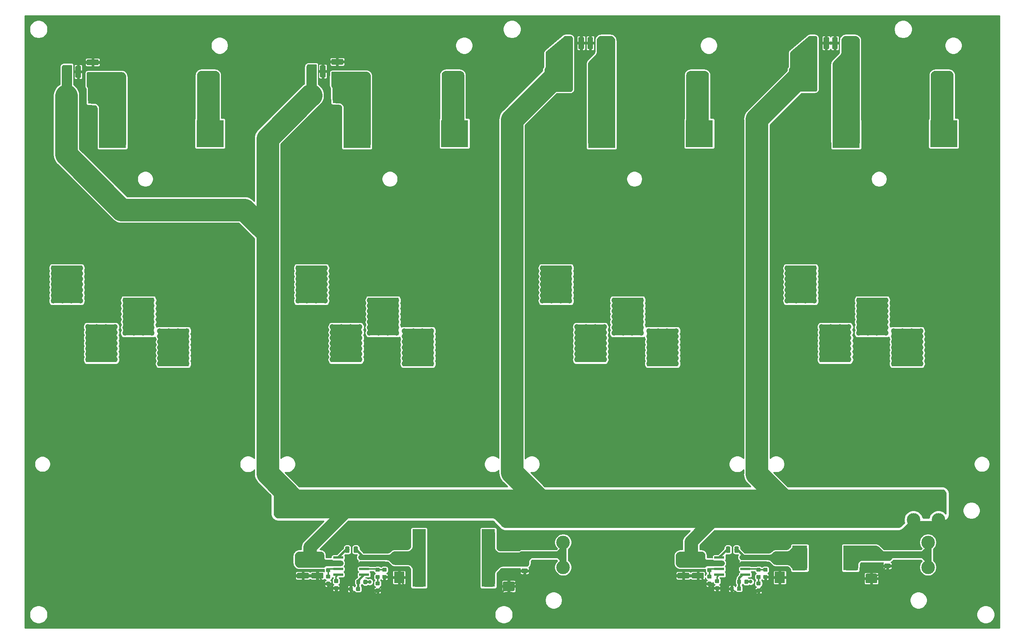
<source format=gbr>
G04 #@! TF.GenerationSoftware,KiCad,Pcbnew,5.1.4-e60b266~84~ubuntu18.04.1*
G04 #@! TF.CreationDate,2019-10-13T11:52:52+02:00*
G04 #@! TF.ProjectId,High_power__DC_DC_board,48696768-5f70-46f7-9765-725f5f44435f,rev?*
G04 #@! TF.SameCoordinates,Original*
G04 #@! TF.FileFunction,Copper,L1,Top*
G04 #@! TF.FilePolarity,Positive*
%FSLAX46Y46*%
G04 Gerber Fmt 4.6, Leading zero omitted, Abs format (unit mm)*
G04 Created by KiCad (PCBNEW 5.1.4-e60b266~84~ubuntu18.04.1) date 2019-10-13 11:52:52*
%MOMM*%
%LPD*%
G04 APERTURE LIST*
%ADD10C,0.100000*%
%ADD11C,1.250000*%
%ADD12C,0.975000*%
%ADD13C,0.875000*%
%ADD14C,2.075000*%
%ADD15R,2.300000X2.500000*%
%ADD16R,2.900000X12.800000*%
%ADD17R,2.150000X3.400000*%
%ADD18R,3.250000X5.500000*%
%ADD19R,3.100000X5.000000*%
%ADD20C,3.000000*%
%ADD21R,2.200000X0.500000*%
%ADD22R,2.400000X3.100000*%
%ADD23C,1.200000*%
%ADD24R,6.000000X6.000000*%
%ADD25R,13.600000X6.000000*%
%ADD26R,6.800000X8.400000*%
%ADD27C,0.800000*%
%ADD28C,3.000000*%
%ADD29C,1.500000*%
%ADD30C,5.000000*%
%ADD31C,0.300000*%
%ADD32C,0.500000*%
%ADD33C,0.254000*%
G04 APERTURE END LIST*
D10*
G36*
X84599504Y-34876204D02*
G01*
X84623773Y-34879804D01*
X84647571Y-34885765D01*
X84670671Y-34894030D01*
X84692849Y-34904520D01*
X84713893Y-34917133D01*
X84733598Y-34931747D01*
X84751777Y-34948223D01*
X84768253Y-34966402D01*
X84782867Y-34986107D01*
X84795480Y-35007151D01*
X84805970Y-35029329D01*
X84814235Y-35052429D01*
X84820196Y-35076227D01*
X84823796Y-35100496D01*
X84825000Y-35125000D01*
X84825000Y-37275000D01*
X84823796Y-37299504D01*
X84820196Y-37323773D01*
X84814235Y-37347571D01*
X84805970Y-37370671D01*
X84795480Y-37392849D01*
X84782867Y-37413893D01*
X84768253Y-37433598D01*
X84751777Y-37451777D01*
X84733598Y-37468253D01*
X84713893Y-37482867D01*
X84692849Y-37495480D01*
X84670671Y-37505970D01*
X84647571Y-37514235D01*
X84623773Y-37520196D01*
X84599504Y-37523796D01*
X84575000Y-37525000D01*
X83825000Y-37525000D01*
X83800496Y-37523796D01*
X83776227Y-37520196D01*
X83752429Y-37514235D01*
X83729329Y-37505970D01*
X83707151Y-37495480D01*
X83686107Y-37482867D01*
X83666402Y-37468253D01*
X83648223Y-37451777D01*
X83631747Y-37433598D01*
X83617133Y-37413893D01*
X83604520Y-37392849D01*
X83594030Y-37370671D01*
X83585765Y-37347571D01*
X83579804Y-37323773D01*
X83576204Y-37299504D01*
X83575000Y-37275000D01*
X83575000Y-35125000D01*
X83576204Y-35100496D01*
X83579804Y-35076227D01*
X83585765Y-35052429D01*
X83594030Y-35029329D01*
X83604520Y-35007151D01*
X83617133Y-34986107D01*
X83631747Y-34966402D01*
X83648223Y-34948223D01*
X83666402Y-34931747D01*
X83686107Y-34917133D01*
X83707151Y-34904520D01*
X83729329Y-34894030D01*
X83752429Y-34885765D01*
X83776227Y-34879804D01*
X83800496Y-34876204D01*
X83825000Y-34875000D01*
X84575000Y-34875000D01*
X84599504Y-34876204D01*
X84599504Y-34876204D01*
G37*
D11*
X84200000Y-36200000D03*
D10*
G36*
X81799504Y-34876204D02*
G01*
X81823773Y-34879804D01*
X81847571Y-34885765D01*
X81870671Y-34894030D01*
X81892849Y-34904520D01*
X81913893Y-34917133D01*
X81933598Y-34931747D01*
X81951777Y-34948223D01*
X81968253Y-34966402D01*
X81982867Y-34986107D01*
X81995480Y-35007151D01*
X82005970Y-35029329D01*
X82014235Y-35052429D01*
X82020196Y-35076227D01*
X82023796Y-35100496D01*
X82025000Y-35125000D01*
X82025000Y-37275000D01*
X82023796Y-37299504D01*
X82020196Y-37323773D01*
X82014235Y-37347571D01*
X82005970Y-37370671D01*
X81995480Y-37392849D01*
X81982867Y-37413893D01*
X81968253Y-37433598D01*
X81951777Y-37451777D01*
X81933598Y-37468253D01*
X81913893Y-37482867D01*
X81892849Y-37495480D01*
X81870671Y-37505970D01*
X81847571Y-37514235D01*
X81823773Y-37520196D01*
X81799504Y-37523796D01*
X81775000Y-37525000D01*
X81025000Y-37525000D01*
X81000496Y-37523796D01*
X80976227Y-37520196D01*
X80952429Y-37514235D01*
X80929329Y-37505970D01*
X80907151Y-37495480D01*
X80886107Y-37482867D01*
X80866402Y-37468253D01*
X80848223Y-37451777D01*
X80831747Y-37433598D01*
X80817133Y-37413893D01*
X80804520Y-37392849D01*
X80794030Y-37370671D01*
X80785765Y-37347571D01*
X80779804Y-37323773D01*
X80776204Y-37299504D01*
X80775000Y-37275000D01*
X80775000Y-35125000D01*
X80776204Y-35100496D01*
X80779804Y-35076227D01*
X80785765Y-35052429D01*
X80794030Y-35029329D01*
X80804520Y-35007151D01*
X80817133Y-34986107D01*
X80831747Y-34966402D01*
X80848223Y-34948223D01*
X80866402Y-34931747D01*
X80886107Y-34917133D01*
X80907151Y-34904520D01*
X80929329Y-34894030D01*
X80952429Y-34885765D01*
X80976227Y-34879804D01*
X81000496Y-34876204D01*
X81025000Y-34875000D01*
X81775000Y-34875000D01*
X81799504Y-34876204D01*
X81799504Y-34876204D01*
G37*
D11*
X81400000Y-36200000D03*
D10*
G36*
X88499504Y-33476204D02*
G01*
X88523773Y-33479804D01*
X88547571Y-33485765D01*
X88570671Y-33494030D01*
X88592849Y-33504520D01*
X88613893Y-33517133D01*
X88633598Y-33531747D01*
X88651777Y-33548223D01*
X88668253Y-33566402D01*
X88682867Y-33586107D01*
X88695480Y-33607151D01*
X88705970Y-33629329D01*
X88714235Y-33652429D01*
X88720196Y-33676227D01*
X88723796Y-33700496D01*
X88725000Y-33725000D01*
X88725000Y-34475000D01*
X88723796Y-34499504D01*
X88720196Y-34523773D01*
X88714235Y-34547571D01*
X88705970Y-34570671D01*
X88695480Y-34592849D01*
X88682867Y-34613893D01*
X88668253Y-34633598D01*
X88651777Y-34651777D01*
X88633598Y-34668253D01*
X88613893Y-34682867D01*
X88592849Y-34695480D01*
X88570671Y-34705970D01*
X88547571Y-34714235D01*
X88523773Y-34720196D01*
X88499504Y-34723796D01*
X88475000Y-34725000D01*
X86325000Y-34725000D01*
X86300496Y-34723796D01*
X86276227Y-34720196D01*
X86252429Y-34714235D01*
X86229329Y-34705970D01*
X86207151Y-34695480D01*
X86186107Y-34682867D01*
X86166402Y-34668253D01*
X86148223Y-34651777D01*
X86131747Y-34633598D01*
X86117133Y-34613893D01*
X86104520Y-34592849D01*
X86094030Y-34570671D01*
X86085765Y-34547571D01*
X86079804Y-34523773D01*
X86076204Y-34499504D01*
X86075000Y-34475000D01*
X86075000Y-33725000D01*
X86076204Y-33700496D01*
X86079804Y-33676227D01*
X86085765Y-33652429D01*
X86094030Y-33629329D01*
X86104520Y-33607151D01*
X86117133Y-33586107D01*
X86131747Y-33566402D01*
X86148223Y-33548223D01*
X86166402Y-33531747D01*
X86186107Y-33517133D01*
X86207151Y-33504520D01*
X86229329Y-33494030D01*
X86252429Y-33485765D01*
X86276227Y-33479804D01*
X86300496Y-33476204D01*
X86325000Y-33475000D01*
X88475000Y-33475000D01*
X88499504Y-33476204D01*
X88499504Y-33476204D01*
G37*
D11*
X87400000Y-34100000D03*
D10*
G36*
X88499504Y-36276204D02*
G01*
X88523773Y-36279804D01*
X88547571Y-36285765D01*
X88570671Y-36294030D01*
X88592849Y-36304520D01*
X88613893Y-36317133D01*
X88633598Y-36331747D01*
X88651777Y-36348223D01*
X88668253Y-36366402D01*
X88682867Y-36386107D01*
X88695480Y-36407151D01*
X88705970Y-36429329D01*
X88714235Y-36452429D01*
X88720196Y-36476227D01*
X88723796Y-36500496D01*
X88725000Y-36525000D01*
X88725000Y-37275000D01*
X88723796Y-37299504D01*
X88720196Y-37323773D01*
X88714235Y-37347571D01*
X88705970Y-37370671D01*
X88695480Y-37392849D01*
X88682867Y-37413893D01*
X88668253Y-37433598D01*
X88651777Y-37451777D01*
X88633598Y-37468253D01*
X88613893Y-37482867D01*
X88592849Y-37495480D01*
X88570671Y-37505970D01*
X88547571Y-37514235D01*
X88523773Y-37520196D01*
X88499504Y-37523796D01*
X88475000Y-37525000D01*
X86325000Y-37525000D01*
X86300496Y-37523796D01*
X86276227Y-37520196D01*
X86252429Y-37514235D01*
X86229329Y-37505970D01*
X86207151Y-37495480D01*
X86186107Y-37482867D01*
X86166402Y-37468253D01*
X86148223Y-37451777D01*
X86131747Y-37433598D01*
X86117133Y-37413893D01*
X86104520Y-37392849D01*
X86094030Y-37370671D01*
X86085765Y-37347571D01*
X86079804Y-37323773D01*
X86076204Y-37299504D01*
X86075000Y-37275000D01*
X86075000Y-36525000D01*
X86076204Y-36500496D01*
X86079804Y-36476227D01*
X86085765Y-36452429D01*
X86094030Y-36429329D01*
X86104520Y-36407151D01*
X86117133Y-36386107D01*
X86131747Y-36366402D01*
X86148223Y-36348223D01*
X86166402Y-36331747D01*
X86186107Y-36317133D01*
X86207151Y-36304520D01*
X86229329Y-36294030D01*
X86252429Y-36285765D01*
X86276227Y-36279804D01*
X86300496Y-36276204D01*
X86325000Y-36275000D01*
X88475000Y-36275000D01*
X88499504Y-36276204D01*
X88499504Y-36276204D01*
G37*
D11*
X87400000Y-36900000D03*
D10*
G36*
X30599504Y-34976204D02*
G01*
X30623773Y-34979804D01*
X30647571Y-34985765D01*
X30670671Y-34994030D01*
X30692849Y-35004520D01*
X30713893Y-35017133D01*
X30733598Y-35031747D01*
X30751777Y-35048223D01*
X30768253Y-35066402D01*
X30782867Y-35086107D01*
X30795480Y-35107151D01*
X30805970Y-35129329D01*
X30814235Y-35152429D01*
X30820196Y-35176227D01*
X30823796Y-35200496D01*
X30825000Y-35225000D01*
X30825000Y-37375000D01*
X30823796Y-37399504D01*
X30820196Y-37423773D01*
X30814235Y-37447571D01*
X30805970Y-37470671D01*
X30795480Y-37492849D01*
X30782867Y-37513893D01*
X30768253Y-37533598D01*
X30751777Y-37551777D01*
X30733598Y-37568253D01*
X30713893Y-37582867D01*
X30692849Y-37595480D01*
X30670671Y-37605970D01*
X30647571Y-37614235D01*
X30623773Y-37620196D01*
X30599504Y-37623796D01*
X30575000Y-37625000D01*
X29825000Y-37625000D01*
X29800496Y-37623796D01*
X29776227Y-37620196D01*
X29752429Y-37614235D01*
X29729329Y-37605970D01*
X29707151Y-37595480D01*
X29686107Y-37582867D01*
X29666402Y-37568253D01*
X29648223Y-37551777D01*
X29631747Y-37533598D01*
X29617133Y-37513893D01*
X29604520Y-37492849D01*
X29594030Y-37470671D01*
X29585765Y-37447571D01*
X29579804Y-37423773D01*
X29576204Y-37399504D01*
X29575000Y-37375000D01*
X29575000Y-35225000D01*
X29576204Y-35200496D01*
X29579804Y-35176227D01*
X29585765Y-35152429D01*
X29594030Y-35129329D01*
X29604520Y-35107151D01*
X29617133Y-35086107D01*
X29631747Y-35066402D01*
X29648223Y-35048223D01*
X29666402Y-35031747D01*
X29686107Y-35017133D01*
X29707151Y-35004520D01*
X29729329Y-34994030D01*
X29752429Y-34985765D01*
X29776227Y-34979804D01*
X29800496Y-34976204D01*
X29825000Y-34975000D01*
X30575000Y-34975000D01*
X30599504Y-34976204D01*
X30599504Y-34976204D01*
G37*
D11*
X30200000Y-36300000D03*
D10*
G36*
X27799504Y-34976204D02*
G01*
X27823773Y-34979804D01*
X27847571Y-34985765D01*
X27870671Y-34994030D01*
X27892849Y-35004520D01*
X27913893Y-35017133D01*
X27933598Y-35031747D01*
X27951777Y-35048223D01*
X27968253Y-35066402D01*
X27982867Y-35086107D01*
X27995480Y-35107151D01*
X28005970Y-35129329D01*
X28014235Y-35152429D01*
X28020196Y-35176227D01*
X28023796Y-35200496D01*
X28025000Y-35225000D01*
X28025000Y-37375000D01*
X28023796Y-37399504D01*
X28020196Y-37423773D01*
X28014235Y-37447571D01*
X28005970Y-37470671D01*
X27995480Y-37492849D01*
X27982867Y-37513893D01*
X27968253Y-37533598D01*
X27951777Y-37551777D01*
X27933598Y-37568253D01*
X27913893Y-37582867D01*
X27892849Y-37595480D01*
X27870671Y-37605970D01*
X27847571Y-37614235D01*
X27823773Y-37620196D01*
X27799504Y-37623796D01*
X27775000Y-37625000D01*
X27025000Y-37625000D01*
X27000496Y-37623796D01*
X26976227Y-37620196D01*
X26952429Y-37614235D01*
X26929329Y-37605970D01*
X26907151Y-37595480D01*
X26886107Y-37582867D01*
X26866402Y-37568253D01*
X26848223Y-37551777D01*
X26831747Y-37533598D01*
X26817133Y-37513893D01*
X26804520Y-37492849D01*
X26794030Y-37470671D01*
X26785765Y-37447571D01*
X26779804Y-37423773D01*
X26776204Y-37399504D01*
X26775000Y-37375000D01*
X26775000Y-35225000D01*
X26776204Y-35200496D01*
X26779804Y-35176227D01*
X26785765Y-35152429D01*
X26794030Y-35129329D01*
X26804520Y-35107151D01*
X26817133Y-35086107D01*
X26831747Y-35066402D01*
X26848223Y-35048223D01*
X26866402Y-35031747D01*
X26886107Y-35017133D01*
X26907151Y-35004520D01*
X26929329Y-34994030D01*
X26952429Y-34985765D01*
X26976227Y-34979804D01*
X27000496Y-34976204D01*
X27025000Y-34975000D01*
X27775000Y-34975000D01*
X27799504Y-34976204D01*
X27799504Y-34976204D01*
G37*
D11*
X27400000Y-36300000D03*
D10*
G36*
X34499504Y-33576204D02*
G01*
X34523773Y-33579804D01*
X34547571Y-33585765D01*
X34570671Y-33594030D01*
X34592849Y-33604520D01*
X34613893Y-33617133D01*
X34633598Y-33631747D01*
X34651777Y-33648223D01*
X34668253Y-33666402D01*
X34682867Y-33686107D01*
X34695480Y-33707151D01*
X34705970Y-33729329D01*
X34714235Y-33752429D01*
X34720196Y-33776227D01*
X34723796Y-33800496D01*
X34725000Y-33825000D01*
X34725000Y-34575000D01*
X34723796Y-34599504D01*
X34720196Y-34623773D01*
X34714235Y-34647571D01*
X34705970Y-34670671D01*
X34695480Y-34692849D01*
X34682867Y-34713893D01*
X34668253Y-34733598D01*
X34651777Y-34751777D01*
X34633598Y-34768253D01*
X34613893Y-34782867D01*
X34592849Y-34795480D01*
X34570671Y-34805970D01*
X34547571Y-34814235D01*
X34523773Y-34820196D01*
X34499504Y-34823796D01*
X34475000Y-34825000D01*
X32325000Y-34825000D01*
X32300496Y-34823796D01*
X32276227Y-34820196D01*
X32252429Y-34814235D01*
X32229329Y-34805970D01*
X32207151Y-34795480D01*
X32186107Y-34782867D01*
X32166402Y-34768253D01*
X32148223Y-34751777D01*
X32131747Y-34733598D01*
X32117133Y-34713893D01*
X32104520Y-34692849D01*
X32094030Y-34670671D01*
X32085765Y-34647571D01*
X32079804Y-34623773D01*
X32076204Y-34599504D01*
X32075000Y-34575000D01*
X32075000Y-33825000D01*
X32076204Y-33800496D01*
X32079804Y-33776227D01*
X32085765Y-33752429D01*
X32094030Y-33729329D01*
X32104520Y-33707151D01*
X32117133Y-33686107D01*
X32131747Y-33666402D01*
X32148223Y-33648223D01*
X32166402Y-33631747D01*
X32186107Y-33617133D01*
X32207151Y-33604520D01*
X32229329Y-33594030D01*
X32252429Y-33585765D01*
X32276227Y-33579804D01*
X32300496Y-33576204D01*
X32325000Y-33575000D01*
X34475000Y-33575000D01*
X34499504Y-33576204D01*
X34499504Y-33576204D01*
G37*
D11*
X33400000Y-34200000D03*
D10*
G36*
X34499504Y-36376204D02*
G01*
X34523773Y-36379804D01*
X34547571Y-36385765D01*
X34570671Y-36394030D01*
X34592849Y-36404520D01*
X34613893Y-36417133D01*
X34633598Y-36431747D01*
X34651777Y-36448223D01*
X34668253Y-36466402D01*
X34682867Y-36486107D01*
X34695480Y-36507151D01*
X34705970Y-36529329D01*
X34714235Y-36552429D01*
X34720196Y-36576227D01*
X34723796Y-36600496D01*
X34725000Y-36625000D01*
X34725000Y-37375000D01*
X34723796Y-37399504D01*
X34720196Y-37423773D01*
X34714235Y-37447571D01*
X34705970Y-37470671D01*
X34695480Y-37492849D01*
X34682867Y-37513893D01*
X34668253Y-37533598D01*
X34651777Y-37551777D01*
X34633598Y-37568253D01*
X34613893Y-37582867D01*
X34592849Y-37595480D01*
X34570671Y-37605970D01*
X34547571Y-37614235D01*
X34523773Y-37620196D01*
X34499504Y-37623796D01*
X34475000Y-37625000D01*
X32325000Y-37625000D01*
X32300496Y-37623796D01*
X32276227Y-37620196D01*
X32252429Y-37614235D01*
X32229329Y-37605970D01*
X32207151Y-37595480D01*
X32186107Y-37582867D01*
X32166402Y-37568253D01*
X32148223Y-37551777D01*
X32131747Y-37533598D01*
X32117133Y-37513893D01*
X32104520Y-37492849D01*
X32094030Y-37470671D01*
X32085765Y-37447571D01*
X32079804Y-37423773D01*
X32076204Y-37399504D01*
X32075000Y-37375000D01*
X32075000Y-36625000D01*
X32076204Y-36600496D01*
X32079804Y-36576227D01*
X32085765Y-36552429D01*
X32094030Y-36529329D01*
X32104520Y-36507151D01*
X32117133Y-36486107D01*
X32131747Y-36466402D01*
X32148223Y-36448223D01*
X32166402Y-36431747D01*
X32186107Y-36417133D01*
X32207151Y-36404520D01*
X32229329Y-36394030D01*
X32252429Y-36385765D01*
X32276227Y-36379804D01*
X32300496Y-36376204D01*
X32325000Y-36375000D01*
X34475000Y-36375000D01*
X34499504Y-36376204D01*
X34499504Y-36376204D01*
G37*
D11*
X33400000Y-37000000D03*
D10*
G36*
X195749504Y-28626204D02*
G01*
X195773773Y-28629804D01*
X195797571Y-28635765D01*
X195820671Y-28644030D01*
X195842849Y-28654520D01*
X195863893Y-28667133D01*
X195883598Y-28681747D01*
X195901777Y-28698223D01*
X195918253Y-28716402D01*
X195932867Y-28736107D01*
X195945480Y-28757151D01*
X195955970Y-28779329D01*
X195964235Y-28802429D01*
X195970196Y-28826227D01*
X195973796Y-28850496D01*
X195975000Y-28875000D01*
X195975000Y-31025000D01*
X195973796Y-31049504D01*
X195970196Y-31073773D01*
X195964235Y-31097571D01*
X195955970Y-31120671D01*
X195945480Y-31142849D01*
X195932867Y-31163893D01*
X195918253Y-31183598D01*
X195901777Y-31201777D01*
X195883598Y-31218253D01*
X195863893Y-31232867D01*
X195842849Y-31245480D01*
X195820671Y-31255970D01*
X195797571Y-31264235D01*
X195773773Y-31270196D01*
X195749504Y-31273796D01*
X195725000Y-31275000D01*
X194975000Y-31275000D01*
X194950496Y-31273796D01*
X194926227Y-31270196D01*
X194902429Y-31264235D01*
X194879329Y-31255970D01*
X194857151Y-31245480D01*
X194836107Y-31232867D01*
X194816402Y-31218253D01*
X194798223Y-31201777D01*
X194781747Y-31183598D01*
X194767133Y-31163893D01*
X194754520Y-31142849D01*
X194744030Y-31120671D01*
X194735765Y-31097571D01*
X194729804Y-31073773D01*
X194726204Y-31049504D01*
X194725000Y-31025000D01*
X194725000Y-28875000D01*
X194726204Y-28850496D01*
X194729804Y-28826227D01*
X194735765Y-28802429D01*
X194744030Y-28779329D01*
X194754520Y-28757151D01*
X194767133Y-28736107D01*
X194781747Y-28716402D01*
X194798223Y-28698223D01*
X194816402Y-28681747D01*
X194836107Y-28667133D01*
X194857151Y-28654520D01*
X194879329Y-28644030D01*
X194902429Y-28635765D01*
X194926227Y-28629804D01*
X194950496Y-28626204D01*
X194975000Y-28625000D01*
X195725000Y-28625000D01*
X195749504Y-28626204D01*
X195749504Y-28626204D01*
G37*
D11*
X195350000Y-29950000D03*
D10*
G36*
X192949504Y-28626204D02*
G01*
X192973773Y-28629804D01*
X192997571Y-28635765D01*
X193020671Y-28644030D01*
X193042849Y-28654520D01*
X193063893Y-28667133D01*
X193083598Y-28681747D01*
X193101777Y-28698223D01*
X193118253Y-28716402D01*
X193132867Y-28736107D01*
X193145480Y-28757151D01*
X193155970Y-28779329D01*
X193164235Y-28802429D01*
X193170196Y-28826227D01*
X193173796Y-28850496D01*
X193175000Y-28875000D01*
X193175000Y-31025000D01*
X193173796Y-31049504D01*
X193170196Y-31073773D01*
X193164235Y-31097571D01*
X193155970Y-31120671D01*
X193145480Y-31142849D01*
X193132867Y-31163893D01*
X193118253Y-31183598D01*
X193101777Y-31201777D01*
X193083598Y-31218253D01*
X193063893Y-31232867D01*
X193042849Y-31245480D01*
X193020671Y-31255970D01*
X192997571Y-31264235D01*
X192973773Y-31270196D01*
X192949504Y-31273796D01*
X192925000Y-31275000D01*
X192175000Y-31275000D01*
X192150496Y-31273796D01*
X192126227Y-31270196D01*
X192102429Y-31264235D01*
X192079329Y-31255970D01*
X192057151Y-31245480D01*
X192036107Y-31232867D01*
X192016402Y-31218253D01*
X191998223Y-31201777D01*
X191981747Y-31183598D01*
X191967133Y-31163893D01*
X191954520Y-31142849D01*
X191944030Y-31120671D01*
X191935765Y-31097571D01*
X191929804Y-31073773D01*
X191926204Y-31049504D01*
X191925000Y-31025000D01*
X191925000Y-28875000D01*
X191926204Y-28850496D01*
X191929804Y-28826227D01*
X191935765Y-28802429D01*
X191944030Y-28779329D01*
X191954520Y-28757151D01*
X191967133Y-28736107D01*
X191981747Y-28716402D01*
X191998223Y-28698223D01*
X192016402Y-28681747D01*
X192036107Y-28667133D01*
X192057151Y-28654520D01*
X192079329Y-28644030D01*
X192102429Y-28635765D01*
X192126227Y-28629804D01*
X192150496Y-28626204D01*
X192175000Y-28625000D01*
X192925000Y-28625000D01*
X192949504Y-28626204D01*
X192949504Y-28626204D01*
G37*
D11*
X192550000Y-29950000D03*
D10*
G36*
X197649504Y-28626204D02*
G01*
X197673773Y-28629804D01*
X197697571Y-28635765D01*
X197720671Y-28644030D01*
X197742849Y-28654520D01*
X197763893Y-28667133D01*
X197783598Y-28681747D01*
X197801777Y-28698223D01*
X197818253Y-28716402D01*
X197832867Y-28736107D01*
X197845480Y-28757151D01*
X197855970Y-28779329D01*
X197864235Y-28802429D01*
X197870196Y-28826227D01*
X197873796Y-28850496D01*
X197875000Y-28875000D01*
X197875000Y-31025000D01*
X197873796Y-31049504D01*
X197870196Y-31073773D01*
X197864235Y-31097571D01*
X197855970Y-31120671D01*
X197845480Y-31142849D01*
X197832867Y-31163893D01*
X197818253Y-31183598D01*
X197801777Y-31201777D01*
X197783598Y-31218253D01*
X197763893Y-31232867D01*
X197742849Y-31245480D01*
X197720671Y-31255970D01*
X197697571Y-31264235D01*
X197673773Y-31270196D01*
X197649504Y-31273796D01*
X197625000Y-31275000D01*
X196875000Y-31275000D01*
X196850496Y-31273796D01*
X196826227Y-31270196D01*
X196802429Y-31264235D01*
X196779329Y-31255970D01*
X196757151Y-31245480D01*
X196736107Y-31232867D01*
X196716402Y-31218253D01*
X196698223Y-31201777D01*
X196681747Y-31183598D01*
X196667133Y-31163893D01*
X196654520Y-31142849D01*
X196644030Y-31120671D01*
X196635765Y-31097571D01*
X196629804Y-31073773D01*
X196626204Y-31049504D01*
X196625000Y-31025000D01*
X196625000Y-28875000D01*
X196626204Y-28850496D01*
X196629804Y-28826227D01*
X196635765Y-28802429D01*
X196644030Y-28779329D01*
X196654520Y-28757151D01*
X196667133Y-28736107D01*
X196681747Y-28716402D01*
X196698223Y-28698223D01*
X196716402Y-28681747D01*
X196736107Y-28667133D01*
X196757151Y-28654520D01*
X196779329Y-28644030D01*
X196802429Y-28635765D01*
X196826227Y-28629804D01*
X196850496Y-28626204D01*
X196875000Y-28625000D01*
X197625000Y-28625000D01*
X197649504Y-28626204D01*
X197649504Y-28626204D01*
G37*
D11*
X197250000Y-29950000D03*
D10*
G36*
X200449504Y-28626204D02*
G01*
X200473773Y-28629804D01*
X200497571Y-28635765D01*
X200520671Y-28644030D01*
X200542849Y-28654520D01*
X200563893Y-28667133D01*
X200583598Y-28681747D01*
X200601777Y-28698223D01*
X200618253Y-28716402D01*
X200632867Y-28736107D01*
X200645480Y-28757151D01*
X200655970Y-28779329D01*
X200664235Y-28802429D01*
X200670196Y-28826227D01*
X200673796Y-28850496D01*
X200675000Y-28875000D01*
X200675000Y-31025000D01*
X200673796Y-31049504D01*
X200670196Y-31073773D01*
X200664235Y-31097571D01*
X200655970Y-31120671D01*
X200645480Y-31142849D01*
X200632867Y-31163893D01*
X200618253Y-31183598D01*
X200601777Y-31201777D01*
X200583598Y-31218253D01*
X200563893Y-31232867D01*
X200542849Y-31245480D01*
X200520671Y-31255970D01*
X200497571Y-31264235D01*
X200473773Y-31270196D01*
X200449504Y-31273796D01*
X200425000Y-31275000D01*
X199675000Y-31275000D01*
X199650496Y-31273796D01*
X199626227Y-31270196D01*
X199602429Y-31264235D01*
X199579329Y-31255970D01*
X199557151Y-31245480D01*
X199536107Y-31232867D01*
X199516402Y-31218253D01*
X199498223Y-31201777D01*
X199481747Y-31183598D01*
X199467133Y-31163893D01*
X199454520Y-31142849D01*
X199444030Y-31120671D01*
X199435765Y-31097571D01*
X199429804Y-31073773D01*
X199426204Y-31049504D01*
X199425000Y-31025000D01*
X199425000Y-28875000D01*
X199426204Y-28850496D01*
X199429804Y-28826227D01*
X199435765Y-28802429D01*
X199444030Y-28779329D01*
X199454520Y-28757151D01*
X199467133Y-28736107D01*
X199481747Y-28716402D01*
X199498223Y-28698223D01*
X199516402Y-28681747D01*
X199536107Y-28667133D01*
X199557151Y-28654520D01*
X199579329Y-28644030D01*
X199602429Y-28635765D01*
X199626227Y-28629804D01*
X199650496Y-28626204D01*
X199675000Y-28625000D01*
X200425000Y-28625000D01*
X200449504Y-28626204D01*
X200449504Y-28626204D01*
G37*
D11*
X200050000Y-29950000D03*
D10*
G36*
X141649504Y-28626204D02*
G01*
X141673773Y-28629804D01*
X141697571Y-28635765D01*
X141720671Y-28644030D01*
X141742849Y-28654520D01*
X141763893Y-28667133D01*
X141783598Y-28681747D01*
X141801777Y-28698223D01*
X141818253Y-28716402D01*
X141832867Y-28736107D01*
X141845480Y-28757151D01*
X141855970Y-28779329D01*
X141864235Y-28802429D01*
X141870196Y-28826227D01*
X141873796Y-28850496D01*
X141875000Y-28875000D01*
X141875000Y-31025000D01*
X141873796Y-31049504D01*
X141870196Y-31073773D01*
X141864235Y-31097571D01*
X141855970Y-31120671D01*
X141845480Y-31142849D01*
X141832867Y-31163893D01*
X141818253Y-31183598D01*
X141801777Y-31201777D01*
X141783598Y-31218253D01*
X141763893Y-31232867D01*
X141742849Y-31245480D01*
X141720671Y-31255970D01*
X141697571Y-31264235D01*
X141673773Y-31270196D01*
X141649504Y-31273796D01*
X141625000Y-31275000D01*
X140875000Y-31275000D01*
X140850496Y-31273796D01*
X140826227Y-31270196D01*
X140802429Y-31264235D01*
X140779329Y-31255970D01*
X140757151Y-31245480D01*
X140736107Y-31232867D01*
X140716402Y-31218253D01*
X140698223Y-31201777D01*
X140681747Y-31183598D01*
X140667133Y-31163893D01*
X140654520Y-31142849D01*
X140644030Y-31120671D01*
X140635765Y-31097571D01*
X140629804Y-31073773D01*
X140626204Y-31049504D01*
X140625000Y-31025000D01*
X140625000Y-28875000D01*
X140626204Y-28850496D01*
X140629804Y-28826227D01*
X140635765Y-28802429D01*
X140644030Y-28779329D01*
X140654520Y-28757151D01*
X140667133Y-28736107D01*
X140681747Y-28716402D01*
X140698223Y-28698223D01*
X140716402Y-28681747D01*
X140736107Y-28667133D01*
X140757151Y-28654520D01*
X140779329Y-28644030D01*
X140802429Y-28635765D01*
X140826227Y-28629804D01*
X140850496Y-28626204D01*
X140875000Y-28625000D01*
X141625000Y-28625000D01*
X141649504Y-28626204D01*
X141649504Y-28626204D01*
G37*
D11*
X141250000Y-29950000D03*
D10*
G36*
X138849504Y-28626204D02*
G01*
X138873773Y-28629804D01*
X138897571Y-28635765D01*
X138920671Y-28644030D01*
X138942849Y-28654520D01*
X138963893Y-28667133D01*
X138983598Y-28681747D01*
X139001777Y-28698223D01*
X139018253Y-28716402D01*
X139032867Y-28736107D01*
X139045480Y-28757151D01*
X139055970Y-28779329D01*
X139064235Y-28802429D01*
X139070196Y-28826227D01*
X139073796Y-28850496D01*
X139075000Y-28875000D01*
X139075000Y-31025000D01*
X139073796Y-31049504D01*
X139070196Y-31073773D01*
X139064235Y-31097571D01*
X139055970Y-31120671D01*
X139045480Y-31142849D01*
X139032867Y-31163893D01*
X139018253Y-31183598D01*
X139001777Y-31201777D01*
X138983598Y-31218253D01*
X138963893Y-31232867D01*
X138942849Y-31245480D01*
X138920671Y-31255970D01*
X138897571Y-31264235D01*
X138873773Y-31270196D01*
X138849504Y-31273796D01*
X138825000Y-31275000D01*
X138075000Y-31275000D01*
X138050496Y-31273796D01*
X138026227Y-31270196D01*
X138002429Y-31264235D01*
X137979329Y-31255970D01*
X137957151Y-31245480D01*
X137936107Y-31232867D01*
X137916402Y-31218253D01*
X137898223Y-31201777D01*
X137881747Y-31183598D01*
X137867133Y-31163893D01*
X137854520Y-31142849D01*
X137844030Y-31120671D01*
X137835765Y-31097571D01*
X137829804Y-31073773D01*
X137826204Y-31049504D01*
X137825000Y-31025000D01*
X137825000Y-28875000D01*
X137826204Y-28850496D01*
X137829804Y-28826227D01*
X137835765Y-28802429D01*
X137844030Y-28779329D01*
X137854520Y-28757151D01*
X137867133Y-28736107D01*
X137881747Y-28716402D01*
X137898223Y-28698223D01*
X137916402Y-28681747D01*
X137936107Y-28667133D01*
X137957151Y-28654520D01*
X137979329Y-28644030D01*
X138002429Y-28635765D01*
X138026227Y-28629804D01*
X138050496Y-28626204D01*
X138075000Y-28625000D01*
X138825000Y-28625000D01*
X138849504Y-28626204D01*
X138849504Y-28626204D01*
G37*
D11*
X138450000Y-29950000D03*
D10*
G36*
X143649504Y-28626204D02*
G01*
X143673773Y-28629804D01*
X143697571Y-28635765D01*
X143720671Y-28644030D01*
X143742849Y-28654520D01*
X143763893Y-28667133D01*
X143783598Y-28681747D01*
X143801777Y-28698223D01*
X143818253Y-28716402D01*
X143832867Y-28736107D01*
X143845480Y-28757151D01*
X143855970Y-28779329D01*
X143864235Y-28802429D01*
X143870196Y-28826227D01*
X143873796Y-28850496D01*
X143875000Y-28875000D01*
X143875000Y-31025000D01*
X143873796Y-31049504D01*
X143870196Y-31073773D01*
X143864235Y-31097571D01*
X143855970Y-31120671D01*
X143845480Y-31142849D01*
X143832867Y-31163893D01*
X143818253Y-31183598D01*
X143801777Y-31201777D01*
X143783598Y-31218253D01*
X143763893Y-31232867D01*
X143742849Y-31245480D01*
X143720671Y-31255970D01*
X143697571Y-31264235D01*
X143673773Y-31270196D01*
X143649504Y-31273796D01*
X143625000Y-31275000D01*
X142875000Y-31275000D01*
X142850496Y-31273796D01*
X142826227Y-31270196D01*
X142802429Y-31264235D01*
X142779329Y-31255970D01*
X142757151Y-31245480D01*
X142736107Y-31232867D01*
X142716402Y-31218253D01*
X142698223Y-31201777D01*
X142681747Y-31183598D01*
X142667133Y-31163893D01*
X142654520Y-31142849D01*
X142644030Y-31120671D01*
X142635765Y-31097571D01*
X142629804Y-31073773D01*
X142626204Y-31049504D01*
X142625000Y-31025000D01*
X142625000Y-28875000D01*
X142626204Y-28850496D01*
X142629804Y-28826227D01*
X142635765Y-28802429D01*
X142644030Y-28779329D01*
X142654520Y-28757151D01*
X142667133Y-28736107D01*
X142681747Y-28716402D01*
X142698223Y-28698223D01*
X142716402Y-28681747D01*
X142736107Y-28667133D01*
X142757151Y-28654520D01*
X142779329Y-28644030D01*
X142802429Y-28635765D01*
X142826227Y-28629804D01*
X142850496Y-28626204D01*
X142875000Y-28625000D01*
X143625000Y-28625000D01*
X143649504Y-28626204D01*
X143649504Y-28626204D01*
G37*
D11*
X143250000Y-29950000D03*
D10*
G36*
X146449504Y-28626204D02*
G01*
X146473773Y-28629804D01*
X146497571Y-28635765D01*
X146520671Y-28644030D01*
X146542849Y-28654520D01*
X146563893Y-28667133D01*
X146583598Y-28681747D01*
X146601777Y-28698223D01*
X146618253Y-28716402D01*
X146632867Y-28736107D01*
X146645480Y-28757151D01*
X146655970Y-28779329D01*
X146664235Y-28802429D01*
X146670196Y-28826227D01*
X146673796Y-28850496D01*
X146675000Y-28875000D01*
X146675000Y-31025000D01*
X146673796Y-31049504D01*
X146670196Y-31073773D01*
X146664235Y-31097571D01*
X146655970Y-31120671D01*
X146645480Y-31142849D01*
X146632867Y-31163893D01*
X146618253Y-31183598D01*
X146601777Y-31201777D01*
X146583598Y-31218253D01*
X146563893Y-31232867D01*
X146542849Y-31245480D01*
X146520671Y-31255970D01*
X146497571Y-31264235D01*
X146473773Y-31270196D01*
X146449504Y-31273796D01*
X146425000Y-31275000D01*
X145675000Y-31275000D01*
X145650496Y-31273796D01*
X145626227Y-31270196D01*
X145602429Y-31264235D01*
X145579329Y-31255970D01*
X145557151Y-31245480D01*
X145536107Y-31232867D01*
X145516402Y-31218253D01*
X145498223Y-31201777D01*
X145481747Y-31183598D01*
X145467133Y-31163893D01*
X145454520Y-31142849D01*
X145444030Y-31120671D01*
X145435765Y-31097571D01*
X145429804Y-31073773D01*
X145426204Y-31049504D01*
X145425000Y-31025000D01*
X145425000Y-28875000D01*
X145426204Y-28850496D01*
X145429804Y-28826227D01*
X145435765Y-28802429D01*
X145444030Y-28779329D01*
X145454520Y-28757151D01*
X145467133Y-28736107D01*
X145481747Y-28716402D01*
X145498223Y-28698223D01*
X145516402Y-28681747D01*
X145536107Y-28667133D01*
X145557151Y-28654520D01*
X145579329Y-28644030D01*
X145602429Y-28635765D01*
X145626227Y-28629804D01*
X145650496Y-28626204D01*
X145675000Y-28625000D01*
X146425000Y-28625000D01*
X146449504Y-28626204D01*
X146449504Y-28626204D01*
G37*
D11*
X146050000Y-29950000D03*
D10*
G36*
X89880142Y-141201174D02*
G01*
X89903803Y-141204684D01*
X89927007Y-141210496D01*
X89949529Y-141218554D01*
X89971153Y-141228782D01*
X89991670Y-141241079D01*
X90010883Y-141255329D01*
X90028607Y-141271393D01*
X90044671Y-141289117D01*
X90058921Y-141308330D01*
X90071218Y-141328847D01*
X90081446Y-141350471D01*
X90089504Y-141372993D01*
X90095316Y-141396197D01*
X90098826Y-141419858D01*
X90100000Y-141443750D01*
X90100000Y-142356250D01*
X90098826Y-142380142D01*
X90095316Y-142403803D01*
X90089504Y-142427007D01*
X90081446Y-142449529D01*
X90071218Y-142471153D01*
X90058921Y-142491670D01*
X90044671Y-142510883D01*
X90028607Y-142528607D01*
X90010883Y-142544671D01*
X89991670Y-142558921D01*
X89971153Y-142571218D01*
X89949529Y-142581446D01*
X89927007Y-142589504D01*
X89903803Y-142595316D01*
X89880142Y-142598826D01*
X89856250Y-142600000D01*
X89368750Y-142600000D01*
X89344858Y-142598826D01*
X89321197Y-142595316D01*
X89297993Y-142589504D01*
X89275471Y-142581446D01*
X89253847Y-142571218D01*
X89233330Y-142558921D01*
X89214117Y-142544671D01*
X89196393Y-142528607D01*
X89180329Y-142510883D01*
X89166079Y-142491670D01*
X89153782Y-142471153D01*
X89143554Y-142449529D01*
X89135496Y-142427007D01*
X89129684Y-142403803D01*
X89126174Y-142380142D01*
X89125000Y-142356250D01*
X89125000Y-141443750D01*
X89126174Y-141419858D01*
X89129684Y-141396197D01*
X89135496Y-141372993D01*
X89143554Y-141350471D01*
X89153782Y-141328847D01*
X89166079Y-141308330D01*
X89180329Y-141289117D01*
X89196393Y-141271393D01*
X89214117Y-141255329D01*
X89233330Y-141241079D01*
X89253847Y-141228782D01*
X89275471Y-141218554D01*
X89297993Y-141210496D01*
X89321197Y-141204684D01*
X89344858Y-141201174D01*
X89368750Y-141200000D01*
X89856250Y-141200000D01*
X89880142Y-141201174D01*
X89880142Y-141201174D01*
G37*
D12*
X89612500Y-141900000D03*
D10*
G36*
X91755142Y-141201174D02*
G01*
X91778803Y-141204684D01*
X91802007Y-141210496D01*
X91824529Y-141218554D01*
X91846153Y-141228782D01*
X91866670Y-141241079D01*
X91885883Y-141255329D01*
X91903607Y-141271393D01*
X91919671Y-141289117D01*
X91933921Y-141308330D01*
X91946218Y-141328847D01*
X91956446Y-141350471D01*
X91964504Y-141372993D01*
X91970316Y-141396197D01*
X91973826Y-141419858D01*
X91975000Y-141443750D01*
X91975000Y-142356250D01*
X91973826Y-142380142D01*
X91970316Y-142403803D01*
X91964504Y-142427007D01*
X91956446Y-142449529D01*
X91946218Y-142471153D01*
X91933921Y-142491670D01*
X91919671Y-142510883D01*
X91903607Y-142528607D01*
X91885883Y-142544671D01*
X91866670Y-142558921D01*
X91846153Y-142571218D01*
X91824529Y-142581446D01*
X91802007Y-142589504D01*
X91778803Y-142595316D01*
X91755142Y-142598826D01*
X91731250Y-142600000D01*
X91243750Y-142600000D01*
X91219858Y-142598826D01*
X91196197Y-142595316D01*
X91172993Y-142589504D01*
X91150471Y-142581446D01*
X91128847Y-142571218D01*
X91108330Y-142558921D01*
X91089117Y-142544671D01*
X91071393Y-142528607D01*
X91055329Y-142510883D01*
X91041079Y-142491670D01*
X91028782Y-142471153D01*
X91018554Y-142449529D01*
X91010496Y-142427007D01*
X91004684Y-142403803D01*
X91001174Y-142380142D01*
X91000000Y-142356250D01*
X91000000Y-141443750D01*
X91001174Y-141419858D01*
X91004684Y-141396197D01*
X91010496Y-141372993D01*
X91018554Y-141350471D01*
X91028782Y-141328847D01*
X91041079Y-141308330D01*
X91055329Y-141289117D01*
X91071393Y-141271393D01*
X91089117Y-141255329D01*
X91108330Y-141241079D01*
X91128847Y-141228782D01*
X91150471Y-141218554D01*
X91172993Y-141210496D01*
X91196197Y-141204684D01*
X91219858Y-141201174D01*
X91243750Y-141200000D01*
X91731250Y-141200000D01*
X91755142Y-141201174D01*
X91755142Y-141201174D01*
G37*
D12*
X91487500Y-141900000D03*
D10*
G36*
X173930142Y-141201174D02*
G01*
X173953803Y-141204684D01*
X173977007Y-141210496D01*
X173999529Y-141218554D01*
X174021153Y-141228782D01*
X174041670Y-141241079D01*
X174060883Y-141255329D01*
X174078607Y-141271393D01*
X174094671Y-141289117D01*
X174108921Y-141308330D01*
X174121218Y-141328847D01*
X174131446Y-141350471D01*
X174139504Y-141372993D01*
X174145316Y-141396197D01*
X174148826Y-141419858D01*
X174150000Y-141443750D01*
X174150000Y-142356250D01*
X174148826Y-142380142D01*
X174145316Y-142403803D01*
X174139504Y-142427007D01*
X174131446Y-142449529D01*
X174121218Y-142471153D01*
X174108921Y-142491670D01*
X174094671Y-142510883D01*
X174078607Y-142528607D01*
X174060883Y-142544671D01*
X174041670Y-142558921D01*
X174021153Y-142571218D01*
X173999529Y-142581446D01*
X173977007Y-142589504D01*
X173953803Y-142595316D01*
X173930142Y-142598826D01*
X173906250Y-142600000D01*
X173418750Y-142600000D01*
X173394858Y-142598826D01*
X173371197Y-142595316D01*
X173347993Y-142589504D01*
X173325471Y-142581446D01*
X173303847Y-142571218D01*
X173283330Y-142558921D01*
X173264117Y-142544671D01*
X173246393Y-142528607D01*
X173230329Y-142510883D01*
X173216079Y-142491670D01*
X173203782Y-142471153D01*
X173193554Y-142449529D01*
X173185496Y-142427007D01*
X173179684Y-142403803D01*
X173176174Y-142380142D01*
X173175000Y-142356250D01*
X173175000Y-141443750D01*
X173176174Y-141419858D01*
X173179684Y-141396197D01*
X173185496Y-141372993D01*
X173193554Y-141350471D01*
X173203782Y-141328847D01*
X173216079Y-141308330D01*
X173230329Y-141289117D01*
X173246393Y-141271393D01*
X173264117Y-141255329D01*
X173283330Y-141241079D01*
X173303847Y-141228782D01*
X173325471Y-141218554D01*
X173347993Y-141210496D01*
X173371197Y-141204684D01*
X173394858Y-141201174D01*
X173418750Y-141200000D01*
X173906250Y-141200000D01*
X173930142Y-141201174D01*
X173930142Y-141201174D01*
G37*
D12*
X173662500Y-141900000D03*
D10*
G36*
X175805142Y-141201174D02*
G01*
X175828803Y-141204684D01*
X175852007Y-141210496D01*
X175874529Y-141218554D01*
X175896153Y-141228782D01*
X175916670Y-141241079D01*
X175935883Y-141255329D01*
X175953607Y-141271393D01*
X175969671Y-141289117D01*
X175983921Y-141308330D01*
X175996218Y-141328847D01*
X176006446Y-141350471D01*
X176014504Y-141372993D01*
X176020316Y-141396197D01*
X176023826Y-141419858D01*
X176025000Y-141443750D01*
X176025000Y-142356250D01*
X176023826Y-142380142D01*
X176020316Y-142403803D01*
X176014504Y-142427007D01*
X176006446Y-142449529D01*
X175996218Y-142471153D01*
X175983921Y-142491670D01*
X175969671Y-142510883D01*
X175953607Y-142528607D01*
X175935883Y-142544671D01*
X175916670Y-142558921D01*
X175896153Y-142571218D01*
X175874529Y-142581446D01*
X175852007Y-142589504D01*
X175828803Y-142595316D01*
X175805142Y-142598826D01*
X175781250Y-142600000D01*
X175293750Y-142600000D01*
X175269858Y-142598826D01*
X175246197Y-142595316D01*
X175222993Y-142589504D01*
X175200471Y-142581446D01*
X175178847Y-142571218D01*
X175158330Y-142558921D01*
X175139117Y-142544671D01*
X175121393Y-142528607D01*
X175105329Y-142510883D01*
X175091079Y-142491670D01*
X175078782Y-142471153D01*
X175068554Y-142449529D01*
X175060496Y-142427007D01*
X175054684Y-142403803D01*
X175051174Y-142380142D01*
X175050000Y-142356250D01*
X175050000Y-141443750D01*
X175051174Y-141419858D01*
X175054684Y-141396197D01*
X175060496Y-141372993D01*
X175068554Y-141350471D01*
X175078782Y-141328847D01*
X175091079Y-141308330D01*
X175105329Y-141289117D01*
X175121393Y-141271393D01*
X175139117Y-141255329D01*
X175158330Y-141241079D01*
X175178847Y-141228782D01*
X175200471Y-141218554D01*
X175222993Y-141210496D01*
X175246197Y-141204684D01*
X175269858Y-141201174D01*
X175293750Y-141200000D01*
X175781250Y-141200000D01*
X175805142Y-141201174D01*
X175805142Y-141201174D01*
G37*
D12*
X175537500Y-141900000D03*
D10*
G36*
X96572692Y-145926053D02*
G01*
X96593927Y-145929203D01*
X96614751Y-145934419D01*
X96634963Y-145941651D01*
X96654369Y-145950830D01*
X96672782Y-145961866D01*
X96690025Y-145974654D01*
X96705931Y-145989070D01*
X96720347Y-146004976D01*
X96733135Y-146022219D01*
X96744171Y-146040632D01*
X96753350Y-146060038D01*
X96760582Y-146080250D01*
X96765798Y-146101074D01*
X96768948Y-146122309D01*
X96770001Y-146143750D01*
X96770001Y-146581250D01*
X96768948Y-146602691D01*
X96765798Y-146623926D01*
X96760582Y-146644750D01*
X96753350Y-146664962D01*
X96744171Y-146684368D01*
X96733135Y-146702781D01*
X96720347Y-146720024D01*
X96705931Y-146735930D01*
X96690025Y-146750346D01*
X96672782Y-146763134D01*
X96654369Y-146774170D01*
X96634963Y-146783349D01*
X96614751Y-146790581D01*
X96593927Y-146795797D01*
X96572692Y-146798947D01*
X96551251Y-146800000D01*
X96038751Y-146800000D01*
X96017310Y-146798947D01*
X95996075Y-146795797D01*
X95975251Y-146790581D01*
X95955039Y-146783349D01*
X95935633Y-146774170D01*
X95917220Y-146763134D01*
X95899977Y-146750346D01*
X95884071Y-146735930D01*
X95869655Y-146720024D01*
X95856867Y-146702781D01*
X95845831Y-146684368D01*
X95836652Y-146664962D01*
X95829420Y-146644750D01*
X95824204Y-146623926D01*
X95821054Y-146602691D01*
X95820001Y-146581250D01*
X95820001Y-146143750D01*
X95821054Y-146122309D01*
X95824204Y-146101074D01*
X95829420Y-146080250D01*
X95836652Y-146060038D01*
X95845831Y-146040632D01*
X95856867Y-146022219D01*
X95869655Y-146004976D01*
X95884071Y-145989070D01*
X95899977Y-145974654D01*
X95917220Y-145961866D01*
X95935633Y-145950830D01*
X95955039Y-145941651D01*
X95975251Y-145934419D01*
X95996075Y-145929203D01*
X96017310Y-145926053D01*
X96038751Y-145925000D01*
X96551251Y-145925000D01*
X96572692Y-145926053D01*
X96572692Y-145926053D01*
G37*
D13*
X96295001Y-146362500D03*
D10*
G36*
X96572692Y-147501053D02*
G01*
X96593927Y-147504203D01*
X96614751Y-147509419D01*
X96634963Y-147516651D01*
X96654369Y-147525830D01*
X96672782Y-147536866D01*
X96690025Y-147549654D01*
X96705931Y-147564070D01*
X96720347Y-147579976D01*
X96733135Y-147597219D01*
X96744171Y-147615632D01*
X96753350Y-147635038D01*
X96760582Y-147655250D01*
X96765798Y-147676074D01*
X96768948Y-147697309D01*
X96770001Y-147718750D01*
X96770001Y-148156250D01*
X96768948Y-148177691D01*
X96765798Y-148198926D01*
X96760582Y-148219750D01*
X96753350Y-148239962D01*
X96744171Y-148259368D01*
X96733135Y-148277781D01*
X96720347Y-148295024D01*
X96705931Y-148310930D01*
X96690025Y-148325346D01*
X96672782Y-148338134D01*
X96654369Y-148349170D01*
X96634963Y-148358349D01*
X96614751Y-148365581D01*
X96593927Y-148370797D01*
X96572692Y-148373947D01*
X96551251Y-148375000D01*
X96038751Y-148375000D01*
X96017310Y-148373947D01*
X95996075Y-148370797D01*
X95975251Y-148365581D01*
X95955039Y-148358349D01*
X95935633Y-148349170D01*
X95917220Y-148338134D01*
X95899977Y-148325346D01*
X95884071Y-148310930D01*
X95869655Y-148295024D01*
X95856867Y-148277781D01*
X95845831Y-148259368D01*
X95836652Y-148239962D01*
X95829420Y-148219750D01*
X95824204Y-148198926D01*
X95821054Y-148177691D01*
X95820001Y-148156250D01*
X95820001Y-147718750D01*
X95821054Y-147697309D01*
X95824204Y-147676074D01*
X95829420Y-147655250D01*
X95836652Y-147635038D01*
X95845831Y-147615632D01*
X95856867Y-147597219D01*
X95869655Y-147579976D01*
X95884071Y-147564070D01*
X95899977Y-147549654D01*
X95917220Y-147536866D01*
X95935633Y-147525830D01*
X95955039Y-147516651D01*
X95975251Y-147509419D01*
X95996075Y-147504203D01*
X96017310Y-147501053D01*
X96038751Y-147500000D01*
X96551251Y-147500000D01*
X96572692Y-147501053D01*
X96572692Y-147501053D01*
G37*
D13*
X96295001Y-147937500D03*
D10*
G36*
X98077691Y-145926053D02*
G01*
X98098926Y-145929203D01*
X98119750Y-145934419D01*
X98139962Y-145941651D01*
X98159368Y-145950830D01*
X98177781Y-145961866D01*
X98195024Y-145974654D01*
X98210930Y-145989070D01*
X98225346Y-146004976D01*
X98238134Y-146022219D01*
X98249170Y-146040632D01*
X98258349Y-146060038D01*
X98265581Y-146080250D01*
X98270797Y-146101074D01*
X98273947Y-146122309D01*
X98275000Y-146143750D01*
X98275000Y-146581250D01*
X98273947Y-146602691D01*
X98270797Y-146623926D01*
X98265581Y-146644750D01*
X98258349Y-146664962D01*
X98249170Y-146684368D01*
X98238134Y-146702781D01*
X98225346Y-146720024D01*
X98210930Y-146735930D01*
X98195024Y-146750346D01*
X98177781Y-146763134D01*
X98159368Y-146774170D01*
X98139962Y-146783349D01*
X98119750Y-146790581D01*
X98098926Y-146795797D01*
X98077691Y-146798947D01*
X98056250Y-146800000D01*
X97543750Y-146800000D01*
X97522309Y-146798947D01*
X97501074Y-146795797D01*
X97480250Y-146790581D01*
X97460038Y-146783349D01*
X97440632Y-146774170D01*
X97422219Y-146763134D01*
X97404976Y-146750346D01*
X97389070Y-146735930D01*
X97374654Y-146720024D01*
X97361866Y-146702781D01*
X97350830Y-146684368D01*
X97341651Y-146664962D01*
X97334419Y-146644750D01*
X97329203Y-146623926D01*
X97326053Y-146602691D01*
X97325000Y-146581250D01*
X97325000Y-146143750D01*
X97326053Y-146122309D01*
X97329203Y-146101074D01*
X97334419Y-146080250D01*
X97341651Y-146060038D01*
X97350830Y-146040632D01*
X97361866Y-146022219D01*
X97374654Y-146004976D01*
X97389070Y-145989070D01*
X97404976Y-145974654D01*
X97422219Y-145961866D01*
X97440632Y-145950830D01*
X97460038Y-145941651D01*
X97480250Y-145934419D01*
X97501074Y-145929203D01*
X97522309Y-145926053D01*
X97543750Y-145925000D01*
X98056250Y-145925000D01*
X98077691Y-145926053D01*
X98077691Y-145926053D01*
G37*
D13*
X97800000Y-146362500D03*
D10*
G36*
X98077691Y-147501053D02*
G01*
X98098926Y-147504203D01*
X98119750Y-147509419D01*
X98139962Y-147516651D01*
X98159368Y-147525830D01*
X98177781Y-147536866D01*
X98195024Y-147549654D01*
X98210930Y-147564070D01*
X98225346Y-147579976D01*
X98238134Y-147597219D01*
X98249170Y-147615632D01*
X98258349Y-147635038D01*
X98265581Y-147655250D01*
X98270797Y-147676074D01*
X98273947Y-147697309D01*
X98275000Y-147718750D01*
X98275000Y-148156250D01*
X98273947Y-148177691D01*
X98270797Y-148198926D01*
X98265581Y-148219750D01*
X98258349Y-148239962D01*
X98249170Y-148259368D01*
X98238134Y-148277781D01*
X98225346Y-148295024D01*
X98210930Y-148310930D01*
X98195024Y-148325346D01*
X98177781Y-148338134D01*
X98159368Y-148349170D01*
X98139962Y-148358349D01*
X98119750Y-148365581D01*
X98098926Y-148370797D01*
X98077691Y-148373947D01*
X98056250Y-148375000D01*
X97543750Y-148375000D01*
X97522309Y-148373947D01*
X97501074Y-148370797D01*
X97480250Y-148365581D01*
X97460038Y-148358349D01*
X97440632Y-148349170D01*
X97422219Y-148338134D01*
X97404976Y-148325346D01*
X97389070Y-148310930D01*
X97374654Y-148295024D01*
X97361866Y-148277781D01*
X97350830Y-148259368D01*
X97341651Y-148239962D01*
X97334419Y-148219750D01*
X97329203Y-148198926D01*
X97326053Y-148177691D01*
X97325000Y-148156250D01*
X97325000Y-147718750D01*
X97326053Y-147697309D01*
X97329203Y-147676074D01*
X97334419Y-147655250D01*
X97341651Y-147635038D01*
X97350830Y-147615632D01*
X97361866Y-147597219D01*
X97374654Y-147579976D01*
X97389070Y-147564070D01*
X97404976Y-147549654D01*
X97422219Y-147536866D01*
X97440632Y-147525830D01*
X97460038Y-147516651D01*
X97480250Y-147509419D01*
X97501074Y-147504203D01*
X97522309Y-147501053D01*
X97543750Y-147500000D01*
X98056250Y-147500000D01*
X98077691Y-147501053D01*
X98077691Y-147501053D01*
G37*
D13*
X97800000Y-147937500D03*
D10*
G36*
X180677691Y-145926053D02*
G01*
X180698926Y-145929203D01*
X180719750Y-145934419D01*
X180739962Y-145941651D01*
X180759368Y-145950830D01*
X180777781Y-145961866D01*
X180795024Y-145974654D01*
X180810930Y-145989070D01*
X180825346Y-146004976D01*
X180838134Y-146022219D01*
X180849170Y-146040632D01*
X180858349Y-146060038D01*
X180865581Y-146080250D01*
X180870797Y-146101074D01*
X180873947Y-146122309D01*
X180875000Y-146143750D01*
X180875000Y-146581250D01*
X180873947Y-146602691D01*
X180870797Y-146623926D01*
X180865581Y-146644750D01*
X180858349Y-146664962D01*
X180849170Y-146684368D01*
X180838134Y-146702781D01*
X180825346Y-146720024D01*
X180810930Y-146735930D01*
X180795024Y-146750346D01*
X180777781Y-146763134D01*
X180759368Y-146774170D01*
X180739962Y-146783349D01*
X180719750Y-146790581D01*
X180698926Y-146795797D01*
X180677691Y-146798947D01*
X180656250Y-146800000D01*
X180143750Y-146800000D01*
X180122309Y-146798947D01*
X180101074Y-146795797D01*
X180080250Y-146790581D01*
X180060038Y-146783349D01*
X180040632Y-146774170D01*
X180022219Y-146763134D01*
X180004976Y-146750346D01*
X179989070Y-146735930D01*
X179974654Y-146720024D01*
X179961866Y-146702781D01*
X179950830Y-146684368D01*
X179941651Y-146664962D01*
X179934419Y-146644750D01*
X179929203Y-146623926D01*
X179926053Y-146602691D01*
X179925000Y-146581250D01*
X179925000Y-146143750D01*
X179926053Y-146122309D01*
X179929203Y-146101074D01*
X179934419Y-146080250D01*
X179941651Y-146060038D01*
X179950830Y-146040632D01*
X179961866Y-146022219D01*
X179974654Y-146004976D01*
X179989070Y-145989070D01*
X180004976Y-145974654D01*
X180022219Y-145961866D01*
X180040632Y-145950830D01*
X180060038Y-145941651D01*
X180080250Y-145934419D01*
X180101074Y-145929203D01*
X180122309Y-145926053D01*
X180143750Y-145925000D01*
X180656250Y-145925000D01*
X180677691Y-145926053D01*
X180677691Y-145926053D01*
G37*
D13*
X180400000Y-146362500D03*
D10*
G36*
X180677691Y-147501053D02*
G01*
X180698926Y-147504203D01*
X180719750Y-147509419D01*
X180739962Y-147516651D01*
X180759368Y-147525830D01*
X180777781Y-147536866D01*
X180795024Y-147549654D01*
X180810930Y-147564070D01*
X180825346Y-147579976D01*
X180838134Y-147597219D01*
X180849170Y-147615632D01*
X180858349Y-147635038D01*
X180865581Y-147655250D01*
X180870797Y-147676074D01*
X180873947Y-147697309D01*
X180875000Y-147718750D01*
X180875000Y-148156250D01*
X180873947Y-148177691D01*
X180870797Y-148198926D01*
X180865581Y-148219750D01*
X180858349Y-148239962D01*
X180849170Y-148259368D01*
X180838134Y-148277781D01*
X180825346Y-148295024D01*
X180810930Y-148310930D01*
X180795024Y-148325346D01*
X180777781Y-148338134D01*
X180759368Y-148349170D01*
X180739962Y-148358349D01*
X180719750Y-148365581D01*
X180698926Y-148370797D01*
X180677691Y-148373947D01*
X180656250Y-148375000D01*
X180143750Y-148375000D01*
X180122309Y-148373947D01*
X180101074Y-148370797D01*
X180080250Y-148365581D01*
X180060038Y-148358349D01*
X180040632Y-148349170D01*
X180022219Y-148338134D01*
X180004976Y-148325346D01*
X179989070Y-148310930D01*
X179974654Y-148295024D01*
X179961866Y-148277781D01*
X179950830Y-148259368D01*
X179941651Y-148239962D01*
X179934419Y-148219750D01*
X179929203Y-148198926D01*
X179926053Y-148177691D01*
X179925000Y-148156250D01*
X179925000Y-147718750D01*
X179926053Y-147697309D01*
X179929203Y-147676074D01*
X179934419Y-147655250D01*
X179941651Y-147635038D01*
X179950830Y-147615632D01*
X179961866Y-147597219D01*
X179974654Y-147579976D01*
X179989070Y-147564070D01*
X180004976Y-147549654D01*
X180022219Y-147536866D01*
X180040632Y-147525830D01*
X180060038Y-147516651D01*
X180080250Y-147509419D01*
X180101074Y-147504203D01*
X180122309Y-147501053D01*
X180143750Y-147500000D01*
X180656250Y-147500000D01*
X180677691Y-147501053D01*
X180677691Y-147501053D01*
G37*
D13*
X180400000Y-147937500D03*
D10*
G36*
X182177691Y-145926053D02*
G01*
X182198926Y-145929203D01*
X182219750Y-145934419D01*
X182239962Y-145941651D01*
X182259368Y-145950830D01*
X182277781Y-145961866D01*
X182295024Y-145974654D01*
X182310930Y-145989070D01*
X182325346Y-146004976D01*
X182338134Y-146022219D01*
X182349170Y-146040632D01*
X182358349Y-146060038D01*
X182365581Y-146080250D01*
X182370797Y-146101074D01*
X182373947Y-146122309D01*
X182375000Y-146143750D01*
X182375000Y-146581250D01*
X182373947Y-146602691D01*
X182370797Y-146623926D01*
X182365581Y-146644750D01*
X182358349Y-146664962D01*
X182349170Y-146684368D01*
X182338134Y-146702781D01*
X182325346Y-146720024D01*
X182310930Y-146735930D01*
X182295024Y-146750346D01*
X182277781Y-146763134D01*
X182259368Y-146774170D01*
X182239962Y-146783349D01*
X182219750Y-146790581D01*
X182198926Y-146795797D01*
X182177691Y-146798947D01*
X182156250Y-146800000D01*
X181643750Y-146800000D01*
X181622309Y-146798947D01*
X181601074Y-146795797D01*
X181580250Y-146790581D01*
X181560038Y-146783349D01*
X181540632Y-146774170D01*
X181522219Y-146763134D01*
X181504976Y-146750346D01*
X181489070Y-146735930D01*
X181474654Y-146720024D01*
X181461866Y-146702781D01*
X181450830Y-146684368D01*
X181441651Y-146664962D01*
X181434419Y-146644750D01*
X181429203Y-146623926D01*
X181426053Y-146602691D01*
X181425000Y-146581250D01*
X181425000Y-146143750D01*
X181426053Y-146122309D01*
X181429203Y-146101074D01*
X181434419Y-146080250D01*
X181441651Y-146060038D01*
X181450830Y-146040632D01*
X181461866Y-146022219D01*
X181474654Y-146004976D01*
X181489070Y-145989070D01*
X181504976Y-145974654D01*
X181522219Y-145961866D01*
X181540632Y-145950830D01*
X181560038Y-145941651D01*
X181580250Y-145934419D01*
X181601074Y-145929203D01*
X181622309Y-145926053D01*
X181643750Y-145925000D01*
X182156250Y-145925000D01*
X182177691Y-145926053D01*
X182177691Y-145926053D01*
G37*
D13*
X181900000Y-146362500D03*
D10*
G36*
X182177691Y-147501053D02*
G01*
X182198926Y-147504203D01*
X182219750Y-147509419D01*
X182239962Y-147516651D01*
X182259368Y-147525830D01*
X182277781Y-147536866D01*
X182295024Y-147549654D01*
X182310930Y-147564070D01*
X182325346Y-147579976D01*
X182338134Y-147597219D01*
X182349170Y-147615632D01*
X182358349Y-147635038D01*
X182365581Y-147655250D01*
X182370797Y-147676074D01*
X182373947Y-147697309D01*
X182375000Y-147718750D01*
X182375000Y-148156250D01*
X182373947Y-148177691D01*
X182370797Y-148198926D01*
X182365581Y-148219750D01*
X182358349Y-148239962D01*
X182349170Y-148259368D01*
X182338134Y-148277781D01*
X182325346Y-148295024D01*
X182310930Y-148310930D01*
X182295024Y-148325346D01*
X182277781Y-148338134D01*
X182259368Y-148349170D01*
X182239962Y-148358349D01*
X182219750Y-148365581D01*
X182198926Y-148370797D01*
X182177691Y-148373947D01*
X182156250Y-148375000D01*
X181643750Y-148375000D01*
X181622309Y-148373947D01*
X181601074Y-148370797D01*
X181580250Y-148365581D01*
X181560038Y-148358349D01*
X181540632Y-148349170D01*
X181522219Y-148338134D01*
X181504976Y-148325346D01*
X181489070Y-148310930D01*
X181474654Y-148295024D01*
X181461866Y-148277781D01*
X181450830Y-148259368D01*
X181441651Y-148239962D01*
X181434419Y-148219750D01*
X181429203Y-148198926D01*
X181426053Y-148177691D01*
X181425000Y-148156250D01*
X181425000Y-147718750D01*
X181426053Y-147697309D01*
X181429203Y-147676074D01*
X181434419Y-147655250D01*
X181441651Y-147635038D01*
X181450830Y-147615632D01*
X181461866Y-147597219D01*
X181474654Y-147579976D01*
X181489070Y-147564070D01*
X181504976Y-147549654D01*
X181522219Y-147536866D01*
X181540632Y-147525830D01*
X181560038Y-147516651D01*
X181580250Y-147509419D01*
X181601074Y-147504203D01*
X181622309Y-147501053D01*
X181643750Y-147500000D01*
X182156250Y-147500000D01*
X182177691Y-147501053D01*
X182177691Y-147501053D01*
G37*
D13*
X181900000Y-147937500D03*
D10*
G36*
X84099504Y-147026204D02*
G01*
X84123773Y-147029804D01*
X84147571Y-147035765D01*
X84170671Y-147044030D01*
X84192849Y-147054520D01*
X84213893Y-147067133D01*
X84233598Y-147081747D01*
X84251777Y-147098223D01*
X84268253Y-147116402D01*
X84282867Y-147136107D01*
X84295480Y-147157151D01*
X84305970Y-147179329D01*
X84314235Y-147202429D01*
X84320196Y-147226227D01*
X84323796Y-147250496D01*
X84325000Y-147275000D01*
X84325000Y-148025000D01*
X84323796Y-148049504D01*
X84320196Y-148073773D01*
X84314235Y-148097571D01*
X84305970Y-148120671D01*
X84295480Y-148142849D01*
X84282867Y-148163893D01*
X84268253Y-148183598D01*
X84251777Y-148201777D01*
X84233598Y-148218253D01*
X84213893Y-148232867D01*
X84192849Y-148245480D01*
X84170671Y-148255970D01*
X84147571Y-148264235D01*
X84123773Y-148270196D01*
X84099504Y-148273796D01*
X84075000Y-148275000D01*
X81925000Y-148275000D01*
X81900496Y-148273796D01*
X81876227Y-148270196D01*
X81852429Y-148264235D01*
X81829329Y-148255970D01*
X81807151Y-148245480D01*
X81786107Y-148232867D01*
X81766402Y-148218253D01*
X81748223Y-148201777D01*
X81731747Y-148183598D01*
X81717133Y-148163893D01*
X81704520Y-148142849D01*
X81694030Y-148120671D01*
X81685765Y-148097571D01*
X81679804Y-148073773D01*
X81676204Y-148049504D01*
X81675000Y-148025000D01*
X81675000Y-147275000D01*
X81676204Y-147250496D01*
X81679804Y-147226227D01*
X81685765Y-147202429D01*
X81694030Y-147179329D01*
X81704520Y-147157151D01*
X81717133Y-147136107D01*
X81731747Y-147116402D01*
X81748223Y-147098223D01*
X81766402Y-147081747D01*
X81786107Y-147067133D01*
X81807151Y-147054520D01*
X81829329Y-147044030D01*
X81852429Y-147035765D01*
X81876227Y-147029804D01*
X81900496Y-147026204D01*
X81925000Y-147025000D01*
X84075000Y-147025000D01*
X84099504Y-147026204D01*
X84099504Y-147026204D01*
G37*
D11*
X83000000Y-147650000D03*
D10*
G36*
X84099504Y-144226204D02*
G01*
X84123773Y-144229804D01*
X84147571Y-144235765D01*
X84170671Y-144244030D01*
X84192849Y-144254520D01*
X84213893Y-144267133D01*
X84233598Y-144281747D01*
X84251777Y-144298223D01*
X84268253Y-144316402D01*
X84282867Y-144336107D01*
X84295480Y-144357151D01*
X84305970Y-144379329D01*
X84314235Y-144402429D01*
X84320196Y-144426227D01*
X84323796Y-144450496D01*
X84325000Y-144475000D01*
X84325000Y-145225000D01*
X84323796Y-145249504D01*
X84320196Y-145273773D01*
X84314235Y-145297571D01*
X84305970Y-145320671D01*
X84295480Y-145342849D01*
X84282867Y-145363893D01*
X84268253Y-145383598D01*
X84251777Y-145401777D01*
X84233598Y-145418253D01*
X84213893Y-145432867D01*
X84192849Y-145445480D01*
X84170671Y-145455970D01*
X84147571Y-145464235D01*
X84123773Y-145470196D01*
X84099504Y-145473796D01*
X84075000Y-145475000D01*
X81925000Y-145475000D01*
X81900496Y-145473796D01*
X81876227Y-145470196D01*
X81852429Y-145464235D01*
X81829329Y-145455970D01*
X81807151Y-145445480D01*
X81786107Y-145432867D01*
X81766402Y-145418253D01*
X81748223Y-145401777D01*
X81731747Y-145383598D01*
X81717133Y-145363893D01*
X81704520Y-145342849D01*
X81694030Y-145320671D01*
X81685765Y-145297571D01*
X81679804Y-145273773D01*
X81676204Y-145249504D01*
X81675000Y-145225000D01*
X81675000Y-144475000D01*
X81676204Y-144450496D01*
X81679804Y-144426227D01*
X81685765Y-144402429D01*
X81694030Y-144379329D01*
X81704520Y-144357151D01*
X81717133Y-144336107D01*
X81731747Y-144316402D01*
X81748223Y-144298223D01*
X81766402Y-144281747D01*
X81786107Y-144267133D01*
X81807151Y-144254520D01*
X81829329Y-144244030D01*
X81852429Y-144235765D01*
X81876227Y-144229804D01*
X81900496Y-144226204D01*
X81925000Y-144225000D01*
X84075000Y-144225000D01*
X84099504Y-144226204D01*
X84099504Y-144226204D01*
G37*
D11*
X83000000Y-144850000D03*
D10*
G36*
X80899504Y-147026204D02*
G01*
X80923773Y-147029804D01*
X80947571Y-147035765D01*
X80970671Y-147044030D01*
X80992849Y-147054520D01*
X81013893Y-147067133D01*
X81033598Y-147081747D01*
X81051777Y-147098223D01*
X81068253Y-147116402D01*
X81082867Y-147136107D01*
X81095480Y-147157151D01*
X81105970Y-147179329D01*
X81114235Y-147202429D01*
X81120196Y-147226227D01*
X81123796Y-147250496D01*
X81125000Y-147275000D01*
X81125000Y-148025000D01*
X81123796Y-148049504D01*
X81120196Y-148073773D01*
X81114235Y-148097571D01*
X81105970Y-148120671D01*
X81095480Y-148142849D01*
X81082867Y-148163893D01*
X81068253Y-148183598D01*
X81051777Y-148201777D01*
X81033598Y-148218253D01*
X81013893Y-148232867D01*
X80992849Y-148245480D01*
X80970671Y-148255970D01*
X80947571Y-148264235D01*
X80923773Y-148270196D01*
X80899504Y-148273796D01*
X80875000Y-148275000D01*
X78725000Y-148275000D01*
X78700496Y-148273796D01*
X78676227Y-148270196D01*
X78652429Y-148264235D01*
X78629329Y-148255970D01*
X78607151Y-148245480D01*
X78586107Y-148232867D01*
X78566402Y-148218253D01*
X78548223Y-148201777D01*
X78531747Y-148183598D01*
X78517133Y-148163893D01*
X78504520Y-148142849D01*
X78494030Y-148120671D01*
X78485765Y-148097571D01*
X78479804Y-148073773D01*
X78476204Y-148049504D01*
X78475000Y-148025000D01*
X78475000Y-147275000D01*
X78476204Y-147250496D01*
X78479804Y-147226227D01*
X78485765Y-147202429D01*
X78494030Y-147179329D01*
X78504520Y-147157151D01*
X78517133Y-147136107D01*
X78531747Y-147116402D01*
X78548223Y-147098223D01*
X78566402Y-147081747D01*
X78586107Y-147067133D01*
X78607151Y-147054520D01*
X78629329Y-147044030D01*
X78652429Y-147035765D01*
X78676227Y-147029804D01*
X78700496Y-147026204D01*
X78725000Y-147025000D01*
X80875000Y-147025000D01*
X80899504Y-147026204D01*
X80899504Y-147026204D01*
G37*
D11*
X79800000Y-147650000D03*
D10*
G36*
X80899504Y-144226204D02*
G01*
X80923773Y-144229804D01*
X80947571Y-144235765D01*
X80970671Y-144244030D01*
X80992849Y-144254520D01*
X81013893Y-144267133D01*
X81033598Y-144281747D01*
X81051777Y-144298223D01*
X81068253Y-144316402D01*
X81082867Y-144336107D01*
X81095480Y-144357151D01*
X81105970Y-144379329D01*
X81114235Y-144402429D01*
X81120196Y-144426227D01*
X81123796Y-144450496D01*
X81125000Y-144475000D01*
X81125000Y-145225000D01*
X81123796Y-145249504D01*
X81120196Y-145273773D01*
X81114235Y-145297571D01*
X81105970Y-145320671D01*
X81095480Y-145342849D01*
X81082867Y-145363893D01*
X81068253Y-145383598D01*
X81051777Y-145401777D01*
X81033598Y-145418253D01*
X81013893Y-145432867D01*
X80992849Y-145445480D01*
X80970671Y-145455970D01*
X80947571Y-145464235D01*
X80923773Y-145470196D01*
X80899504Y-145473796D01*
X80875000Y-145475000D01*
X78725000Y-145475000D01*
X78700496Y-145473796D01*
X78676227Y-145470196D01*
X78652429Y-145464235D01*
X78629329Y-145455970D01*
X78607151Y-145445480D01*
X78586107Y-145432867D01*
X78566402Y-145418253D01*
X78548223Y-145401777D01*
X78531747Y-145383598D01*
X78517133Y-145363893D01*
X78504520Y-145342849D01*
X78494030Y-145320671D01*
X78485765Y-145297571D01*
X78479804Y-145273773D01*
X78476204Y-145249504D01*
X78475000Y-145225000D01*
X78475000Y-144475000D01*
X78476204Y-144450496D01*
X78479804Y-144426227D01*
X78485765Y-144402429D01*
X78494030Y-144379329D01*
X78504520Y-144357151D01*
X78517133Y-144336107D01*
X78531747Y-144316402D01*
X78548223Y-144298223D01*
X78566402Y-144281747D01*
X78586107Y-144267133D01*
X78607151Y-144254520D01*
X78629329Y-144244030D01*
X78652429Y-144235765D01*
X78676227Y-144229804D01*
X78700496Y-144226204D01*
X78725000Y-144225000D01*
X80875000Y-144225000D01*
X80899504Y-144226204D01*
X80899504Y-144226204D01*
G37*
D11*
X79800000Y-144850000D03*
D10*
G36*
X168099504Y-147026204D02*
G01*
X168123773Y-147029804D01*
X168147571Y-147035765D01*
X168170671Y-147044030D01*
X168192849Y-147054520D01*
X168213893Y-147067133D01*
X168233598Y-147081747D01*
X168251777Y-147098223D01*
X168268253Y-147116402D01*
X168282867Y-147136107D01*
X168295480Y-147157151D01*
X168305970Y-147179329D01*
X168314235Y-147202429D01*
X168320196Y-147226227D01*
X168323796Y-147250496D01*
X168325000Y-147275000D01*
X168325000Y-148025000D01*
X168323796Y-148049504D01*
X168320196Y-148073773D01*
X168314235Y-148097571D01*
X168305970Y-148120671D01*
X168295480Y-148142849D01*
X168282867Y-148163893D01*
X168268253Y-148183598D01*
X168251777Y-148201777D01*
X168233598Y-148218253D01*
X168213893Y-148232867D01*
X168192849Y-148245480D01*
X168170671Y-148255970D01*
X168147571Y-148264235D01*
X168123773Y-148270196D01*
X168099504Y-148273796D01*
X168075000Y-148275000D01*
X165925000Y-148275000D01*
X165900496Y-148273796D01*
X165876227Y-148270196D01*
X165852429Y-148264235D01*
X165829329Y-148255970D01*
X165807151Y-148245480D01*
X165786107Y-148232867D01*
X165766402Y-148218253D01*
X165748223Y-148201777D01*
X165731747Y-148183598D01*
X165717133Y-148163893D01*
X165704520Y-148142849D01*
X165694030Y-148120671D01*
X165685765Y-148097571D01*
X165679804Y-148073773D01*
X165676204Y-148049504D01*
X165675000Y-148025000D01*
X165675000Y-147275000D01*
X165676204Y-147250496D01*
X165679804Y-147226227D01*
X165685765Y-147202429D01*
X165694030Y-147179329D01*
X165704520Y-147157151D01*
X165717133Y-147136107D01*
X165731747Y-147116402D01*
X165748223Y-147098223D01*
X165766402Y-147081747D01*
X165786107Y-147067133D01*
X165807151Y-147054520D01*
X165829329Y-147044030D01*
X165852429Y-147035765D01*
X165876227Y-147029804D01*
X165900496Y-147026204D01*
X165925000Y-147025000D01*
X168075000Y-147025000D01*
X168099504Y-147026204D01*
X168099504Y-147026204D01*
G37*
D11*
X167000000Y-147650000D03*
D10*
G36*
X168099504Y-144226204D02*
G01*
X168123773Y-144229804D01*
X168147571Y-144235765D01*
X168170671Y-144244030D01*
X168192849Y-144254520D01*
X168213893Y-144267133D01*
X168233598Y-144281747D01*
X168251777Y-144298223D01*
X168268253Y-144316402D01*
X168282867Y-144336107D01*
X168295480Y-144357151D01*
X168305970Y-144379329D01*
X168314235Y-144402429D01*
X168320196Y-144426227D01*
X168323796Y-144450496D01*
X168325000Y-144475000D01*
X168325000Y-145225000D01*
X168323796Y-145249504D01*
X168320196Y-145273773D01*
X168314235Y-145297571D01*
X168305970Y-145320671D01*
X168295480Y-145342849D01*
X168282867Y-145363893D01*
X168268253Y-145383598D01*
X168251777Y-145401777D01*
X168233598Y-145418253D01*
X168213893Y-145432867D01*
X168192849Y-145445480D01*
X168170671Y-145455970D01*
X168147571Y-145464235D01*
X168123773Y-145470196D01*
X168099504Y-145473796D01*
X168075000Y-145475000D01*
X165925000Y-145475000D01*
X165900496Y-145473796D01*
X165876227Y-145470196D01*
X165852429Y-145464235D01*
X165829329Y-145455970D01*
X165807151Y-145445480D01*
X165786107Y-145432867D01*
X165766402Y-145418253D01*
X165748223Y-145401777D01*
X165731747Y-145383598D01*
X165717133Y-145363893D01*
X165704520Y-145342849D01*
X165694030Y-145320671D01*
X165685765Y-145297571D01*
X165679804Y-145273773D01*
X165676204Y-145249504D01*
X165675000Y-145225000D01*
X165675000Y-144475000D01*
X165676204Y-144450496D01*
X165679804Y-144426227D01*
X165685765Y-144402429D01*
X165694030Y-144379329D01*
X165704520Y-144357151D01*
X165717133Y-144336107D01*
X165731747Y-144316402D01*
X165748223Y-144298223D01*
X165766402Y-144281747D01*
X165786107Y-144267133D01*
X165807151Y-144254520D01*
X165829329Y-144244030D01*
X165852429Y-144235765D01*
X165876227Y-144229804D01*
X165900496Y-144226204D01*
X165925000Y-144225000D01*
X168075000Y-144225000D01*
X168099504Y-144226204D01*
X168099504Y-144226204D01*
G37*
D11*
X167000000Y-144850000D03*
D10*
G36*
X164899504Y-147026204D02*
G01*
X164923773Y-147029804D01*
X164947571Y-147035765D01*
X164970671Y-147044030D01*
X164992849Y-147054520D01*
X165013893Y-147067133D01*
X165033598Y-147081747D01*
X165051777Y-147098223D01*
X165068253Y-147116402D01*
X165082867Y-147136107D01*
X165095480Y-147157151D01*
X165105970Y-147179329D01*
X165114235Y-147202429D01*
X165120196Y-147226227D01*
X165123796Y-147250496D01*
X165125000Y-147275000D01*
X165125000Y-148025000D01*
X165123796Y-148049504D01*
X165120196Y-148073773D01*
X165114235Y-148097571D01*
X165105970Y-148120671D01*
X165095480Y-148142849D01*
X165082867Y-148163893D01*
X165068253Y-148183598D01*
X165051777Y-148201777D01*
X165033598Y-148218253D01*
X165013893Y-148232867D01*
X164992849Y-148245480D01*
X164970671Y-148255970D01*
X164947571Y-148264235D01*
X164923773Y-148270196D01*
X164899504Y-148273796D01*
X164875000Y-148275000D01*
X162725000Y-148275000D01*
X162700496Y-148273796D01*
X162676227Y-148270196D01*
X162652429Y-148264235D01*
X162629329Y-148255970D01*
X162607151Y-148245480D01*
X162586107Y-148232867D01*
X162566402Y-148218253D01*
X162548223Y-148201777D01*
X162531747Y-148183598D01*
X162517133Y-148163893D01*
X162504520Y-148142849D01*
X162494030Y-148120671D01*
X162485765Y-148097571D01*
X162479804Y-148073773D01*
X162476204Y-148049504D01*
X162475000Y-148025000D01*
X162475000Y-147275000D01*
X162476204Y-147250496D01*
X162479804Y-147226227D01*
X162485765Y-147202429D01*
X162494030Y-147179329D01*
X162504520Y-147157151D01*
X162517133Y-147136107D01*
X162531747Y-147116402D01*
X162548223Y-147098223D01*
X162566402Y-147081747D01*
X162586107Y-147067133D01*
X162607151Y-147054520D01*
X162629329Y-147044030D01*
X162652429Y-147035765D01*
X162676227Y-147029804D01*
X162700496Y-147026204D01*
X162725000Y-147025000D01*
X164875000Y-147025000D01*
X164899504Y-147026204D01*
X164899504Y-147026204D01*
G37*
D11*
X163800000Y-147650000D03*
D10*
G36*
X164899504Y-144226204D02*
G01*
X164923773Y-144229804D01*
X164947571Y-144235765D01*
X164970671Y-144244030D01*
X164992849Y-144254520D01*
X165013893Y-144267133D01*
X165033598Y-144281747D01*
X165051777Y-144298223D01*
X165068253Y-144316402D01*
X165082867Y-144336107D01*
X165095480Y-144357151D01*
X165105970Y-144379329D01*
X165114235Y-144402429D01*
X165120196Y-144426227D01*
X165123796Y-144450496D01*
X165125000Y-144475000D01*
X165125000Y-145225000D01*
X165123796Y-145249504D01*
X165120196Y-145273773D01*
X165114235Y-145297571D01*
X165105970Y-145320671D01*
X165095480Y-145342849D01*
X165082867Y-145363893D01*
X165068253Y-145383598D01*
X165051777Y-145401777D01*
X165033598Y-145418253D01*
X165013893Y-145432867D01*
X164992849Y-145445480D01*
X164970671Y-145455970D01*
X164947571Y-145464235D01*
X164923773Y-145470196D01*
X164899504Y-145473796D01*
X164875000Y-145475000D01*
X162725000Y-145475000D01*
X162700496Y-145473796D01*
X162676227Y-145470196D01*
X162652429Y-145464235D01*
X162629329Y-145455970D01*
X162607151Y-145445480D01*
X162586107Y-145432867D01*
X162566402Y-145418253D01*
X162548223Y-145401777D01*
X162531747Y-145383598D01*
X162517133Y-145363893D01*
X162504520Y-145342849D01*
X162494030Y-145320671D01*
X162485765Y-145297571D01*
X162479804Y-145273773D01*
X162476204Y-145249504D01*
X162475000Y-145225000D01*
X162475000Y-144475000D01*
X162476204Y-144450496D01*
X162479804Y-144426227D01*
X162485765Y-144402429D01*
X162494030Y-144379329D01*
X162504520Y-144357151D01*
X162517133Y-144336107D01*
X162531747Y-144316402D01*
X162548223Y-144298223D01*
X162566402Y-144281747D01*
X162586107Y-144267133D01*
X162607151Y-144254520D01*
X162629329Y-144244030D01*
X162652429Y-144235765D01*
X162676227Y-144229804D01*
X162700496Y-144226204D01*
X162725000Y-144225000D01*
X164875000Y-144225000D01*
X164899504Y-144226204D01*
X164899504Y-144226204D01*
G37*
D11*
X163800000Y-144850000D03*
D10*
G36*
X126299504Y-148976204D02*
G01*
X126323773Y-148979804D01*
X126347571Y-148985765D01*
X126370671Y-148994030D01*
X126392849Y-149004520D01*
X126413893Y-149017133D01*
X126433598Y-149031747D01*
X126451777Y-149048223D01*
X126468253Y-149066402D01*
X126482867Y-149086107D01*
X126495480Y-149107151D01*
X126505970Y-149129329D01*
X126514235Y-149152429D01*
X126520196Y-149176227D01*
X126523796Y-149200496D01*
X126525000Y-149225000D01*
X126525000Y-150800000D01*
X126523796Y-150824504D01*
X126520196Y-150848773D01*
X126514235Y-150872571D01*
X126505970Y-150895671D01*
X126495480Y-150917849D01*
X126482867Y-150938893D01*
X126468253Y-150958598D01*
X126451777Y-150976777D01*
X126433598Y-150993253D01*
X126413893Y-151007867D01*
X126392849Y-151020480D01*
X126370671Y-151030970D01*
X126347571Y-151039235D01*
X126323773Y-151045196D01*
X126299504Y-151048796D01*
X126275000Y-151050000D01*
X124225000Y-151050000D01*
X124200496Y-151048796D01*
X124176227Y-151045196D01*
X124152429Y-151039235D01*
X124129329Y-151030970D01*
X124107151Y-151020480D01*
X124086107Y-151007867D01*
X124066402Y-150993253D01*
X124048223Y-150976777D01*
X124031747Y-150958598D01*
X124017133Y-150938893D01*
X124004520Y-150917849D01*
X123994030Y-150895671D01*
X123985765Y-150872571D01*
X123979804Y-150848773D01*
X123976204Y-150824504D01*
X123975000Y-150800000D01*
X123975000Y-149225000D01*
X123976204Y-149200496D01*
X123979804Y-149176227D01*
X123985765Y-149152429D01*
X123994030Y-149129329D01*
X124004520Y-149107151D01*
X124017133Y-149086107D01*
X124031747Y-149066402D01*
X124048223Y-149048223D01*
X124066402Y-149031747D01*
X124086107Y-149017133D01*
X124107151Y-149004520D01*
X124129329Y-148994030D01*
X124152429Y-148985765D01*
X124176227Y-148979804D01*
X124200496Y-148976204D01*
X124225000Y-148975000D01*
X126275000Y-148975000D01*
X126299504Y-148976204D01*
X126299504Y-148976204D01*
G37*
D14*
X125250000Y-150012500D03*
D10*
G36*
X126299504Y-142751204D02*
G01*
X126323773Y-142754804D01*
X126347571Y-142760765D01*
X126370671Y-142769030D01*
X126392849Y-142779520D01*
X126413893Y-142792133D01*
X126433598Y-142806747D01*
X126451777Y-142823223D01*
X126468253Y-142841402D01*
X126482867Y-142861107D01*
X126495480Y-142882151D01*
X126505970Y-142904329D01*
X126514235Y-142927429D01*
X126520196Y-142951227D01*
X126523796Y-142975496D01*
X126525000Y-143000000D01*
X126525000Y-144575000D01*
X126523796Y-144599504D01*
X126520196Y-144623773D01*
X126514235Y-144647571D01*
X126505970Y-144670671D01*
X126495480Y-144692849D01*
X126482867Y-144713893D01*
X126468253Y-144733598D01*
X126451777Y-144751777D01*
X126433598Y-144768253D01*
X126413893Y-144782867D01*
X126392849Y-144795480D01*
X126370671Y-144805970D01*
X126347571Y-144814235D01*
X126323773Y-144820196D01*
X126299504Y-144823796D01*
X126275000Y-144825000D01*
X124225000Y-144825000D01*
X124200496Y-144823796D01*
X124176227Y-144820196D01*
X124152429Y-144814235D01*
X124129329Y-144805970D01*
X124107151Y-144795480D01*
X124086107Y-144782867D01*
X124066402Y-144768253D01*
X124048223Y-144751777D01*
X124031747Y-144733598D01*
X124017133Y-144713893D01*
X124004520Y-144692849D01*
X123994030Y-144670671D01*
X123985765Y-144647571D01*
X123979804Y-144623773D01*
X123976204Y-144599504D01*
X123975000Y-144575000D01*
X123975000Y-143000000D01*
X123976204Y-142975496D01*
X123979804Y-142951227D01*
X123985765Y-142927429D01*
X123994030Y-142904329D01*
X124004520Y-142882151D01*
X124017133Y-142861107D01*
X124031747Y-142841402D01*
X124048223Y-142823223D01*
X124066402Y-142806747D01*
X124086107Y-142792133D01*
X124107151Y-142779520D01*
X124129329Y-142769030D01*
X124152429Y-142760765D01*
X124176227Y-142754804D01*
X124200496Y-142751204D01*
X124225000Y-142750000D01*
X126275000Y-142750000D01*
X126299504Y-142751204D01*
X126299504Y-142751204D01*
G37*
D14*
X125250000Y-143787500D03*
D10*
G36*
X129230142Y-146101174D02*
G01*
X129253803Y-146104684D01*
X129277007Y-146110496D01*
X129299529Y-146118554D01*
X129321153Y-146128782D01*
X129341670Y-146141079D01*
X129360883Y-146155329D01*
X129378607Y-146171393D01*
X129394671Y-146189117D01*
X129408921Y-146208330D01*
X129421218Y-146228847D01*
X129431446Y-146250471D01*
X129439504Y-146272993D01*
X129445316Y-146296197D01*
X129448826Y-146319858D01*
X129450000Y-146343750D01*
X129450000Y-146831250D01*
X129448826Y-146855142D01*
X129445316Y-146878803D01*
X129439504Y-146902007D01*
X129431446Y-146924529D01*
X129421218Y-146946153D01*
X129408921Y-146966670D01*
X129394671Y-146985883D01*
X129378607Y-147003607D01*
X129360883Y-147019671D01*
X129341670Y-147033921D01*
X129321153Y-147046218D01*
X129299529Y-147056446D01*
X129277007Y-147064504D01*
X129253803Y-147070316D01*
X129230142Y-147073826D01*
X129206250Y-147075000D01*
X128293750Y-147075000D01*
X128269858Y-147073826D01*
X128246197Y-147070316D01*
X128222993Y-147064504D01*
X128200471Y-147056446D01*
X128178847Y-147046218D01*
X128158330Y-147033921D01*
X128139117Y-147019671D01*
X128121393Y-147003607D01*
X128105329Y-146985883D01*
X128091079Y-146966670D01*
X128078782Y-146946153D01*
X128068554Y-146924529D01*
X128060496Y-146902007D01*
X128054684Y-146878803D01*
X128051174Y-146855142D01*
X128050000Y-146831250D01*
X128050000Y-146343750D01*
X128051174Y-146319858D01*
X128054684Y-146296197D01*
X128060496Y-146272993D01*
X128068554Y-146250471D01*
X128078782Y-146228847D01*
X128091079Y-146208330D01*
X128105329Y-146189117D01*
X128121393Y-146171393D01*
X128139117Y-146155329D01*
X128158330Y-146141079D01*
X128178847Y-146128782D01*
X128200471Y-146118554D01*
X128222993Y-146110496D01*
X128246197Y-146104684D01*
X128269858Y-146101174D01*
X128293750Y-146100000D01*
X129206250Y-146100000D01*
X129230142Y-146101174D01*
X129230142Y-146101174D01*
G37*
D12*
X128750000Y-146587500D03*
D10*
G36*
X129230142Y-144226174D02*
G01*
X129253803Y-144229684D01*
X129277007Y-144235496D01*
X129299529Y-144243554D01*
X129321153Y-144253782D01*
X129341670Y-144266079D01*
X129360883Y-144280329D01*
X129378607Y-144296393D01*
X129394671Y-144314117D01*
X129408921Y-144333330D01*
X129421218Y-144353847D01*
X129431446Y-144375471D01*
X129439504Y-144397993D01*
X129445316Y-144421197D01*
X129448826Y-144444858D01*
X129450000Y-144468750D01*
X129450000Y-144956250D01*
X129448826Y-144980142D01*
X129445316Y-145003803D01*
X129439504Y-145027007D01*
X129431446Y-145049529D01*
X129421218Y-145071153D01*
X129408921Y-145091670D01*
X129394671Y-145110883D01*
X129378607Y-145128607D01*
X129360883Y-145144671D01*
X129341670Y-145158921D01*
X129321153Y-145171218D01*
X129299529Y-145181446D01*
X129277007Y-145189504D01*
X129253803Y-145195316D01*
X129230142Y-145198826D01*
X129206250Y-145200000D01*
X128293750Y-145200000D01*
X128269858Y-145198826D01*
X128246197Y-145195316D01*
X128222993Y-145189504D01*
X128200471Y-145181446D01*
X128178847Y-145171218D01*
X128158330Y-145158921D01*
X128139117Y-145144671D01*
X128121393Y-145128607D01*
X128105329Y-145110883D01*
X128091079Y-145091670D01*
X128078782Y-145071153D01*
X128068554Y-145049529D01*
X128060496Y-145027007D01*
X128054684Y-145003803D01*
X128051174Y-144980142D01*
X128050000Y-144956250D01*
X128050000Y-144468750D01*
X128051174Y-144444858D01*
X128054684Y-144421197D01*
X128060496Y-144397993D01*
X128068554Y-144375471D01*
X128078782Y-144353847D01*
X128091079Y-144333330D01*
X128105329Y-144314117D01*
X128121393Y-144296393D01*
X128139117Y-144280329D01*
X128158330Y-144266079D01*
X128178847Y-144253782D01*
X128200471Y-144243554D01*
X128222993Y-144235496D01*
X128246197Y-144229684D01*
X128269858Y-144226174D01*
X128293750Y-144225000D01*
X129206250Y-144225000D01*
X129230142Y-144226174D01*
X129230142Y-144226174D01*
G37*
D12*
X128750000Y-144712500D03*
D10*
G36*
X206349504Y-147226204D02*
G01*
X206373773Y-147229804D01*
X206397571Y-147235765D01*
X206420671Y-147244030D01*
X206442849Y-147254520D01*
X206463893Y-147267133D01*
X206483598Y-147281747D01*
X206501777Y-147298223D01*
X206518253Y-147316402D01*
X206532867Y-147336107D01*
X206545480Y-147357151D01*
X206555970Y-147379329D01*
X206564235Y-147402429D01*
X206570196Y-147426227D01*
X206573796Y-147450496D01*
X206575000Y-147475000D01*
X206575000Y-149050000D01*
X206573796Y-149074504D01*
X206570196Y-149098773D01*
X206564235Y-149122571D01*
X206555970Y-149145671D01*
X206545480Y-149167849D01*
X206532867Y-149188893D01*
X206518253Y-149208598D01*
X206501777Y-149226777D01*
X206483598Y-149243253D01*
X206463893Y-149257867D01*
X206442849Y-149270480D01*
X206420671Y-149280970D01*
X206397571Y-149289235D01*
X206373773Y-149295196D01*
X206349504Y-149298796D01*
X206325000Y-149300000D01*
X204275000Y-149300000D01*
X204250496Y-149298796D01*
X204226227Y-149295196D01*
X204202429Y-149289235D01*
X204179329Y-149280970D01*
X204157151Y-149270480D01*
X204136107Y-149257867D01*
X204116402Y-149243253D01*
X204098223Y-149226777D01*
X204081747Y-149208598D01*
X204067133Y-149188893D01*
X204054520Y-149167849D01*
X204044030Y-149145671D01*
X204035765Y-149122571D01*
X204029804Y-149098773D01*
X204026204Y-149074504D01*
X204025000Y-149050000D01*
X204025000Y-147475000D01*
X204026204Y-147450496D01*
X204029804Y-147426227D01*
X204035765Y-147402429D01*
X204044030Y-147379329D01*
X204054520Y-147357151D01*
X204067133Y-147336107D01*
X204081747Y-147316402D01*
X204098223Y-147298223D01*
X204116402Y-147281747D01*
X204136107Y-147267133D01*
X204157151Y-147254520D01*
X204179329Y-147244030D01*
X204202429Y-147235765D01*
X204226227Y-147229804D01*
X204250496Y-147226204D01*
X204275000Y-147225000D01*
X206325000Y-147225000D01*
X206349504Y-147226204D01*
X206349504Y-147226204D01*
G37*
D14*
X205300000Y-148262500D03*
D10*
G36*
X206349504Y-141001204D02*
G01*
X206373773Y-141004804D01*
X206397571Y-141010765D01*
X206420671Y-141019030D01*
X206442849Y-141029520D01*
X206463893Y-141042133D01*
X206483598Y-141056747D01*
X206501777Y-141073223D01*
X206518253Y-141091402D01*
X206532867Y-141111107D01*
X206545480Y-141132151D01*
X206555970Y-141154329D01*
X206564235Y-141177429D01*
X206570196Y-141201227D01*
X206573796Y-141225496D01*
X206575000Y-141250000D01*
X206575000Y-142825000D01*
X206573796Y-142849504D01*
X206570196Y-142873773D01*
X206564235Y-142897571D01*
X206555970Y-142920671D01*
X206545480Y-142942849D01*
X206532867Y-142963893D01*
X206518253Y-142983598D01*
X206501777Y-143001777D01*
X206483598Y-143018253D01*
X206463893Y-143032867D01*
X206442849Y-143045480D01*
X206420671Y-143055970D01*
X206397571Y-143064235D01*
X206373773Y-143070196D01*
X206349504Y-143073796D01*
X206325000Y-143075000D01*
X204275000Y-143075000D01*
X204250496Y-143073796D01*
X204226227Y-143070196D01*
X204202429Y-143064235D01*
X204179329Y-143055970D01*
X204157151Y-143045480D01*
X204136107Y-143032867D01*
X204116402Y-143018253D01*
X204098223Y-143001777D01*
X204081747Y-142983598D01*
X204067133Y-142963893D01*
X204054520Y-142942849D01*
X204044030Y-142920671D01*
X204035765Y-142897571D01*
X204029804Y-142873773D01*
X204026204Y-142849504D01*
X204025000Y-142825000D01*
X204025000Y-141250000D01*
X204026204Y-141225496D01*
X204029804Y-141201227D01*
X204035765Y-141177429D01*
X204044030Y-141154329D01*
X204054520Y-141132151D01*
X204067133Y-141111107D01*
X204081747Y-141091402D01*
X204098223Y-141073223D01*
X204116402Y-141056747D01*
X204136107Y-141042133D01*
X204157151Y-141029520D01*
X204179329Y-141019030D01*
X204202429Y-141010765D01*
X204226227Y-141004804D01*
X204250496Y-141001204D01*
X204275000Y-141000000D01*
X206325000Y-141000000D01*
X206349504Y-141001204D01*
X206349504Y-141001204D01*
G37*
D14*
X205300000Y-142037500D03*
D10*
G36*
X209330142Y-145001174D02*
G01*
X209353803Y-145004684D01*
X209377007Y-145010496D01*
X209399529Y-145018554D01*
X209421153Y-145028782D01*
X209441670Y-145041079D01*
X209460883Y-145055329D01*
X209478607Y-145071393D01*
X209494671Y-145089117D01*
X209508921Y-145108330D01*
X209521218Y-145128847D01*
X209531446Y-145150471D01*
X209539504Y-145172993D01*
X209545316Y-145196197D01*
X209548826Y-145219858D01*
X209550000Y-145243750D01*
X209550000Y-145731250D01*
X209548826Y-145755142D01*
X209545316Y-145778803D01*
X209539504Y-145802007D01*
X209531446Y-145824529D01*
X209521218Y-145846153D01*
X209508921Y-145866670D01*
X209494671Y-145885883D01*
X209478607Y-145903607D01*
X209460883Y-145919671D01*
X209441670Y-145933921D01*
X209421153Y-145946218D01*
X209399529Y-145956446D01*
X209377007Y-145964504D01*
X209353803Y-145970316D01*
X209330142Y-145973826D01*
X209306250Y-145975000D01*
X208393750Y-145975000D01*
X208369858Y-145973826D01*
X208346197Y-145970316D01*
X208322993Y-145964504D01*
X208300471Y-145956446D01*
X208278847Y-145946218D01*
X208258330Y-145933921D01*
X208239117Y-145919671D01*
X208221393Y-145903607D01*
X208205329Y-145885883D01*
X208191079Y-145866670D01*
X208178782Y-145846153D01*
X208168554Y-145824529D01*
X208160496Y-145802007D01*
X208154684Y-145778803D01*
X208151174Y-145755142D01*
X208150000Y-145731250D01*
X208150000Y-145243750D01*
X208151174Y-145219858D01*
X208154684Y-145196197D01*
X208160496Y-145172993D01*
X208168554Y-145150471D01*
X208178782Y-145128847D01*
X208191079Y-145108330D01*
X208205329Y-145089117D01*
X208221393Y-145071393D01*
X208239117Y-145055329D01*
X208258330Y-145041079D01*
X208278847Y-145028782D01*
X208300471Y-145018554D01*
X208322993Y-145010496D01*
X208346197Y-145004684D01*
X208369858Y-145001174D01*
X208393750Y-145000000D01*
X209306250Y-145000000D01*
X209330142Y-145001174D01*
X209330142Y-145001174D01*
G37*
D12*
X208850000Y-145487500D03*
D10*
G36*
X209330142Y-143126174D02*
G01*
X209353803Y-143129684D01*
X209377007Y-143135496D01*
X209399529Y-143143554D01*
X209421153Y-143153782D01*
X209441670Y-143166079D01*
X209460883Y-143180329D01*
X209478607Y-143196393D01*
X209494671Y-143214117D01*
X209508921Y-143233330D01*
X209521218Y-143253847D01*
X209531446Y-143275471D01*
X209539504Y-143297993D01*
X209545316Y-143321197D01*
X209548826Y-143344858D01*
X209550000Y-143368750D01*
X209550000Y-143856250D01*
X209548826Y-143880142D01*
X209545316Y-143903803D01*
X209539504Y-143927007D01*
X209531446Y-143949529D01*
X209521218Y-143971153D01*
X209508921Y-143991670D01*
X209494671Y-144010883D01*
X209478607Y-144028607D01*
X209460883Y-144044671D01*
X209441670Y-144058921D01*
X209421153Y-144071218D01*
X209399529Y-144081446D01*
X209377007Y-144089504D01*
X209353803Y-144095316D01*
X209330142Y-144098826D01*
X209306250Y-144100000D01*
X208393750Y-144100000D01*
X208369858Y-144098826D01*
X208346197Y-144095316D01*
X208322993Y-144089504D01*
X208300471Y-144081446D01*
X208278847Y-144071218D01*
X208258330Y-144058921D01*
X208239117Y-144044671D01*
X208221393Y-144028607D01*
X208205329Y-144010883D01*
X208191079Y-143991670D01*
X208178782Y-143971153D01*
X208168554Y-143949529D01*
X208160496Y-143927007D01*
X208154684Y-143903803D01*
X208151174Y-143880142D01*
X208150000Y-143856250D01*
X208150000Y-143368750D01*
X208151174Y-143344858D01*
X208154684Y-143321197D01*
X208160496Y-143297993D01*
X208168554Y-143275471D01*
X208178782Y-143253847D01*
X208191079Y-143233330D01*
X208205329Y-143214117D01*
X208221393Y-143196393D01*
X208239117Y-143180329D01*
X208258330Y-143166079D01*
X208278847Y-143153782D01*
X208300471Y-143143554D01*
X208322993Y-143135496D01*
X208346197Y-143129684D01*
X208369858Y-143126174D01*
X208393750Y-143125000D01*
X209306250Y-143125000D01*
X209330142Y-143126174D01*
X209330142Y-143126174D01*
G37*
D12*
X208850000Y-143612500D03*
D15*
X101050000Y-148050000D03*
X101050000Y-143750000D03*
X185100000Y-148050000D03*
X185100000Y-143750000D03*
D16*
X105450000Y-143750000D03*
X120750000Y-143750000D03*
D17*
X81575000Y-41500000D03*
X87425000Y-41500000D03*
X27575000Y-41600000D03*
X33425000Y-41600000D03*
D18*
X189500000Y-143750000D03*
X200750000Y-143750000D03*
D19*
X188650000Y-38150000D03*
X199750000Y-38150000D03*
X134650000Y-38200000D03*
X145750000Y-38200000D03*
D10*
G36*
X96577691Y-150501053D02*
G01*
X96598926Y-150504203D01*
X96619750Y-150509419D01*
X96639962Y-150516651D01*
X96659368Y-150525830D01*
X96677781Y-150536866D01*
X96695024Y-150549654D01*
X96710930Y-150564070D01*
X96725346Y-150579976D01*
X96738134Y-150597219D01*
X96749170Y-150615632D01*
X96758349Y-150635038D01*
X96765581Y-150655250D01*
X96770797Y-150676074D01*
X96773947Y-150697309D01*
X96775000Y-150718750D01*
X96775000Y-151156250D01*
X96773947Y-151177691D01*
X96770797Y-151198926D01*
X96765581Y-151219750D01*
X96758349Y-151239962D01*
X96749170Y-151259368D01*
X96738134Y-151277781D01*
X96725346Y-151295024D01*
X96710930Y-151310930D01*
X96695024Y-151325346D01*
X96677781Y-151338134D01*
X96659368Y-151349170D01*
X96639962Y-151358349D01*
X96619750Y-151365581D01*
X96598926Y-151370797D01*
X96577691Y-151373947D01*
X96556250Y-151375000D01*
X96043750Y-151375000D01*
X96022309Y-151373947D01*
X96001074Y-151370797D01*
X95980250Y-151365581D01*
X95960038Y-151358349D01*
X95940632Y-151349170D01*
X95922219Y-151338134D01*
X95904976Y-151325346D01*
X95889070Y-151310930D01*
X95874654Y-151295024D01*
X95861866Y-151277781D01*
X95850830Y-151259368D01*
X95841651Y-151239962D01*
X95834419Y-151219750D01*
X95829203Y-151198926D01*
X95826053Y-151177691D01*
X95825000Y-151156250D01*
X95825000Y-150718750D01*
X95826053Y-150697309D01*
X95829203Y-150676074D01*
X95834419Y-150655250D01*
X95841651Y-150635038D01*
X95850830Y-150615632D01*
X95861866Y-150597219D01*
X95874654Y-150579976D01*
X95889070Y-150564070D01*
X95904976Y-150549654D01*
X95922219Y-150536866D01*
X95940632Y-150525830D01*
X95960038Y-150516651D01*
X95980250Y-150509419D01*
X96001074Y-150504203D01*
X96022309Y-150501053D01*
X96043750Y-150500000D01*
X96556250Y-150500000D01*
X96577691Y-150501053D01*
X96577691Y-150501053D01*
G37*
D13*
X96300000Y-150937500D03*
D10*
G36*
X96577691Y-148926053D02*
G01*
X96598926Y-148929203D01*
X96619750Y-148934419D01*
X96639962Y-148941651D01*
X96659368Y-148950830D01*
X96677781Y-148961866D01*
X96695024Y-148974654D01*
X96710930Y-148989070D01*
X96725346Y-149004976D01*
X96738134Y-149022219D01*
X96749170Y-149040632D01*
X96758349Y-149060038D01*
X96765581Y-149080250D01*
X96770797Y-149101074D01*
X96773947Y-149122309D01*
X96775000Y-149143750D01*
X96775000Y-149581250D01*
X96773947Y-149602691D01*
X96770797Y-149623926D01*
X96765581Y-149644750D01*
X96758349Y-149664962D01*
X96749170Y-149684368D01*
X96738134Y-149702781D01*
X96725346Y-149720024D01*
X96710930Y-149735930D01*
X96695024Y-149750346D01*
X96677781Y-149763134D01*
X96659368Y-149774170D01*
X96639962Y-149783349D01*
X96619750Y-149790581D01*
X96598926Y-149795797D01*
X96577691Y-149798947D01*
X96556250Y-149800000D01*
X96043750Y-149800000D01*
X96022309Y-149798947D01*
X96001074Y-149795797D01*
X95980250Y-149790581D01*
X95960038Y-149783349D01*
X95940632Y-149774170D01*
X95922219Y-149763134D01*
X95904976Y-149750346D01*
X95889070Y-149735930D01*
X95874654Y-149720024D01*
X95861866Y-149702781D01*
X95850830Y-149684368D01*
X95841651Y-149664962D01*
X95834419Y-149644750D01*
X95829203Y-149623926D01*
X95826053Y-149602691D01*
X95825000Y-149581250D01*
X95825000Y-149143750D01*
X95826053Y-149122309D01*
X95829203Y-149101074D01*
X95834419Y-149080250D01*
X95841651Y-149060038D01*
X95850830Y-149040632D01*
X95861866Y-149022219D01*
X95874654Y-149004976D01*
X95889070Y-148989070D01*
X95904976Y-148974654D01*
X95922219Y-148961866D01*
X95940632Y-148950830D01*
X95960038Y-148941651D01*
X95980250Y-148934419D01*
X96001074Y-148929203D01*
X96022309Y-148926053D01*
X96043750Y-148925000D01*
X96556250Y-148925000D01*
X96577691Y-148926053D01*
X96577691Y-148926053D01*
G37*
D13*
X96300000Y-149362500D03*
D10*
G36*
X180677691Y-150501053D02*
G01*
X180698926Y-150504203D01*
X180719750Y-150509419D01*
X180739962Y-150516651D01*
X180759368Y-150525830D01*
X180777781Y-150536866D01*
X180795024Y-150549654D01*
X180810930Y-150564070D01*
X180825346Y-150579976D01*
X180838134Y-150597219D01*
X180849170Y-150615632D01*
X180858349Y-150635038D01*
X180865581Y-150655250D01*
X180870797Y-150676074D01*
X180873947Y-150697309D01*
X180875000Y-150718750D01*
X180875000Y-151156250D01*
X180873947Y-151177691D01*
X180870797Y-151198926D01*
X180865581Y-151219750D01*
X180858349Y-151239962D01*
X180849170Y-151259368D01*
X180838134Y-151277781D01*
X180825346Y-151295024D01*
X180810930Y-151310930D01*
X180795024Y-151325346D01*
X180777781Y-151338134D01*
X180759368Y-151349170D01*
X180739962Y-151358349D01*
X180719750Y-151365581D01*
X180698926Y-151370797D01*
X180677691Y-151373947D01*
X180656250Y-151375000D01*
X180143750Y-151375000D01*
X180122309Y-151373947D01*
X180101074Y-151370797D01*
X180080250Y-151365581D01*
X180060038Y-151358349D01*
X180040632Y-151349170D01*
X180022219Y-151338134D01*
X180004976Y-151325346D01*
X179989070Y-151310930D01*
X179974654Y-151295024D01*
X179961866Y-151277781D01*
X179950830Y-151259368D01*
X179941651Y-151239962D01*
X179934419Y-151219750D01*
X179929203Y-151198926D01*
X179926053Y-151177691D01*
X179925000Y-151156250D01*
X179925000Y-150718750D01*
X179926053Y-150697309D01*
X179929203Y-150676074D01*
X179934419Y-150655250D01*
X179941651Y-150635038D01*
X179950830Y-150615632D01*
X179961866Y-150597219D01*
X179974654Y-150579976D01*
X179989070Y-150564070D01*
X180004976Y-150549654D01*
X180022219Y-150536866D01*
X180040632Y-150525830D01*
X180060038Y-150516651D01*
X180080250Y-150509419D01*
X180101074Y-150504203D01*
X180122309Y-150501053D01*
X180143750Y-150500000D01*
X180656250Y-150500000D01*
X180677691Y-150501053D01*
X180677691Y-150501053D01*
G37*
D13*
X180400000Y-150937500D03*
D10*
G36*
X180677691Y-148926053D02*
G01*
X180698926Y-148929203D01*
X180719750Y-148934419D01*
X180739962Y-148941651D01*
X180759368Y-148950830D01*
X180777781Y-148961866D01*
X180795024Y-148974654D01*
X180810930Y-148989070D01*
X180825346Y-149004976D01*
X180838134Y-149022219D01*
X180849170Y-149040632D01*
X180858349Y-149060038D01*
X180865581Y-149080250D01*
X180870797Y-149101074D01*
X180873947Y-149122309D01*
X180875000Y-149143750D01*
X180875000Y-149581250D01*
X180873947Y-149602691D01*
X180870797Y-149623926D01*
X180865581Y-149644750D01*
X180858349Y-149664962D01*
X180849170Y-149684368D01*
X180838134Y-149702781D01*
X180825346Y-149720024D01*
X180810930Y-149735930D01*
X180795024Y-149750346D01*
X180777781Y-149763134D01*
X180759368Y-149774170D01*
X180739962Y-149783349D01*
X180719750Y-149790581D01*
X180698926Y-149795797D01*
X180677691Y-149798947D01*
X180656250Y-149800000D01*
X180143750Y-149800000D01*
X180122309Y-149798947D01*
X180101074Y-149795797D01*
X180080250Y-149790581D01*
X180060038Y-149783349D01*
X180040632Y-149774170D01*
X180022219Y-149763134D01*
X180004976Y-149750346D01*
X179989070Y-149735930D01*
X179974654Y-149720024D01*
X179961866Y-149702781D01*
X179950830Y-149684368D01*
X179941651Y-149664962D01*
X179934419Y-149644750D01*
X179929203Y-149623926D01*
X179926053Y-149602691D01*
X179925000Y-149581250D01*
X179925000Y-149143750D01*
X179926053Y-149122309D01*
X179929203Y-149101074D01*
X179934419Y-149080250D01*
X179941651Y-149060038D01*
X179950830Y-149040632D01*
X179961866Y-149022219D01*
X179974654Y-149004976D01*
X179989070Y-148989070D01*
X180004976Y-148974654D01*
X180022219Y-148961866D01*
X180040632Y-148950830D01*
X180060038Y-148941651D01*
X180080250Y-148934419D01*
X180101074Y-148929203D01*
X180122309Y-148926053D01*
X180143750Y-148925000D01*
X180656250Y-148925000D01*
X180677691Y-148926053D01*
X180677691Y-148926053D01*
G37*
D13*
X180400000Y-149362500D03*
D10*
G36*
X92252691Y-148576053D02*
G01*
X92273926Y-148579203D01*
X92294750Y-148584419D01*
X92314962Y-148591651D01*
X92334368Y-148600830D01*
X92352781Y-148611866D01*
X92370024Y-148624654D01*
X92385930Y-148639070D01*
X92400346Y-148654976D01*
X92413134Y-148672219D01*
X92424170Y-148690632D01*
X92433349Y-148710038D01*
X92440581Y-148730250D01*
X92445797Y-148751074D01*
X92448947Y-148772309D01*
X92450000Y-148793750D01*
X92450000Y-149306250D01*
X92448947Y-149327691D01*
X92445797Y-149348926D01*
X92440581Y-149369750D01*
X92433349Y-149389962D01*
X92424170Y-149409368D01*
X92413134Y-149427781D01*
X92400346Y-149445024D01*
X92385930Y-149460930D01*
X92370024Y-149475346D01*
X92352781Y-149488134D01*
X92334368Y-149499170D01*
X92314962Y-149508349D01*
X92294750Y-149515581D01*
X92273926Y-149520797D01*
X92252691Y-149523947D01*
X92231250Y-149525000D01*
X91793750Y-149525000D01*
X91772309Y-149523947D01*
X91751074Y-149520797D01*
X91730250Y-149515581D01*
X91710038Y-149508349D01*
X91690632Y-149499170D01*
X91672219Y-149488134D01*
X91654976Y-149475346D01*
X91639070Y-149460930D01*
X91624654Y-149445024D01*
X91611866Y-149427781D01*
X91600830Y-149409368D01*
X91591651Y-149389962D01*
X91584419Y-149369750D01*
X91579203Y-149348926D01*
X91576053Y-149327691D01*
X91575000Y-149306250D01*
X91575000Y-148793750D01*
X91576053Y-148772309D01*
X91579203Y-148751074D01*
X91584419Y-148730250D01*
X91591651Y-148710038D01*
X91600830Y-148690632D01*
X91611866Y-148672219D01*
X91624654Y-148654976D01*
X91639070Y-148639070D01*
X91654976Y-148624654D01*
X91672219Y-148611866D01*
X91690632Y-148600830D01*
X91710038Y-148591651D01*
X91730250Y-148584419D01*
X91751074Y-148579203D01*
X91772309Y-148576053D01*
X91793750Y-148575000D01*
X92231250Y-148575000D01*
X92252691Y-148576053D01*
X92252691Y-148576053D01*
G37*
D13*
X92012500Y-149050000D03*
D10*
G36*
X93827691Y-148576053D02*
G01*
X93848926Y-148579203D01*
X93869750Y-148584419D01*
X93889962Y-148591651D01*
X93909368Y-148600830D01*
X93927781Y-148611866D01*
X93945024Y-148624654D01*
X93960930Y-148639070D01*
X93975346Y-148654976D01*
X93988134Y-148672219D01*
X93999170Y-148690632D01*
X94008349Y-148710038D01*
X94015581Y-148730250D01*
X94020797Y-148751074D01*
X94023947Y-148772309D01*
X94025000Y-148793750D01*
X94025000Y-149306250D01*
X94023947Y-149327691D01*
X94020797Y-149348926D01*
X94015581Y-149369750D01*
X94008349Y-149389962D01*
X93999170Y-149409368D01*
X93988134Y-149427781D01*
X93975346Y-149445024D01*
X93960930Y-149460930D01*
X93945024Y-149475346D01*
X93927781Y-149488134D01*
X93909368Y-149499170D01*
X93889962Y-149508349D01*
X93869750Y-149515581D01*
X93848926Y-149520797D01*
X93827691Y-149523947D01*
X93806250Y-149525000D01*
X93368750Y-149525000D01*
X93347309Y-149523947D01*
X93326074Y-149520797D01*
X93305250Y-149515581D01*
X93285038Y-149508349D01*
X93265632Y-149499170D01*
X93247219Y-149488134D01*
X93229976Y-149475346D01*
X93214070Y-149460930D01*
X93199654Y-149445024D01*
X93186866Y-149427781D01*
X93175830Y-149409368D01*
X93166651Y-149389962D01*
X93159419Y-149369750D01*
X93154203Y-149348926D01*
X93151053Y-149327691D01*
X93150000Y-149306250D01*
X93150000Y-148793750D01*
X93151053Y-148772309D01*
X93154203Y-148751074D01*
X93159419Y-148730250D01*
X93166651Y-148710038D01*
X93175830Y-148690632D01*
X93186866Y-148672219D01*
X93199654Y-148654976D01*
X93214070Y-148639070D01*
X93229976Y-148624654D01*
X93247219Y-148611866D01*
X93265632Y-148600830D01*
X93285038Y-148591651D01*
X93305250Y-148584419D01*
X93326074Y-148579203D01*
X93347309Y-148576053D01*
X93368750Y-148575000D01*
X93806250Y-148575000D01*
X93827691Y-148576053D01*
X93827691Y-148576053D01*
G37*
D13*
X93587500Y-149050000D03*
D10*
G36*
X176352691Y-148526053D02*
G01*
X176373926Y-148529203D01*
X176394750Y-148534419D01*
X176414962Y-148541651D01*
X176434368Y-148550830D01*
X176452781Y-148561866D01*
X176470024Y-148574654D01*
X176485930Y-148589070D01*
X176500346Y-148604976D01*
X176513134Y-148622219D01*
X176524170Y-148640632D01*
X176533349Y-148660038D01*
X176540581Y-148680250D01*
X176545797Y-148701074D01*
X176548947Y-148722309D01*
X176550000Y-148743750D01*
X176550000Y-149256250D01*
X176548947Y-149277691D01*
X176545797Y-149298926D01*
X176540581Y-149319750D01*
X176533349Y-149339962D01*
X176524170Y-149359368D01*
X176513134Y-149377781D01*
X176500346Y-149395024D01*
X176485930Y-149410930D01*
X176470024Y-149425346D01*
X176452781Y-149438134D01*
X176434368Y-149449170D01*
X176414962Y-149458349D01*
X176394750Y-149465581D01*
X176373926Y-149470797D01*
X176352691Y-149473947D01*
X176331250Y-149475000D01*
X175893750Y-149475000D01*
X175872309Y-149473947D01*
X175851074Y-149470797D01*
X175830250Y-149465581D01*
X175810038Y-149458349D01*
X175790632Y-149449170D01*
X175772219Y-149438134D01*
X175754976Y-149425346D01*
X175739070Y-149410930D01*
X175724654Y-149395024D01*
X175711866Y-149377781D01*
X175700830Y-149359368D01*
X175691651Y-149339962D01*
X175684419Y-149319750D01*
X175679203Y-149298926D01*
X175676053Y-149277691D01*
X175675000Y-149256250D01*
X175675000Y-148743750D01*
X175676053Y-148722309D01*
X175679203Y-148701074D01*
X175684419Y-148680250D01*
X175691651Y-148660038D01*
X175700830Y-148640632D01*
X175711866Y-148622219D01*
X175724654Y-148604976D01*
X175739070Y-148589070D01*
X175754976Y-148574654D01*
X175772219Y-148561866D01*
X175790632Y-148550830D01*
X175810038Y-148541651D01*
X175830250Y-148534419D01*
X175851074Y-148529203D01*
X175872309Y-148526053D01*
X175893750Y-148525000D01*
X176331250Y-148525000D01*
X176352691Y-148526053D01*
X176352691Y-148526053D01*
G37*
D13*
X176112500Y-149000000D03*
D10*
G36*
X177927691Y-148526053D02*
G01*
X177948926Y-148529203D01*
X177969750Y-148534419D01*
X177989962Y-148541651D01*
X178009368Y-148550830D01*
X178027781Y-148561866D01*
X178045024Y-148574654D01*
X178060930Y-148589070D01*
X178075346Y-148604976D01*
X178088134Y-148622219D01*
X178099170Y-148640632D01*
X178108349Y-148660038D01*
X178115581Y-148680250D01*
X178120797Y-148701074D01*
X178123947Y-148722309D01*
X178125000Y-148743750D01*
X178125000Y-149256250D01*
X178123947Y-149277691D01*
X178120797Y-149298926D01*
X178115581Y-149319750D01*
X178108349Y-149339962D01*
X178099170Y-149359368D01*
X178088134Y-149377781D01*
X178075346Y-149395024D01*
X178060930Y-149410930D01*
X178045024Y-149425346D01*
X178027781Y-149438134D01*
X178009368Y-149449170D01*
X177989962Y-149458349D01*
X177969750Y-149465581D01*
X177948926Y-149470797D01*
X177927691Y-149473947D01*
X177906250Y-149475000D01*
X177468750Y-149475000D01*
X177447309Y-149473947D01*
X177426074Y-149470797D01*
X177405250Y-149465581D01*
X177385038Y-149458349D01*
X177365632Y-149449170D01*
X177347219Y-149438134D01*
X177329976Y-149425346D01*
X177314070Y-149410930D01*
X177299654Y-149395024D01*
X177286866Y-149377781D01*
X177275830Y-149359368D01*
X177266651Y-149339962D01*
X177259419Y-149319750D01*
X177254203Y-149298926D01*
X177251053Y-149277691D01*
X177250000Y-149256250D01*
X177250000Y-148743750D01*
X177251053Y-148722309D01*
X177254203Y-148701074D01*
X177259419Y-148680250D01*
X177266651Y-148660038D01*
X177275830Y-148640632D01*
X177286866Y-148622219D01*
X177299654Y-148604976D01*
X177314070Y-148589070D01*
X177329976Y-148574654D01*
X177347219Y-148561866D01*
X177365632Y-148550830D01*
X177385038Y-148541651D01*
X177405250Y-148534419D01*
X177426074Y-148529203D01*
X177447309Y-148526053D01*
X177468750Y-148525000D01*
X177906250Y-148525000D01*
X177927691Y-148526053D01*
X177927691Y-148526053D01*
G37*
D13*
X177687500Y-149000000D03*
D10*
G36*
X90647692Y-150131054D02*
G01*
X90668927Y-150134204D01*
X90689751Y-150139420D01*
X90709963Y-150146652D01*
X90729369Y-150155831D01*
X90747782Y-150166867D01*
X90765025Y-150179655D01*
X90780931Y-150194071D01*
X90795347Y-150209977D01*
X90808135Y-150227220D01*
X90819171Y-150245633D01*
X90828350Y-150265039D01*
X90835582Y-150285251D01*
X90840798Y-150306075D01*
X90843948Y-150327310D01*
X90845001Y-150348751D01*
X90845001Y-150861251D01*
X90843948Y-150882692D01*
X90840798Y-150903927D01*
X90835582Y-150924751D01*
X90828350Y-150944963D01*
X90819171Y-150964369D01*
X90808135Y-150982782D01*
X90795347Y-151000025D01*
X90780931Y-151015931D01*
X90765025Y-151030347D01*
X90747782Y-151043135D01*
X90729369Y-151054171D01*
X90709963Y-151063350D01*
X90689751Y-151070582D01*
X90668927Y-151075798D01*
X90647692Y-151078948D01*
X90626251Y-151080001D01*
X90188751Y-151080001D01*
X90167310Y-151078948D01*
X90146075Y-151075798D01*
X90125251Y-151070582D01*
X90105039Y-151063350D01*
X90085633Y-151054171D01*
X90067220Y-151043135D01*
X90049977Y-151030347D01*
X90034071Y-151015931D01*
X90019655Y-151000025D01*
X90006867Y-150982782D01*
X89995831Y-150964369D01*
X89986652Y-150944963D01*
X89979420Y-150924751D01*
X89974204Y-150903927D01*
X89971054Y-150882692D01*
X89970001Y-150861251D01*
X89970001Y-150348751D01*
X89971054Y-150327310D01*
X89974204Y-150306075D01*
X89979420Y-150285251D01*
X89986652Y-150265039D01*
X89995831Y-150245633D01*
X90006867Y-150227220D01*
X90019655Y-150209977D01*
X90034071Y-150194071D01*
X90049977Y-150179655D01*
X90067220Y-150166867D01*
X90085633Y-150155831D01*
X90105039Y-150146652D01*
X90125251Y-150139420D01*
X90146075Y-150134204D01*
X90167310Y-150131054D01*
X90188751Y-150130001D01*
X90626251Y-150130001D01*
X90647692Y-150131054D01*
X90647692Y-150131054D01*
G37*
D13*
X90407501Y-150605001D03*
D10*
G36*
X92222692Y-150131054D02*
G01*
X92243927Y-150134204D01*
X92264751Y-150139420D01*
X92284963Y-150146652D01*
X92304369Y-150155831D01*
X92322782Y-150166867D01*
X92340025Y-150179655D01*
X92355931Y-150194071D01*
X92370347Y-150209977D01*
X92383135Y-150227220D01*
X92394171Y-150245633D01*
X92403350Y-150265039D01*
X92410582Y-150285251D01*
X92415798Y-150306075D01*
X92418948Y-150327310D01*
X92420001Y-150348751D01*
X92420001Y-150861251D01*
X92418948Y-150882692D01*
X92415798Y-150903927D01*
X92410582Y-150924751D01*
X92403350Y-150944963D01*
X92394171Y-150964369D01*
X92383135Y-150982782D01*
X92370347Y-151000025D01*
X92355931Y-151015931D01*
X92340025Y-151030347D01*
X92322782Y-151043135D01*
X92304369Y-151054171D01*
X92284963Y-151063350D01*
X92264751Y-151070582D01*
X92243927Y-151075798D01*
X92222692Y-151078948D01*
X92201251Y-151080001D01*
X91763751Y-151080001D01*
X91742310Y-151078948D01*
X91721075Y-151075798D01*
X91700251Y-151070582D01*
X91680039Y-151063350D01*
X91660633Y-151054171D01*
X91642220Y-151043135D01*
X91624977Y-151030347D01*
X91609071Y-151015931D01*
X91594655Y-151000025D01*
X91581867Y-150982782D01*
X91570831Y-150964369D01*
X91561652Y-150944963D01*
X91554420Y-150924751D01*
X91549204Y-150903927D01*
X91546054Y-150882692D01*
X91545001Y-150861251D01*
X91545001Y-150348751D01*
X91546054Y-150327310D01*
X91549204Y-150306075D01*
X91554420Y-150285251D01*
X91561652Y-150265039D01*
X91570831Y-150245633D01*
X91581867Y-150227220D01*
X91594655Y-150209977D01*
X91609071Y-150194071D01*
X91624977Y-150179655D01*
X91642220Y-150166867D01*
X91660633Y-150155831D01*
X91680039Y-150146652D01*
X91700251Y-150139420D01*
X91721075Y-150134204D01*
X91742310Y-150131054D01*
X91763751Y-150130001D01*
X92201251Y-150130001D01*
X92222692Y-150131054D01*
X92222692Y-150131054D01*
G37*
D13*
X91982501Y-150605001D03*
D10*
G36*
X174752691Y-150076053D02*
G01*
X174773926Y-150079203D01*
X174794750Y-150084419D01*
X174814962Y-150091651D01*
X174834368Y-150100830D01*
X174852781Y-150111866D01*
X174870024Y-150124654D01*
X174885930Y-150139070D01*
X174900346Y-150154976D01*
X174913134Y-150172219D01*
X174924170Y-150190632D01*
X174933349Y-150210038D01*
X174940581Y-150230250D01*
X174945797Y-150251074D01*
X174948947Y-150272309D01*
X174950000Y-150293750D01*
X174950000Y-150806250D01*
X174948947Y-150827691D01*
X174945797Y-150848926D01*
X174940581Y-150869750D01*
X174933349Y-150889962D01*
X174924170Y-150909368D01*
X174913134Y-150927781D01*
X174900346Y-150945024D01*
X174885930Y-150960930D01*
X174870024Y-150975346D01*
X174852781Y-150988134D01*
X174834368Y-150999170D01*
X174814962Y-151008349D01*
X174794750Y-151015581D01*
X174773926Y-151020797D01*
X174752691Y-151023947D01*
X174731250Y-151025000D01*
X174293750Y-151025000D01*
X174272309Y-151023947D01*
X174251074Y-151020797D01*
X174230250Y-151015581D01*
X174210038Y-151008349D01*
X174190632Y-150999170D01*
X174172219Y-150988134D01*
X174154976Y-150975346D01*
X174139070Y-150960930D01*
X174124654Y-150945024D01*
X174111866Y-150927781D01*
X174100830Y-150909368D01*
X174091651Y-150889962D01*
X174084419Y-150869750D01*
X174079203Y-150848926D01*
X174076053Y-150827691D01*
X174075000Y-150806250D01*
X174075000Y-150293750D01*
X174076053Y-150272309D01*
X174079203Y-150251074D01*
X174084419Y-150230250D01*
X174091651Y-150210038D01*
X174100830Y-150190632D01*
X174111866Y-150172219D01*
X174124654Y-150154976D01*
X174139070Y-150139070D01*
X174154976Y-150124654D01*
X174172219Y-150111866D01*
X174190632Y-150100830D01*
X174210038Y-150091651D01*
X174230250Y-150084419D01*
X174251074Y-150079203D01*
X174272309Y-150076053D01*
X174293750Y-150075000D01*
X174731250Y-150075000D01*
X174752691Y-150076053D01*
X174752691Y-150076053D01*
G37*
D13*
X174512500Y-150550000D03*
D10*
G36*
X176327691Y-150076053D02*
G01*
X176348926Y-150079203D01*
X176369750Y-150084419D01*
X176389962Y-150091651D01*
X176409368Y-150100830D01*
X176427781Y-150111866D01*
X176445024Y-150124654D01*
X176460930Y-150139070D01*
X176475346Y-150154976D01*
X176488134Y-150172219D01*
X176499170Y-150190632D01*
X176508349Y-150210038D01*
X176515581Y-150230250D01*
X176520797Y-150251074D01*
X176523947Y-150272309D01*
X176525000Y-150293750D01*
X176525000Y-150806250D01*
X176523947Y-150827691D01*
X176520797Y-150848926D01*
X176515581Y-150869750D01*
X176508349Y-150889962D01*
X176499170Y-150909368D01*
X176488134Y-150927781D01*
X176475346Y-150945024D01*
X176460930Y-150960930D01*
X176445024Y-150975346D01*
X176427781Y-150988134D01*
X176409368Y-150999170D01*
X176389962Y-151008349D01*
X176369750Y-151015581D01*
X176348926Y-151020797D01*
X176327691Y-151023947D01*
X176306250Y-151025000D01*
X175868750Y-151025000D01*
X175847309Y-151023947D01*
X175826074Y-151020797D01*
X175805250Y-151015581D01*
X175785038Y-151008349D01*
X175765632Y-150999170D01*
X175747219Y-150988134D01*
X175729976Y-150975346D01*
X175714070Y-150960930D01*
X175699654Y-150945024D01*
X175686866Y-150927781D01*
X175675830Y-150909368D01*
X175666651Y-150889962D01*
X175659419Y-150869750D01*
X175654203Y-150848926D01*
X175651053Y-150827691D01*
X175650000Y-150806250D01*
X175650000Y-150293750D01*
X175651053Y-150272309D01*
X175654203Y-150251074D01*
X175659419Y-150230250D01*
X175666651Y-150210038D01*
X175675830Y-150190632D01*
X175686866Y-150172219D01*
X175699654Y-150154976D01*
X175714070Y-150139070D01*
X175729976Y-150124654D01*
X175747219Y-150111866D01*
X175765632Y-150100830D01*
X175785038Y-150091651D01*
X175805250Y-150084419D01*
X175826074Y-150079203D01*
X175847309Y-150076053D01*
X175868750Y-150075000D01*
X176306250Y-150075000D01*
X176327691Y-150076053D01*
X176327691Y-150076053D01*
G37*
D13*
X176087500Y-150550000D03*
D10*
G36*
X87427691Y-149988553D02*
G01*
X87448926Y-149991703D01*
X87469750Y-149996919D01*
X87489962Y-150004151D01*
X87509368Y-150013330D01*
X87527781Y-150024366D01*
X87545024Y-150037154D01*
X87560930Y-150051570D01*
X87575346Y-150067476D01*
X87588134Y-150084719D01*
X87599170Y-150103132D01*
X87608349Y-150122538D01*
X87615581Y-150142750D01*
X87620797Y-150163574D01*
X87623947Y-150184809D01*
X87625000Y-150206250D01*
X87625000Y-150643750D01*
X87623947Y-150665191D01*
X87620797Y-150686426D01*
X87615581Y-150707250D01*
X87608349Y-150727462D01*
X87599170Y-150746868D01*
X87588134Y-150765281D01*
X87575346Y-150782524D01*
X87560930Y-150798430D01*
X87545024Y-150812846D01*
X87527781Y-150825634D01*
X87509368Y-150836670D01*
X87489962Y-150845849D01*
X87469750Y-150853081D01*
X87448926Y-150858297D01*
X87427691Y-150861447D01*
X87406250Y-150862500D01*
X86893750Y-150862500D01*
X86872309Y-150861447D01*
X86851074Y-150858297D01*
X86830250Y-150853081D01*
X86810038Y-150845849D01*
X86790632Y-150836670D01*
X86772219Y-150825634D01*
X86754976Y-150812846D01*
X86739070Y-150798430D01*
X86724654Y-150782524D01*
X86711866Y-150765281D01*
X86700830Y-150746868D01*
X86691651Y-150727462D01*
X86684419Y-150707250D01*
X86679203Y-150686426D01*
X86676053Y-150665191D01*
X86675000Y-150643750D01*
X86675000Y-150206250D01*
X86676053Y-150184809D01*
X86679203Y-150163574D01*
X86684419Y-150142750D01*
X86691651Y-150122538D01*
X86700830Y-150103132D01*
X86711866Y-150084719D01*
X86724654Y-150067476D01*
X86739070Y-150051570D01*
X86754976Y-150037154D01*
X86772219Y-150024366D01*
X86790632Y-150013330D01*
X86810038Y-150004151D01*
X86830250Y-149996919D01*
X86851074Y-149991703D01*
X86872309Y-149988553D01*
X86893750Y-149987500D01*
X87406250Y-149987500D01*
X87427691Y-149988553D01*
X87427691Y-149988553D01*
G37*
D13*
X87150000Y-150425000D03*
D10*
G36*
X87427691Y-148413553D02*
G01*
X87448926Y-148416703D01*
X87469750Y-148421919D01*
X87489962Y-148429151D01*
X87509368Y-148438330D01*
X87527781Y-148449366D01*
X87545024Y-148462154D01*
X87560930Y-148476570D01*
X87575346Y-148492476D01*
X87588134Y-148509719D01*
X87599170Y-148528132D01*
X87608349Y-148547538D01*
X87615581Y-148567750D01*
X87620797Y-148588574D01*
X87623947Y-148609809D01*
X87625000Y-148631250D01*
X87625000Y-149068750D01*
X87623947Y-149090191D01*
X87620797Y-149111426D01*
X87615581Y-149132250D01*
X87608349Y-149152462D01*
X87599170Y-149171868D01*
X87588134Y-149190281D01*
X87575346Y-149207524D01*
X87560930Y-149223430D01*
X87545024Y-149237846D01*
X87527781Y-149250634D01*
X87509368Y-149261670D01*
X87489962Y-149270849D01*
X87469750Y-149278081D01*
X87448926Y-149283297D01*
X87427691Y-149286447D01*
X87406250Y-149287500D01*
X86893750Y-149287500D01*
X86872309Y-149286447D01*
X86851074Y-149283297D01*
X86830250Y-149278081D01*
X86810038Y-149270849D01*
X86790632Y-149261670D01*
X86772219Y-149250634D01*
X86754976Y-149237846D01*
X86739070Y-149223430D01*
X86724654Y-149207524D01*
X86711866Y-149190281D01*
X86700830Y-149171868D01*
X86691651Y-149152462D01*
X86684419Y-149132250D01*
X86679203Y-149111426D01*
X86676053Y-149090191D01*
X86675000Y-149068750D01*
X86675000Y-148631250D01*
X86676053Y-148609809D01*
X86679203Y-148588574D01*
X86684419Y-148567750D01*
X86691651Y-148547538D01*
X86700830Y-148528132D01*
X86711866Y-148509719D01*
X86724654Y-148492476D01*
X86739070Y-148476570D01*
X86754976Y-148462154D01*
X86772219Y-148449366D01*
X86790632Y-148438330D01*
X86810038Y-148429151D01*
X86830250Y-148421919D01*
X86851074Y-148416703D01*
X86872309Y-148413553D01*
X86893750Y-148412500D01*
X87406250Y-148412500D01*
X87427691Y-148413553D01*
X87427691Y-148413553D01*
G37*
D13*
X87150000Y-148850000D03*
D10*
G36*
X171527691Y-150001053D02*
G01*
X171548926Y-150004203D01*
X171569750Y-150009419D01*
X171589962Y-150016651D01*
X171609368Y-150025830D01*
X171627781Y-150036866D01*
X171645024Y-150049654D01*
X171660930Y-150064070D01*
X171675346Y-150079976D01*
X171688134Y-150097219D01*
X171699170Y-150115632D01*
X171708349Y-150135038D01*
X171715581Y-150155250D01*
X171720797Y-150176074D01*
X171723947Y-150197309D01*
X171725000Y-150218750D01*
X171725000Y-150656250D01*
X171723947Y-150677691D01*
X171720797Y-150698926D01*
X171715581Y-150719750D01*
X171708349Y-150739962D01*
X171699170Y-150759368D01*
X171688134Y-150777781D01*
X171675346Y-150795024D01*
X171660930Y-150810930D01*
X171645024Y-150825346D01*
X171627781Y-150838134D01*
X171609368Y-150849170D01*
X171589962Y-150858349D01*
X171569750Y-150865581D01*
X171548926Y-150870797D01*
X171527691Y-150873947D01*
X171506250Y-150875000D01*
X170993750Y-150875000D01*
X170972309Y-150873947D01*
X170951074Y-150870797D01*
X170930250Y-150865581D01*
X170910038Y-150858349D01*
X170890632Y-150849170D01*
X170872219Y-150838134D01*
X170854976Y-150825346D01*
X170839070Y-150810930D01*
X170824654Y-150795024D01*
X170811866Y-150777781D01*
X170800830Y-150759368D01*
X170791651Y-150739962D01*
X170784419Y-150719750D01*
X170779203Y-150698926D01*
X170776053Y-150677691D01*
X170775000Y-150656250D01*
X170775000Y-150218750D01*
X170776053Y-150197309D01*
X170779203Y-150176074D01*
X170784419Y-150155250D01*
X170791651Y-150135038D01*
X170800830Y-150115632D01*
X170811866Y-150097219D01*
X170824654Y-150079976D01*
X170839070Y-150064070D01*
X170854976Y-150049654D01*
X170872219Y-150036866D01*
X170890632Y-150025830D01*
X170910038Y-150016651D01*
X170930250Y-150009419D01*
X170951074Y-150004203D01*
X170972309Y-150001053D01*
X170993750Y-150000000D01*
X171506250Y-150000000D01*
X171527691Y-150001053D01*
X171527691Y-150001053D01*
G37*
D13*
X171250000Y-150437500D03*
D10*
G36*
X171527691Y-148426053D02*
G01*
X171548926Y-148429203D01*
X171569750Y-148434419D01*
X171589962Y-148441651D01*
X171609368Y-148450830D01*
X171627781Y-148461866D01*
X171645024Y-148474654D01*
X171660930Y-148489070D01*
X171675346Y-148504976D01*
X171688134Y-148522219D01*
X171699170Y-148540632D01*
X171708349Y-148560038D01*
X171715581Y-148580250D01*
X171720797Y-148601074D01*
X171723947Y-148622309D01*
X171725000Y-148643750D01*
X171725000Y-149081250D01*
X171723947Y-149102691D01*
X171720797Y-149123926D01*
X171715581Y-149144750D01*
X171708349Y-149164962D01*
X171699170Y-149184368D01*
X171688134Y-149202781D01*
X171675346Y-149220024D01*
X171660930Y-149235930D01*
X171645024Y-149250346D01*
X171627781Y-149263134D01*
X171609368Y-149274170D01*
X171589962Y-149283349D01*
X171569750Y-149290581D01*
X171548926Y-149295797D01*
X171527691Y-149298947D01*
X171506250Y-149300000D01*
X170993750Y-149300000D01*
X170972309Y-149298947D01*
X170951074Y-149295797D01*
X170930250Y-149290581D01*
X170910038Y-149283349D01*
X170890632Y-149274170D01*
X170872219Y-149263134D01*
X170854976Y-149250346D01*
X170839070Y-149235930D01*
X170824654Y-149220024D01*
X170811866Y-149202781D01*
X170800830Y-149184368D01*
X170791651Y-149164962D01*
X170784419Y-149144750D01*
X170779203Y-149123926D01*
X170776053Y-149102691D01*
X170775000Y-149081250D01*
X170775000Y-148643750D01*
X170776053Y-148622309D01*
X170779203Y-148601074D01*
X170784419Y-148580250D01*
X170791651Y-148560038D01*
X170800830Y-148540632D01*
X170811866Y-148522219D01*
X170824654Y-148504976D01*
X170839070Y-148489070D01*
X170854976Y-148474654D01*
X170872219Y-148461866D01*
X170890632Y-148450830D01*
X170910038Y-148441651D01*
X170930250Y-148434419D01*
X170951074Y-148429203D01*
X170972309Y-148426053D01*
X170993750Y-148425000D01*
X171506250Y-148425000D01*
X171527691Y-148426053D01*
X171527691Y-148426053D01*
G37*
D13*
X171250000Y-148862500D03*
D10*
G36*
X85677691Y-146001053D02*
G01*
X85698926Y-146004203D01*
X85719750Y-146009419D01*
X85739962Y-146016651D01*
X85759368Y-146025830D01*
X85777781Y-146036866D01*
X85795024Y-146049654D01*
X85810930Y-146064070D01*
X85825346Y-146079976D01*
X85838134Y-146097219D01*
X85849170Y-146115632D01*
X85858349Y-146135038D01*
X85865581Y-146155250D01*
X85870797Y-146176074D01*
X85873947Y-146197309D01*
X85875000Y-146218750D01*
X85875000Y-146656250D01*
X85873947Y-146677691D01*
X85870797Y-146698926D01*
X85865581Y-146719750D01*
X85858349Y-146739962D01*
X85849170Y-146759368D01*
X85838134Y-146777781D01*
X85825346Y-146795024D01*
X85810930Y-146810930D01*
X85795024Y-146825346D01*
X85777781Y-146838134D01*
X85759368Y-146849170D01*
X85739962Y-146858349D01*
X85719750Y-146865581D01*
X85698926Y-146870797D01*
X85677691Y-146873947D01*
X85656250Y-146875000D01*
X85143750Y-146875000D01*
X85122309Y-146873947D01*
X85101074Y-146870797D01*
X85080250Y-146865581D01*
X85060038Y-146858349D01*
X85040632Y-146849170D01*
X85022219Y-146838134D01*
X85004976Y-146825346D01*
X84989070Y-146810930D01*
X84974654Y-146795024D01*
X84961866Y-146777781D01*
X84950830Y-146759368D01*
X84941651Y-146739962D01*
X84934419Y-146719750D01*
X84929203Y-146698926D01*
X84926053Y-146677691D01*
X84925000Y-146656250D01*
X84925000Y-146218750D01*
X84926053Y-146197309D01*
X84929203Y-146176074D01*
X84934419Y-146155250D01*
X84941651Y-146135038D01*
X84950830Y-146115632D01*
X84961866Y-146097219D01*
X84974654Y-146079976D01*
X84989070Y-146064070D01*
X85004976Y-146049654D01*
X85022219Y-146036866D01*
X85040632Y-146025830D01*
X85060038Y-146016651D01*
X85080250Y-146009419D01*
X85101074Y-146004203D01*
X85122309Y-146001053D01*
X85143750Y-146000000D01*
X85656250Y-146000000D01*
X85677691Y-146001053D01*
X85677691Y-146001053D01*
G37*
D13*
X85400000Y-146437500D03*
D10*
G36*
X85677691Y-144426053D02*
G01*
X85698926Y-144429203D01*
X85719750Y-144434419D01*
X85739962Y-144441651D01*
X85759368Y-144450830D01*
X85777781Y-144461866D01*
X85795024Y-144474654D01*
X85810930Y-144489070D01*
X85825346Y-144504976D01*
X85838134Y-144522219D01*
X85849170Y-144540632D01*
X85858349Y-144560038D01*
X85865581Y-144580250D01*
X85870797Y-144601074D01*
X85873947Y-144622309D01*
X85875000Y-144643750D01*
X85875000Y-145081250D01*
X85873947Y-145102691D01*
X85870797Y-145123926D01*
X85865581Y-145144750D01*
X85858349Y-145164962D01*
X85849170Y-145184368D01*
X85838134Y-145202781D01*
X85825346Y-145220024D01*
X85810930Y-145235930D01*
X85795024Y-145250346D01*
X85777781Y-145263134D01*
X85759368Y-145274170D01*
X85739962Y-145283349D01*
X85719750Y-145290581D01*
X85698926Y-145295797D01*
X85677691Y-145298947D01*
X85656250Y-145300000D01*
X85143750Y-145300000D01*
X85122309Y-145298947D01*
X85101074Y-145295797D01*
X85080250Y-145290581D01*
X85060038Y-145283349D01*
X85040632Y-145274170D01*
X85022219Y-145263134D01*
X85004976Y-145250346D01*
X84989070Y-145235930D01*
X84974654Y-145220024D01*
X84961866Y-145202781D01*
X84950830Y-145184368D01*
X84941651Y-145164962D01*
X84934419Y-145144750D01*
X84929203Y-145123926D01*
X84926053Y-145102691D01*
X84925000Y-145081250D01*
X84925000Y-144643750D01*
X84926053Y-144622309D01*
X84929203Y-144601074D01*
X84934419Y-144580250D01*
X84941651Y-144560038D01*
X84950830Y-144540632D01*
X84961866Y-144522219D01*
X84974654Y-144504976D01*
X84989070Y-144489070D01*
X85004976Y-144474654D01*
X85022219Y-144461866D01*
X85040632Y-144450830D01*
X85060038Y-144441651D01*
X85080250Y-144434419D01*
X85101074Y-144429203D01*
X85122309Y-144426053D01*
X85143750Y-144425000D01*
X85656250Y-144425000D01*
X85677691Y-144426053D01*
X85677691Y-144426053D01*
G37*
D13*
X85400000Y-144862500D03*
D10*
G36*
X85677691Y-149001053D02*
G01*
X85698926Y-149004203D01*
X85719750Y-149009419D01*
X85739962Y-149016651D01*
X85759368Y-149025830D01*
X85777781Y-149036866D01*
X85795024Y-149049654D01*
X85810930Y-149064070D01*
X85825346Y-149079976D01*
X85838134Y-149097219D01*
X85849170Y-149115632D01*
X85858349Y-149135038D01*
X85865581Y-149155250D01*
X85870797Y-149176074D01*
X85873947Y-149197309D01*
X85875000Y-149218750D01*
X85875000Y-149656250D01*
X85873947Y-149677691D01*
X85870797Y-149698926D01*
X85865581Y-149719750D01*
X85858349Y-149739962D01*
X85849170Y-149759368D01*
X85838134Y-149777781D01*
X85825346Y-149795024D01*
X85810930Y-149810930D01*
X85795024Y-149825346D01*
X85777781Y-149838134D01*
X85759368Y-149849170D01*
X85739962Y-149858349D01*
X85719750Y-149865581D01*
X85698926Y-149870797D01*
X85677691Y-149873947D01*
X85656250Y-149875000D01*
X85143750Y-149875000D01*
X85122309Y-149873947D01*
X85101074Y-149870797D01*
X85080250Y-149865581D01*
X85060038Y-149858349D01*
X85040632Y-149849170D01*
X85022219Y-149838134D01*
X85004976Y-149825346D01*
X84989070Y-149810930D01*
X84974654Y-149795024D01*
X84961866Y-149777781D01*
X84950830Y-149759368D01*
X84941651Y-149739962D01*
X84934419Y-149719750D01*
X84929203Y-149698926D01*
X84926053Y-149677691D01*
X84925000Y-149656250D01*
X84925000Y-149218750D01*
X84926053Y-149197309D01*
X84929203Y-149176074D01*
X84934419Y-149155250D01*
X84941651Y-149135038D01*
X84950830Y-149115632D01*
X84961866Y-149097219D01*
X84974654Y-149079976D01*
X84989070Y-149064070D01*
X85004976Y-149049654D01*
X85022219Y-149036866D01*
X85040632Y-149025830D01*
X85060038Y-149016651D01*
X85080250Y-149009419D01*
X85101074Y-149004203D01*
X85122309Y-149001053D01*
X85143750Y-149000000D01*
X85656250Y-149000000D01*
X85677691Y-149001053D01*
X85677691Y-149001053D01*
G37*
D13*
X85400000Y-149437500D03*
D10*
G36*
X85677691Y-147426053D02*
G01*
X85698926Y-147429203D01*
X85719750Y-147434419D01*
X85739962Y-147441651D01*
X85759368Y-147450830D01*
X85777781Y-147461866D01*
X85795024Y-147474654D01*
X85810930Y-147489070D01*
X85825346Y-147504976D01*
X85838134Y-147522219D01*
X85849170Y-147540632D01*
X85858349Y-147560038D01*
X85865581Y-147580250D01*
X85870797Y-147601074D01*
X85873947Y-147622309D01*
X85875000Y-147643750D01*
X85875000Y-148081250D01*
X85873947Y-148102691D01*
X85870797Y-148123926D01*
X85865581Y-148144750D01*
X85858349Y-148164962D01*
X85849170Y-148184368D01*
X85838134Y-148202781D01*
X85825346Y-148220024D01*
X85810930Y-148235930D01*
X85795024Y-148250346D01*
X85777781Y-148263134D01*
X85759368Y-148274170D01*
X85739962Y-148283349D01*
X85719750Y-148290581D01*
X85698926Y-148295797D01*
X85677691Y-148298947D01*
X85656250Y-148300000D01*
X85143750Y-148300000D01*
X85122309Y-148298947D01*
X85101074Y-148295797D01*
X85080250Y-148290581D01*
X85060038Y-148283349D01*
X85040632Y-148274170D01*
X85022219Y-148263134D01*
X85004976Y-148250346D01*
X84989070Y-148235930D01*
X84974654Y-148220024D01*
X84961866Y-148202781D01*
X84950830Y-148184368D01*
X84941651Y-148164962D01*
X84934419Y-148144750D01*
X84929203Y-148123926D01*
X84926053Y-148102691D01*
X84925000Y-148081250D01*
X84925000Y-147643750D01*
X84926053Y-147622309D01*
X84929203Y-147601074D01*
X84934419Y-147580250D01*
X84941651Y-147560038D01*
X84950830Y-147540632D01*
X84961866Y-147522219D01*
X84974654Y-147504976D01*
X84989070Y-147489070D01*
X85004976Y-147474654D01*
X85022219Y-147461866D01*
X85040632Y-147450830D01*
X85060038Y-147441651D01*
X85080250Y-147434419D01*
X85101074Y-147429203D01*
X85122309Y-147426053D01*
X85143750Y-147425000D01*
X85656250Y-147425000D01*
X85677691Y-147426053D01*
X85677691Y-147426053D01*
G37*
D13*
X85400000Y-147862500D03*
D10*
G36*
X169827691Y-146001053D02*
G01*
X169848926Y-146004203D01*
X169869750Y-146009419D01*
X169889962Y-146016651D01*
X169909368Y-146025830D01*
X169927781Y-146036866D01*
X169945024Y-146049654D01*
X169960930Y-146064070D01*
X169975346Y-146079976D01*
X169988134Y-146097219D01*
X169999170Y-146115632D01*
X170008349Y-146135038D01*
X170015581Y-146155250D01*
X170020797Y-146176074D01*
X170023947Y-146197309D01*
X170025000Y-146218750D01*
X170025000Y-146656250D01*
X170023947Y-146677691D01*
X170020797Y-146698926D01*
X170015581Y-146719750D01*
X170008349Y-146739962D01*
X169999170Y-146759368D01*
X169988134Y-146777781D01*
X169975346Y-146795024D01*
X169960930Y-146810930D01*
X169945024Y-146825346D01*
X169927781Y-146838134D01*
X169909368Y-146849170D01*
X169889962Y-146858349D01*
X169869750Y-146865581D01*
X169848926Y-146870797D01*
X169827691Y-146873947D01*
X169806250Y-146875000D01*
X169293750Y-146875000D01*
X169272309Y-146873947D01*
X169251074Y-146870797D01*
X169230250Y-146865581D01*
X169210038Y-146858349D01*
X169190632Y-146849170D01*
X169172219Y-146838134D01*
X169154976Y-146825346D01*
X169139070Y-146810930D01*
X169124654Y-146795024D01*
X169111866Y-146777781D01*
X169100830Y-146759368D01*
X169091651Y-146739962D01*
X169084419Y-146719750D01*
X169079203Y-146698926D01*
X169076053Y-146677691D01*
X169075000Y-146656250D01*
X169075000Y-146218750D01*
X169076053Y-146197309D01*
X169079203Y-146176074D01*
X169084419Y-146155250D01*
X169091651Y-146135038D01*
X169100830Y-146115632D01*
X169111866Y-146097219D01*
X169124654Y-146079976D01*
X169139070Y-146064070D01*
X169154976Y-146049654D01*
X169172219Y-146036866D01*
X169190632Y-146025830D01*
X169210038Y-146016651D01*
X169230250Y-146009419D01*
X169251074Y-146004203D01*
X169272309Y-146001053D01*
X169293750Y-146000000D01*
X169806250Y-146000000D01*
X169827691Y-146001053D01*
X169827691Y-146001053D01*
G37*
D13*
X169550000Y-146437500D03*
D10*
G36*
X169827691Y-144426053D02*
G01*
X169848926Y-144429203D01*
X169869750Y-144434419D01*
X169889962Y-144441651D01*
X169909368Y-144450830D01*
X169927781Y-144461866D01*
X169945024Y-144474654D01*
X169960930Y-144489070D01*
X169975346Y-144504976D01*
X169988134Y-144522219D01*
X169999170Y-144540632D01*
X170008349Y-144560038D01*
X170015581Y-144580250D01*
X170020797Y-144601074D01*
X170023947Y-144622309D01*
X170025000Y-144643750D01*
X170025000Y-145081250D01*
X170023947Y-145102691D01*
X170020797Y-145123926D01*
X170015581Y-145144750D01*
X170008349Y-145164962D01*
X169999170Y-145184368D01*
X169988134Y-145202781D01*
X169975346Y-145220024D01*
X169960930Y-145235930D01*
X169945024Y-145250346D01*
X169927781Y-145263134D01*
X169909368Y-145274170D01*
X169889962Y-145283349D01*
X169869750Y-145290581D01*
X169848926Y-145295797D01*
X169827691Y-145298947D01*
X169806250Y-145300000D01*
X169293750Y-145300000D01*
X169272309Y-145298947D01*
X169251074Y-145295797D01*
X169230250Y-145290581D01*
X169210038Y-145283349D01*
X169190632Y-145274170D01*
X169172219Y-145263134D01*
X169154976Y-145250346D01*
X169139070Y-145235930D01*
X169124654Y-145220024D01*
X169111866Y-145202781D01*
X169100830Y-145184368D01*
X169091651Y-145164962D01*
X169084419Y-145144750D01*
X169079203Y-145123926D01*
X169076053Y-145102691D01*
X169075000Y-145081250D01*
X169075000Y-144643750D01*
X169076053Y-144622309D01*
X169079203Y-144601074D01*
X169084419Y-144580250D01*
X169091651Y-144560038D01*
X169100830Y-144540632D01*
X169111866Y-144522219D01*
X169124654Y-144504976D01*
X169139070Y-144489070D01*
X169154976Y-144474654D01*
X169172219Y-144461866D01*
X169190632Y-144450830D01*
X169210038Y-144441651D01*
X169230250Y-144434419D01*
X169251074Y-144429203D01*
X169272309Y-144426053D01*
X169293750Y-144425000D01*
X169806250Y-144425000D01*
X169827691Y-144426053D01*
X169827691Y-144426053D01*
G37*
D13*
X169550000Y-144862500D03*
D10*
G36*
X169827691Y-149001053D02*
G01*
X169848926Y-149004203D01*
X169869750Y-149009419D01*
X169889962Y-149016651D01*
X169909368Y-149025830D01*
X169927781Y-149036866D01*
X169945024Y-149049654D01*
X169960930Y-149064070D01*
X169975346Y-149079976D01*
X169988134Y-149097219D01*
X169999170Y-149115632D01*
X170008349Y-149135038D01*
X170015581Y-149155250D01*
X170020797Y-149176074D01*
X170023947Y-149197309D01*
X170025000Y-149218750D01*
X170025000Y-149656250D01*
X170023947Y-149677691D01*
X170020797Y-149698926D01*
X170015581Y-149719750D01*
X170008349Y-149739962D01*
X169999170Y-149759368D01*
X169988134Y-149777781D01*
X169975346Y-149795024D01*
X169960930Y-149810930D01*
X169945024Y-149825346D01*
X169927781Y-149838134D01*
X169909368Y-149849170D01*
X169889962Y-149858349D01*
X169869750Y-149865581D01*
X169848926Y-149870797D01*
X169827691Y-149873947D01*
X169806250Y-149875000D01*
X169293750Y-149875000D01*
X169272309Y-149873947D01*
X169251074Y-149870797D01*
X169230250Y-149865581D01*
X169210038Y-149858349D01*
X169190632Y-149849170D01*
X169172219Y-149838134D01*
X169154976Y-149825346D01*
X169139070Y-149810930D01*
X169124654Y-149795024D01*
X169111866Y-149777781D01*
X169100830Y-149759368D01*
X169091651Y-149739962D01*
X169084419Y-149719750D01*
X169079203Y-149698926D01*
X169076053Y-149677691D01*
X169075000Y-149656250D01*
X169075000Y-149218750D01*
X169076053Y-149197309D01*
X169079203Y-149176074D01*
X169084419Y-149155250D01*
X169091651Y-149135038D01*
X169100830Y-149115632D01*
X169111866Y-149097219D01*
X169124654Y-149079976D01*
X169139070Y-149064070D01*
X169154976Y-149049654D01*
X169172219Y-149036866D01*
X169190632Y-149025830D01*
X169210038Y-149016651D01*
X169230250Y-149009419D01*
X169251074Y-149004203D01*
X169272309Y-149001053D01*
X169293750Y-149000000D01*
X169806250Y-149000000D01*
X169827691Y-149001053D01*
X169827691Y-149001053D01*
G37*
D13*
X169550000Y-149437500D03*
D10*
G36*
X169827691Y-147426053D02*
G01*
X169848926Y-147429203D01*
X169869750Y-147434419D01*
X169889962Y-147441651D01*
X169909368Y-147450830D01*
X169927781Y-147461866D01*
X169945024Y-147474654D01*
X169960930Y-147489070D01*
X169975346Y-147504976D01*
X169988134Y-147522219D01*
X169999170Y-147540632D01*
X170008349Y-147560038D01*
X170015581Y-147580250D01*
X170020797Y-147601074D01*
X170023947Y-147622309D01*
X170025000Y-147643750D01*
X170025000Y-148081250D01*
X170023947Y-148102691D01*
X170020797Y-148123926D01*
X170015581Y-148144750D01*
X170008349Y-148164962D01*
X169999170Y-148184368D01*
X169988134Y-148202781D01*
X169975346Y-148220024D01*
X169960930Y-148235930D01*
X169945024Y-148250346D01*
X169927781Y-148263134D01*
X169909368Y-148274170D01*
X169889962Y-148283349D01*
X169869750Y-148290581D01*
X169848926Y-148295797D01*
X169827691Y-148298947D01*
X169806250Y-148300000D01*
X169293750Y-148300000D01*
X169272309Y-148298947D01*
X169251074Y-148295797D01*
X169230250Y-148290581D01*
X169210038Y-148283349D01*
X169190632Y-148274170D01*
X169172219Y-148263134D01*
X169154976Y-148250346D01*
X169139070Y-148235930D01*
X169124654Y-148220024D01*
X169111866Y-148202781D01*
X169100830Y-148184368D01*
X169091651Y-148164962D01*
X169084419Y-148144750D01*
X169079203Y-148123926D01*
X169076053Y-148102691D01*
X169075000Y-148081250D01*
X169075000Y-147643750D01*
X169076053Y-147622309D01*
X169079203Y-147601074D01*
X169084419Y-147580250D01*
X169091651Y-147560038D01*
X169100830Y-147540632D01*
X169111866Y-147522219D01*
X169124654Y-147504976D01*
X169139070Y-147489070D01*
X169154976Y-147474654D01*
X169172219Y-147461866D01*
X169190632Y-147450830D01*
X169210038Y-147441651D01*
X169230250Y-147434419D01*
X169251074Y-147429203D01*
X169272309Y-147426053D01*
X169293750Y-147425000D01*
X169806250Y-147425000D01*
X169827691Y-147426053D01*
X169827691Y-147426053D01*
G37*
D13*
X169550000Y-147862500D03*
D20*
X220100000Y-131150000D03*
X220100000Y-135350000D03*
X214600000Y-131150000D03*
X214600000Y-135350000D03*
X137250000Y-145800000D03*
X133050000Y-145800000D03*
X137250000Y-140300000D03*
X133050000Y-140300000D03*
D21*
X87575000Y-147455000D03*
X87575000Y-146185000D03*
X87575000Y-144915000D03*
X87575000Y-143645000D03*
X93325000Y-143645000D03*
X93325000Y-147455000D03*
X93325000Y-144915000D03*
X93325000Y-146185000D03*
D22*
X90450000Y-145550000D03*
D21*
X171725000Y-147455000D03*
X171725000Y-146185000D03*
X171725000Y-144915000D03*
X171725000Y-143645000D03*
X177475000Y-143645000D03*
X177475000Y-147455000D03*
X177475000Y-144915000D03*
X177475000Y-146185000D03*
D22*
X174600000Y-145550000D03*
D20*
X59300000Y-37800000D03*
X63500000Y-37800000D03*
X59300000Y-43300000D03*
X63500000Y-43300000D03*
X113300000Y-37800000D03*
X117500000Y-37800000D03*
X113300000Y-43300000D03*
X117500000Y-43300000D03*
X221300000Y-37800000D03*
X225500000Y-37800000D03*
X221300000Y-43300000D03*
X225500000Y-43300000D03*
X167300000Y-37800000D03*
X171500000Y-37800000D03*
X167300000Y-43300000D03*
X171500000Y-43300000D03*
D23*
X108200000Y-97200000D03*
X108200000Y-98400000D03*
X108200000Y-99600000D03*
X108200000Y-100800000D03*
X108200000Y-93600000D03*
X108200000Y-94800000D03*
X108200000Y-96000000D03*
X106200000Y-93600000D03*
X106200000Y-94800000D03*
X106200000Y-96000000D03*
X106200000Y-97200000D03*
X106200000Y-98400000D03*
X106200000Y-99600000D03*
X106200000Y-100800000D03*
X107200000Y-97800000D03*
X107200000Y-99000000D03*
X107200000Y-96600000D03*
X107200000Y-95400000D03*
X107200000Y-94200000D03*
X107200000Y-100200000D03*
X105200000Y-94200000D03*
X105200000Y-95400000D03*
X105200000Y-96600000D03*
X105200000Y-97800000D03*
X105200000Y-99000000D03*
X105200000Y-100200000D03*
X104200000Y-93600000D03*
X104200000Y-94800000D03*
X104200000Y-96000000D03*
X104200000Y-97200000D03*
X104200000Y-98400000D03*
X104200000Y-99600000D03*
X104200000Y-100800000D03*
X103200000Y-94200000D03*
X103200000Y-95400000D03*
X103200000Y-96600000D03*
X103200000Y-97800000D03*
X103200000Y-99000000D03*
X103200000Y-100200000D03*
X102200000Y-93600000D03*
X102200000Y-94800000D03*
X102200000Y-96000000D03*
X102200000Y-97200000D03*
X102200000Y-98400000D03*
X102200000Y-99600000D03*
X100500000Y-90400000D03*
X100500000Y-91600000D03*
X100500000Y-92800000D03*
X100500000Y-94000000D03*
X100500000Y-86800000D03*
X100500000Y-88000000D03*
X100500000Y-89200000D03*
X98500000Y-88000000D03*
X98500000Y-89200000D03*
X98500000Y-90400000D03*
X98500000Y-91600000D03*
X98500000Y-92800000D03*
X99500000Y-93400000D03*
X98500000Y-94000000D03*
X99500000Y-87400000D03*
X99500000Y-88600000D03*
X99500000Y-89800000D03*
X99500000Y-91000000D03*
X99500000Y-92200000D03*
X98500000Y-86800000D03*
X97500000Y-92200000D03*
X97500000Y-91000000D03*
X97500000Y-89800000D03*
X97500000Y-88600000D03*
X97500000Y-87400000D03*
X96500000Y-86800000D03*
X96500000Y-88000000D03*
X96500000Y-89200000D03*
X96500000Y-90400000D03*
X96500000Y-91600000D03*
X96500000Y-92800000D03*
X97500000Y-93400000D03*
X96500000Y-94000000D03*
X95500000Y-93400000D03*
X95500000Y-92200000D03*
X95500000Y-91000000D03*
X95500000Y-89800000D03*
X95500000Y-88600000D03*
X95500000Y-87400000D03*
X94500000Y-86800000D03*
X94500000Y-88000000D03*
X94500000Y-89200000D03*
X94500000Y-90400000D03*
X94500000Y-91600000D03*
X94500000Y-92800000D03*
X92350000Y-97500000D03*
X92350000Y-98700000D03*
X92350000Y-99900000D03*
X92350000Y-93900000D03*
X92350000Y-95100000D03*
X92350000Y-92700000D03*
X92350000Y-96300000D03*
X91350000Y-96900000D03*
X91350000Y-95700000D03*
X91350000Y-94500000D03*
X91350000Y-93300000D03*
X90350000Y-97500000D03*
X90350000Y-98700000D03*
X90350000Y-99900000D03*
X90350000Y-93900000D03*
X91350000Y-99300000D03*
X90350000Y-95100000D03*
X91350000Y-98100000D03*
X90350000Y-92700000D03*
X90350000Y-96300000D03*
X89300000Y-99300000D03*
X88300000Y-92700000D03*
X88300000Y-93900000D03*
X88300000Y-95100000D03*
X88300000Y-96300000D03*
X89300000Y-98100000D03*
X89300000Y-96900000D03*
X89300000Y-95700000D03*
X89300000Y-94500000D03*
X89300000Y-93300000D03*
X88300000Y-97500000D03*
X88300000Y-98700000D03*
X88300000Y-99900000D03*
X87300000Y-99300000D03*
X87300000Y-98100000D03*
X87300000Y-96900000D03*
X87300000Y-95700000D03*
X87300000Y-94500000D03*
X87300000Y-93300000D03*
X86300000Y-92700000D03*
X86300000Y-93900000D03*
X86300000Y-95100000D03*
X86300000Y-96300000D03*
X86300000Y-97500000D03*
X86300000Y-98700000D03*
X84700000Y-80900000D03*
X84700000Y-82100000D03*
X84700000Y-83300000D03*
X84700000Y-84500000D03*
X83700000Y-86300000D03*
X83700000Y-82700000D03*
X84700000Y-86900000D03*
X84700000Y-85700000D03*
X84700000Y-79700000D03*
X83700000Y-80300000D03*
X83700000Y-85100000D03*
X83700000Y-83900000D03*
X83700000Y-81500000D03*
X82700000Y-79700000D03*
X82700000Y-80900000D03*
X82700000Y-82100000D03*
X82700000Y-83300000D03*
X82700000Y-84500000D03*
X82700000Y-85700000D03*
X82700000Y-86900000D03*
X81700000Y-86300000D03*
X81700000Y-85100000D03*
X81700000Y-83900000D03*
X81700000Y-82700000D03*
X81700000Y-81500000D03*
X81700000Y-80300000D03*
X80700000Y-79700000D03*
X80700000Y-80900000D03*
X80700000Y-82100000D03*
X80700000Y-83300000D03*
X80700000Y-84500000D03*
X80700000Y-85700000D03*
X80700000Y-86900000D03*
X79700000Y-86300000D03*
X79700000Y-85100000D03*
X79700000Y-83900000D03*
X79700000Y-82700000D03*
X79700000Y-81500000D03*
X79700000Y-80300000D03*
X78700000Y-79700000D03*
X78700000Y-80900000D03*
X78700000Y-82100000D03*
X78700000Y-83300000D03*
X78700000Y-84500000D03*
X78700000Y-85700000D03*
X102200000Y-100800000D03*
X94500000Y-94000000D03*
X86300000Y-99900000D03*
X78700000Y-86900000D03*
D24*
X113300000Y-49950000D03*
D25*
X102450000Y-50125000D03*
D24*
X91750000Y-50125000D03*
D26*
X105200000Y-97200000D03*
X97500000Y-90400000D03*
X89300000Y-96300000D03*
X81700000Y-83300000D03*
D23*
X54200000Y-97200000D03*
X54200000Y-98400000D03*
X54200000Y-99600000D03*
X54200000Y-100800000D03*
X54200000Y-93600000D03*
X54200000Y-94800000D03*
X54200000Y-96000000D03*
X52200000Y-93600000D03*
X52200000Y-94800000D03*
X52200000Y-96000000D03*
X52200000Y-97200000D03*
X52200000Y-98400000D03*
X52200000Y-99600000D03*
X52200000Y-100800000D03*
X53200000Y-97800000D03*
X53200000Y-99000000D03*
X53200000Y-96600000D03*
X53200000Y-95400000D03*
X53200000Y-94200000D03*
X53200000Y-100200000D03*
X51200000Y-94200000D03*
X51200000Y-95400000D03*
X51200000Y-96600000D03*
X51200000Y-97800000D03*
X51200000Y-99000000D03*
X51200000Y-100200000D03*
X50200000Y-93600000D03*
X50200000Y-94800000D03*
X50200000Y-96000000D03*
X50200000Y-97200000D03*
X50200000Y-98400000D03*
X50200000Y-99600000D03*
X50200000Y-100800000D03*
X49200000Y-94200000D03*
X49200000Y-95400000D03*
X49200000Y-96600000D03*
X49200000Y-97800000D03*
X49200000Y-99000000D03*
X49200000Y-100200000D03*
X48200000Y-93600000D03*
X48200000Y-94800000D03*
X48200000Y-96000000D03*
X48200000Y-97200000D03*
X48200000Y-98400000D03*
X48200000Y-99600000D03*
X46500000Y-90400000D03*
X46500000Y-91600000D03*
X46500000Y-92800000D03*
X46500000Y-94000000D03*
X46500000Y-86800000D03*
X46500000Y-88000000D03*
X46500000Y-89200000D03*
X44500000Y-88000000D03*
X44500000Y-89200000D03*
X44500000Y-90400000D03*
X44500000Y-91600000D03*
X44500000Y-92800000D03*
X45500000Y-93400000D03*
X44500000Y-94000000D03*
X45500000Y-87400000D03*
X45500000Y-88600000D03*
X45500000Y-89800000D03*
X45500000Y-91000000D03*
X45500000Y-92200000D03*
X44500000Y-86800000D03*
X43500000Y-92200000D03*
X43500000Y-91000000D03*
X43500000Y-89800000D03*
X43500000Y-88600000D03*
X43500000Y-87400000D03*
X42500000Y-86800000D03*
X42500000Y-88000000D03*
X42500000Y-89200000D03*
X42500000Y-90400000D03*
X42500000Y-91600000D03*
X42500000Y-92800000D03*
X43500000Y-93400000D03*
X42500000Y-94000000D03*
X41500000Y-93400000D03*
X41500000Y-92200000D03*
X41500000Y-91000000D03*
X41500000Y-89800000D03*
X41500000Y-88600000D03*
X41500000Y-87400000D03*
X40500000Y-86800000D03*
X40500000Y-88000000D03*
X40500000Y-89200000D03*
X40500000Y-90400000D03*
X40500000Y-91600000D03*
X40500000Y-92800000D03*
X38350000Y-97500000D03*
X38350000Y-98700000D03*
X38350000Y-99900000D03*
X38350000Y-93900000D03*
X38350000Y-95100000D03*
X38350000Y-92700000D03*
X38350000Y-96300000D03*
X37350000Y-96900000D03*
X37350000Y-95700000D03*
X37350000Y-94500000D03*
X37350000Y-93300000D03*
X36350000Y-97500000D03*
X36350000Y-98700000D03*
X36350000Y-99900000D03*
X36350000Y-93900000D03*
X37350000Y-99300000D03*
X36350000Y-95100000D03*
X37350000Y-98100000D03*
X36350000Y-92700000D03*
X36350000Y-96300000D03*
X35300000Y-99300000D03*
X34300000Y-92700000D03*
X34300000Y-93900000D03*
X34300000Y-95100000D03*
X34300000Y-96300000D03*
X35300000Y-98100000D03*
X35300000Y-96900000D03*
X35300000Y-95700000D03*
X35300000Y-94500000D03*
X35300000Y-93300000D03*
X34300000Y-97500000D03*
X34300000Y-98700000D03*
X34300000Y-99900000D03*
X33300000Y-99300000D03*
X33300000Y-98100000D03*
X33300000Y-96900000D03*
X33300000Y-95700000D03*
X33300000Y-94500000D03*
X33300000Y-93300000D03*
X32300000Y-92700000D03*
X32300000Y-93900000D03*
X32300000Y-95100000D03*
X32300000Y-96300000D03*
X32300000Y-97500000D03*
X32300000Y-98700000D03*
X30700000Y-80900000D03*
X30700000Y-82100000D03*
X30700000Y-83300000D03*
X30700000Y-84500000D03*
X29700000Y-86300000D03*
X29700000Y-82700000D03*
X30700000Y-86900000D03*
X30700000Y-85700000D03*
X30700000Y-79700000D03*
X29700000Y-80300000D03*
X29700000Y-85100000D03*
X29700000Y-83900000D03*
X29700000Y-81500000D03*
X28700000Y-79700000D03*
X28700000Y-80900000D03*
X28700000Y-82100000D03*
X28700000Y-83300000D03*
X28700000Y-84500000D03*
X28700000Y-85700000D03*
X28700000Y-86900000D03*
X27700000Y-86300000D03*
X27700000Y-85100000D03*
X27700000Y-83900000D03*
X27700000Y-82700000D03*
X27700000Y-81500000D03*
X27700000Y-80300000D03*
X26700000Y-79700000D03*
X26700000Y-80900000D03*
X26700000Y-82100000D03*
X26700000Y-83300000D03*
X26700000Y-84500000D03*
X26700000Y-85700000D03*
X26700000Y-86900000D03*
X25700000Y-86300000D03*
X25700000Y-85100000D03*
X25700000Y-83900000D03*
X25700000Y-82700000D03*
X25700000Y-81500000D03*
X25700000Y-80300000D03*
X24700000Y-79700000D03*
X24700000Y-80900000D03*
X24700000Y-82100000D03*
X24700000Y-83300000D03*
X24700000Y-84500000D03*
X24700000Y-85700000D03*
X48200000Y-100800000D03*
X40500000Y-94000000D03*
X32300000Y-99900000D03*
X24700000Y-86900000D03*
D24*
X59300000Y-49950000D03*
D25*
X48450000Y-50125000D03*
D24*
X37750000Y-50125000D03*
D26*
X51200000Y-97200000D03*
X43500000Y-90400000D03*
X35300000Y-96300000D03*
X27700000Y-83300000D03*
D20*
X217800000Y-145800000D03*
X213600000Y-145800000D03*
X217800000Y-140300000D03*
X213600000Y-140300000D03*
D23*
X216200000Y-97200000D03*
X216200000Y-98400000D03*
X216200000Y-99600000D03*
X216200000Y-100800000D03*
X216200000Y-93600000D03*
X216200000Y-94800000D03*
X216200000Y-96000000D03*
X214200000Y-93600000D03*
X214200000Y-94800000D03*
X214200000Y-96000000D03*
X214200000Y-97200000D03*
X214200000Y-98400000D03*
X214200000Y-99600000D03*
X214200000Y-100800000D03*
X215200000Y-97800000D03*
X215200000Y-99000000D03*
X215200000Y-96600000D03*
X215200000Y-95400000D03*
X215200000Y-94200000D03*
X215200000Y-100200000D03*
X213200000Y-94200000D03*
X213200000Y-95400000D03*
X213200000Y-96600000D03*
X213200000Y-97800000D03*
X213200000Y-99000000D03*
X213200000Y-100200000D03*
X212200000Y-93600000D03*
X212200000Y-94800000D03*
X212200000Y-96000000D03*
X212200000Y-97200000D03*
X212200000Y-98400000D03*
X212200000Y-99600000D03*
X212200000Y-100800000D03*
X211200000Y-94200000D03*
X211200000Y-95400000D03*
X211200000Y-96600000D03*
X211200000Y-97800000D03*
X211200000Y-99000000D03*
X211200000Y-100200000D03*
X210200000Y-93600000D03*
X210200000Y-94800000D03*
X210200000Y-96000000D03*
X210200000Y-97200000D03*
X210200000Y-98400000D03*
X210200000Y-99600000D03*
X208500000Y-90400000D03*
X208500000Y-91600000D03*
X208500000Y-92800000D03*
X208500000Y-94000000D03*
X208500000Y-86800000D03*
X208500000Y-88000000D03*
X208500000Y-89200000D03*
X206500000Y-88000000D03*
X206500000Y-89200000D03*
X206500000Y-90400000D03*
X206500000Y-91600000D03*
X206500000Y-92800000D03*
X207500000Y-93400000D03*
X206500000Y-94000000D03*
X207500000Y-87400000D03*
X207500000Y-88600000D03*
X207500000Y-89800000D03*
X207500000Y-91000000D03*
X207500000Y-92200000D03*
X206500000Y-86800000D03*
X205500000Y-92200000D03*
X205500000Y-91000000D03*
X205500000Y-89800000D03*
X205500000Y-88600000D03*
X205500000Y-87400000D03*
X204500000Y-86800000D03*
X204500000Y-88000000D03*
X204500000Y-89200000D03*
X204500000Y-90400000D03*
X204500000Y-91600000D03*
X204500000Y-92800000D03*
X205500000Y-93400000D03*
X204500000Y-94000000D03*
X203500000Y-93400000D03*
X203500000Y-92200000D03*
X203500000Y-91000000D03*
X203500000Y-89800000D03*
X203500000Y-88600000D03*
X203500000Y-87400000D03*
X202500000Y-86800000D03*
X202500000Y-88000000D03*
X202500000Y-89200000D03*
X202500000Y-90400000D03*
X202500000Y-91600000D03*
X202500000Y-92800000D03*
X200350000Y-97500000D03*
X200350000Y-98700000D03*
X200350000Y-99900000D03*
X200350000Y-93900000D03*
X200350000Y-95100000D03*
X200350000Y-92700000D03*
X200350000Y-96300000D03*
X199350000Y-96900000D03*
X199350000Y-95700000D03*
X199350000Y-94500000D03*
X199350000Y-93300000D03*
X198350000Y-97500000D03*
X198350000Y-98700000D03*
X198350000Y-99900000D03*
X198350000Y-93900000D03*
X199350000Y-99300000D03*
X198350000Y-95100000D03*
X199350000Y-98100000D03*
X198350000Y-92700000D03*
X198350000Y-96300000D03*
X197300000Y-99300000D03*
X196300000Y-92700000D03*
X196300000Y-93900000D03*
X196300000Y-95100000D03*
X196300000Y-96300000D03*
X197300000Y-98100000D03*
X197300000Y-96900000D03*
X197300000Y-95700000D03*
X197300000Y-94500000D03*
X197300000Y-93300000D03*
X196300000Y-97500000D03*
X196300000Y-98700000D03*
X196300000Y-99900000D03*
X195300000Y-99300000D03*
X195300000Y-98100000D03*
X195300000Y-96900000D03*
X195300000Y-95700000D03*
X195300000Y-94500000D03*
X195300000Y-93300000D03*
X194300000Y-92700000D03*
X194300000Y-93900000D03*
X194300000Y-95100000D03*
X194300000Y-96300000D03*
X194300000Y-97500000D03*
X194300000Y-98700000D03*
X192700000Y-80900000D03*
X192700000Y-82100000D03*
X192700000Y-83300000D03*
X192700000Y-84500000D03*
X191700000Y-86300000D03*
X191700000Y-82700000D03*
X192700000Y-86900000D03*
X192700000Y-85700000D03*
X192700000Y-79700000D03*
X191700000Y-80300000D03*
X191700000Y-85100000D03*
X191700000Y-83900000D03*
X191700000Y-81500000D03*
X190700000Y-79700000D03*
X190700000Y-80900000D03*
X190700000Y-82100000D03*
X190700000Y-83300000D03*
X190700000Y-84500000D03*
X190700000Y-85700000D03*
X190700000Y-86900000D03*
X189700000Y-86300000D03*
X189700000Y-85100000D03*
X189700000Y-83900000D03*
X189700000Y-82700000D03*
X189700000Y-81500000D03*
X189700000Y-80300000D03*
X188700000Y-79700000D03*
X188700000Y-80900000D03*
X188700000Y-82100000D03*
X188700000Y-83300000D03*
X188700000Y-84500000D03*
X188700000Y-85700000D03*
X188700000Y-86900000D03*
X187700000Y-86300000D03*
X187700000Y-85100000D03*
X187700000Y-83900000D03*
X187700000Y-82700000D03*
X187700000Y-81500000D03*
X187700000Y-80300000D03*
X186700000Y-79700000D03*
X186700000Y-80900000D03*
X186700000Y-82100000D03*
X186700000Y-83300000D03*
X186700000Y-84500000D03*
X186700000Y-85700000D03*
X210200000Y-100800000D03*
X202500000Y-94000000D03*
X194300000Y-99900000D03*
X186700000Y-86900000D03*
D24*
X221300000Y-49950000D03*
D25*
X210450000Y-50125000D03*
D24*
X199750000Y-50125000D03*
D26*
X213200000Y-97200000D03*
X205500000Y-90400000D03*
X197300000Y-96300000D03*
X189700000Y-83300000D03*
D23*
X162200000Y-97200000D03*
X162200000Y-98400000D03*
X162200000Y-99600000D03*
X162200000Y-100800000D03*
X162200000Y-93600000D03*
X162200000Y-94800000D03*
X162200000Y-96000000D03*
X160200000Y-93600000D03*
X160200000Y-94800000D03*
X160200000Y-96000000D03*
X160200000Y-97200000D03*
X160200000Y-98400000D03*
X160200000Y-99600000D03*
X160200000Y-100800000D03*
X161200000Y-97800000D03*
X161200000Y-99000000D03*
X161200000Y-96600000D03*
X161200000Y-95400000D03*
X161200000Y-94200000D03*
X161200000Y-100200000D03*
X159200000Y-94200000D03*
X159200000Y-95400000D03*
X159200000Y-96600000D03*
X159200000Y-97800000D03*
X159200000Y-99000000D03*
X159200000Y-100200000D03*
X158200000Y-93600000D03*
X158200000Y-94800000D03*
X158200000Y-96000000D03*
X158200000Y-97200000D03*
X158200000Y-98400000D03*
X158200000Y-99600000D03*
X158200000Y-100800000D03*
X157200000Y-94200000D03*
X157200000Y-95400000D03*
X157200000Y-96600000D03*
X157200000Y-97800000D03*
X157200000Y-99000000D03*
X157200000Y-100200000D03*
X156200000Y-93600000D03*
X156200000Y-94800000D03*
X156200000Y-96000000D03*
X156200000Y-97200000D03*
X156200000Y-98400000D03*
X156200000Y-99600000D03*
X154500000Y-90400000D03*
X154500000Y-91600000D03*
X154500000Y-92800000D03*
X154500000Y-94000000D03*
X154500000Y-86800000D03*
X154500000Y-88000000D03*
X154500000Y-89200000D03*
X152500000Y-88000000D03*
X152500000Y-89200000D03*
X152500000Y-90400000D03*
X152500000Y-91600000D03*
X152500000Y-92800000D03*
X153500000Y-93400000D03*
X152500000Y-94000000D03*
X153500000Y-87400000D03*
X153500000Y-88600000D03*
X153500000Y-89800000D03*
X153500000Y-91000000D03*
X153500000Y-92200000D03*
X152500000Y-86800000D03*
X151500000Y-92200000D03*
X151500000Y-91000000D03*
X151500000Y-89800000D03*
X151500000Y-88600000D03*
X151500000Y-87400000D03*
X150500000Y-86800000D03*
X150500000Y-88000000D03*
X150500000Y-89200000D03*
X150500000Y-90400000D03*
X150500000Y-91600000D03*
X150500000Y-92800000D03*
X151500000Y-93400000D03*
X150500000Y-94000000D03*
X149500000Y-93400000D03*
X149500000Y-92200000D03*
X149500000Y-91000000D03*
X149500000Y-89800000D03*
X149500000Y-88600000D03*
X149500000Y-87400000D03*
X148500000Y-86800000D03*
X148500000Y-88000000D03*
X148500000Y-89200000D03*
X148500000Y-90400000D03*
X148500000Y-91600000D03*
X148500000Y-92800000D03*
X146350000Y-97500000D03*
X146350000Y-98700000D03*
X146350000Y-99900000D03*
X146350000Y-93900000D03*
X146350000Y-95100000D03*
X146350000Y-92700000D03*
X146350000Y-96300000D03*
X145350000Y-96900000D03*
X145350000Y-95700000D03*
X145350000Y-94500000D03*
X145350000Y-93300000D03*
X144350000Y-97500000D03*
X144350000Y-98700000D03*
X144350000Y-99900000D03*
X144350000Y-93900000D03*
X145350000Y-99300000D03*
X144350000Y-95100000D03*
X145350000Y-98100000D03*
X144350000Y-92700000D03*
X144350000Y-96300000D03*
X143300000Y-99300000D03*
X142300000Y-92700000D03*
X142300000Y-93900000D03*
X142300000Y-95100000D03*
X142300000Y-96300000D03*
X143300000Y-98100000D03*
X143300000Y-96900000D03*
X143300000Y-95700000D03*
X143300000Y-94500000D03*
X143300000Y-93300000D03*
X142300000Y-97500000D03*
X142300000Y-98700000D03*
X142300000Y-99900000D03*
X141300000Y-99300000D03*
X141300000Y-98100000D03*
X141300000Y-96900000D03*
X141300000Y-95700000D03*
X141300000Y-94500000D03*
X141300000Y-93300000D03*
X140300000Y-92700000D03*
X140300000Y-93900000D03*
X140300000Y-95100000D03*
X140300000Y-96300000D03*
X140300000Y-97500000D03*
X140300000Y-98700000D03*
X138700000Y-80900000D03*
X138700000Y-82100000D03*
X138700000Y-83300000D03*
X138700000Y-84500000D03*
X137700000Y-86300000D03*
X137700000Y-82700000D03*
X138700000Y-86900000D03*
X138700000Y-85700000D03*
X138700000Y-79700000D03*
X137700000Y-80300000D03*
X137700000Y-85100000D03*
X137700000Y-83900000D03*
X137700000Y-81500000D03*
X136700000Y-79700000D03*
X136700000Y-80900000D03*
X136700000Y-82100000D03*
X136700000Y-83300000D03*
X136700000Y-84500000D03*
X136700000Y-85700000D03*
X136700000Y-86900000D03*
X135700000Y-86300000D03*
X135700000Y-85100000D03*
X135700000Y-83900000D03*
X135700000Y-82700000D03*
X135700000Y-81500000D03*
X135700000Y-80300000D03*
X134700000Y-79700000D03*
X134700000Y-80900000D03*
X134700000Y-82100000D03*
X134700000Y-83300000D03*
X134700000Y-84500000D03*
X134700000Y-85700000D03*
X134700000Y-86900000D03*
X133700000Y-86300000D03*
X133700000Y-85100000D03*
X133700000Y-83900000D03*
X133700000Y-82700000D03*
X133700000Y-81500000D03*
X133700000Y-80300000D03*
X132700000Y-79700000D03*
X132700000Y-80900000D03*
X132700000Y-82100000D03*
X132700000Y-83300000D03*
X132700000Y-84500000D03*
X132700000Y-85700000D03*
X156200000Y-100800000D03*
X148500000Y-94000000D03*
X140300000Y-99900000D03*
X132700000Y-86900000D03*
D24*
X167300000Y-49950000D03*
D25*
X156450000Y-50125000D03*
D24*
X145750000Y-50125000D03*
D26*
X159200000Y-97200000D03*
X151500000Y-90400000D03*
X143300000Y-96300000D03*
X135700000Y-83300000D03*
D27*
X174600000Y-145150000D03*
X174600000Y-145950000D03*
X175450000Y-145950000D03*
X175450000Y-145150000D03*
X175450000Y-146750000D03*
X174600000Y-146750000D03*
X173750000Y-146750000D03*
X173750000Y-145950000D03*
X173750000Y-145150000D03*
X175450000Y-144350000D03*
X174600000Y-144350000D03*
X173750000Y-144350000D03*
X93350000Y-145000000D03*
X94150000Y-145000000D03*
X96550000Y-145000000D03*
X95750000Y-145000000D03*
X94950000Y-145000000D03*
X179850000Y-145000000D03*
X179050000Y-145000000D03*
X177450000Y-145000000D03*
X180650000Y-145000000D03*
X178250000Y-145000000D03*
X198000000Y-27750000D03*
X197150000Y-27750000D03*
X196300000Y-27750000D03*
X195450000Y-27750000D03*
X195450000Y-26900000D03*
X196300000Y-26900000D03*
X197150000Y-26900000D03*
X198000000Y-26900000D03*
X143950000Y-27850000D03*
X143950000Y-27000000D03*
X141400000Y-27850000D03*
X143100000Y-27000000D03*
X142250000Y-27850000D03*
X142250000Y-27000000D03*
X143100000Y-27850000D03*
X141400000Y-27000000D03*
X84450000Y-33200000D03*
X87000000Y-32700000D03*
X86150000Y-32700000D03*
X84450000Y-34050000D03*
X87000000Y-31850000D03*
X85300000Y-34050000D03*
X86150000Y-31850000D03*
X85300000Y-33200000D03*
X32100000Y-31900000D03*
X32950000Y-32750000D03*
X32950000Y-31900000D03*
X31250000Y-34100000D03*
X31250000Y-33250000D03*
X32100000Y-32750000D03*
X30400000Y-34100000D03*
X30400000Y-33250000D03*
X181450000Y-145000000D03*
X97350000Y-145000000D03*
X84700000Y-126050000D03*
X97450000Y-126050000D03*
X98300000Y-125200000D03*
X99150000Y-125200000D03*
X88100000Y-126900000D03*
X89800000Y-124350000D03*
X86400000Y-126900000D03*
X107650000Y-124350000D03*
X92350000Y-126050000D03*
X98300000Y-126900000D03*
X94050000Y-126900000D03*
X84700000Y-125200000D03*
X94050000Y-124350000D03*
X97450000Y-125200000D03*
X100850000Y-124350000D03*
X97450000Y-126900000D03*
X104250000Y-126900000D03*
X88950000Y-124350000D03*
X107650000Y-126900000D03*
X100850000Y-126050000D03*
X104250000Y-126050000D03*
X87250000Y-126900000D03*
X100000000Y-126900000D03*
X85550000Y-126050000D03*
X88950000Y-126900000D03*
X99150000Y-126900000D03*
X94900000Y-126900000D03*
X86400000Y-124350000D03*
X96600000Y-125200000D03*
X94900000Y-125200000D03*
X103400000Y-124350000D03*
X92350000Y-126900000D03*
X105100000Y-126900000D03*
X106800000Y-126900000D03*
X105950000Y-125200000D03*
X89800000Y-125200000D03*
X93200000Y-126050000D03*
X84700000Y-124350000D03*
X105950000Y-126050000D03*
X95750000Y-126050000D03*
X105950000Y-124350000D03*
X88100000Y-126050000D03*
X95750000Y-124350000D03*
X94050000Y-126050000D03*
X93200000Y-124350000D03*
X100000000Y-126050000D03*
X86400000Y-126050000D03*
X93200000Y-126900000D03*
X91500000Y-125200000D03*
X105100000Y-126050000D03*
X94900000Y-124350000D03*
X90650000Y-126050000D03*
X100850000Y-126900000D03*
X96600000Y-124350000D03*
X96600000Y-126900000D03*
X107650000Y-125200000D03*
X100000000Y-124350000D03*
X102550000Y-126900000D03*
X104250000Y-124350000D03*
X100850000Y-125200000D03*
X91500000Y-124350000D03*
X91500000Y-126050000D03*
X95750000Y-126900000D03*
X85550000Y-126900000D03*
X94900000Y-126050000D03*
X107650000Y-126050000D03*
X106800000Y-126050000D03*
X100000000Y-125200000D03*
X86400000Y-125200000D03*
X97450000Y-124350000D03*
X105950000Y-126900000D03*
X88100000Y-124350000D03*
X102550000Y-125200000D03*
X90650000Y-125200000D03*
X106800000Y-124350000D03*
X101700000Y-124350000D03*
X99150000Y-126050000D03*
X98300000Y-126050000D03*
X98300000Y-124350000D03*
X89800000Y-126900000D03*
X101700000Y-126900000D03*
X90650000Y-126900000D03*
X103400000Y-126900000D03*
X99150000Y-124350000D03*
X102550000Y-124350000D03*
X88950000Y-126050000D03*
X106800000Y-125200000D03*
X101700000Y-125200000D03*
X90650000Y-124350000D03*
X91500000Y-126900000D03*
X89800000Y-126050000D03*
X94050000Y-125200000D03*
X88950000Y-125200000D03*
X102550000Y-126050000D03*
X95750000Y-125200000D03*
X104250000Y-125200000D03*
X87250000Y-125200000D03*
X92350000Y-125200000D03*
X103400000Y-125200000D03*
X87250000Y-124350000D03*
X92350000Y-124350000D03*
X88100000Y-125200000D03*
X101700000Y-126050000D03*
X84700000Y-126900000D03*
X103400000Y-126050000D03*
X85550000Y-124350000D03*
X87250000Y-126050000D03*
X85550000Y-125200000D03*
X105100000Y-125200000D03*
X93200000Y-125200000D03*
X105100000Y-124350000D03*
X96600000Y-126050000D03*
X215100000Y-55750000D03*
X214250000Y-55750000D03*
X212550000Y-54050000D03*
X210850000Y-54050000D03*
X211700000Y-54050000D03*
X215100000Y-54050000D03*
X208300000Y-56600000D03*
X212550000Y-55750000D03*
X208300000Y-54050000D03*
X209150000Y-55750000D03*
X214250000Y-54050000D03*
X210000000Y-56600000D03*
X211700000Y-55750000D03*
X214250000Y-56600000D03*
X206600000Y-54900000D03*
X215100000Y-54900000D03*
X205750000Y-55750000D03*
X206600000Y-56600000D03*
X207450000Y-56600000D03*
X205750000Y-54900000D03*
X213400000Y-54050000D03*
X207450000Y-54050000D03*
X209150000Y-56600000D03*
X211700000Y-56600000D03*
X208300000Y-54900000D03*
X207450000Y-55750000D03*
X210850000Y-55750000D03*
X209150000Y-54050000D03*
X210000000Y-54900000D03*
X206600000Y-54050000D03*
X207450000Y-54900000D03*
X211700000Y-54900000D03*
X206600000Y-55750000D03*
X213400000Y-54900000D03*
X209150000Y-54900000D03*
X205750000Y-56600000D03*
X214250000Y-54900000D03*
X212550000Y-54900000D03*
X208300000Y-55750000D03*
X210850000Y-56600000D03*
X210000000Y-54050000D03*
X210850000Y-54900000D03*
X212550000Y-56600000D03*
X213400000Y-55750000D03*
X213400000Y-56600000D03*
X215100000Y-56600000D03*
X210000000Y-55750000D03*
X205750000Y-54050000D03*
X161150000Y-54900000D03*
X161150000Y-55750000D03*
X160300000Y-54050000D03*
X158600000Y-55750000D03*
X156900000Y-54050000D03*
X158600000Y-56600000D03*
X159450000Y-55750000D03*
X155200000Y-54900000D03*
X158600000Y-54050000D03*
X151800000Y-54900000D03*
X160300000Y-56600000D03*
X155200000Y-55750000D03*
X152650000Y-55750000D03*
X157750000Y-54900000D03*
X156050000Y-56600000D03*
X154350000Y-54050000D03*
X153500000Y-54050000D03*
X156050000Y-54900000D03*
X155200000Y-56600000D03*
X154350000Y-54900000D03*
X159450000Y-56600000D03*
X161150000Y-56600000D03*
X153500000Y-56600000D03*
X157750000Y-55750000D03*
X152650000Y-56600000D03*
X158600000Y-54900000D03*
X154350000Y-55750000D03*
X156900000Y-55750000D03*
X155200000Y-54050000D03*
X153500000Y-55750000D03*
X156050000Y-55750000D03*
X151800000Y-54050000D03*
X156050000Y-54050000D03*
X156900000Y-54900000D03*
X159450000Y-54050000D03*
X154350000Y-56600000D03*
X151800000Y-55750000D03*
X159450000Y-54900000D03*
X156900000Y-56600000D03*
X161150000Y-54050000D03*
X151800000Y-56600000D03*
X157750000Y-54050000D03*
X160300000Y-55750000D03*
X152650000Y-54050000D03*
X160300000Y-54900000D03*
X153500000Y-54900000D03*
X152650000Y-54900000D03*
X157750000Y-56600000D03*
X105450000Y-54900000D03*
X102900000Y-56600000D03*
X100350000Y-54050000D03*
X99500000Y-54050000D03*
X102050000Y-54900000D03*
X101200000Y-56600000D03*
X101200000Y-54900000D03*
X104600000Y-54050000D03*
X107150000Y-56600000D03*
X99500000Y-56600000D03*
X107150000Y-55750000D03*
X107150000Y-54900000D03*
X99500000Y-54900000D03*
X98650000Y-54900000D03*
X103750000Y-55750000D03*
X98650000Y-56600000D03*
X101200000Y-55750000D03*
X98650000Y-55750000D03*
X103750000Y-54050000D03*
X106300000Y-55750000D03*
X104600000Y-56600000D03*
X97800000Y-54050000D03*
X102050000Y-54050000D03*
X106300000Y-54050000D03*
X100350000Y-56600000D03*
X97800000Y-55750000D03*
X102900000Y-54050000D03*
X102900000Y-54900000D03*
X105450000Y-54050000D03*
X99500000Y-55750000D03*
X102050000Y-55750000D03*
X102900000Y-55750000D03*
X101200000Y-54050000D03*
X104600000Y-55750000D03*
X98650000Y-54050000D03*
X106300000Y-54900000D03*
X100350000Y-54900000D03*
X105450000Y-56600000D03*
X103750000Y-56600000D03*
X104600000Y-54900000D03*
X100350000Y-55750000D03*
X105450000Y-55750000D03*
X107150000Y-54050000D03*
X97800000Y-56600000D03*
X103750000Y-54900000D03*
X102050000Y-56600000D03*
X97800000Y-54900000D03*
X106300000Y-56600000D03*
X53150000Y-56600000D03*
X45500000Y-55750000D03*
X47200000Y-54900000D03*
X44650000Y-54900000D03*
X44650000Y-55750000D03*
X53150000Y-55750000D03*
X51450000Y-54900000D03*
X52300000Y-55750000D03*
X45500000Y-54050000D03*
X52300000Y-56600000D03*
X46350000Y-56600000D03*
X43800000Y-55750000D03*
X46350000Y-54050000D03*
X48900000Y-55750000D03*
X47200000Y-54050000D03*
X49750000Y-54050000D03*
X48050000Y-55750000D03*
X53150000Y-54900000D03*
X48050000Y-54050000D03*
X52300000Y-54050000D03*
X51450000Y-56600000D03*
X49750000Y-56600000D03*
X51450000Y-55750000D03*
X53150000Y-54050000D03*
X47200000Y-55750000D03*
X45500000Y-54900000D03*
X45500000Y-56600000D03*
X51450000Y-54050000D03*
X48900000Y-54050000D03*
X48900000Y-54900000D03*
X48050000Y-54900000D03*
X50600000Y-56600000D03*
X50600000Y-54900000D03*
X46350000Y-55750000D03*
X47200000Y-56600000D03*
X48050000Y-56600000D03*
X43800000Y-54900000D03*
X48900000Y-56600000D03*
X43800000Y-54050000D03*
X50600000Y-55750000D03*
X44650000Y-54050000D03*
X49750000Y-55750000D03*
X50600000Y-54050000D03*
X52300000Y-54900000D03*
X46350000Y-54900000D03*
X44650000Y-56600000D03*
X43800000Y-56600000D03*
X49750000Y-54900000D03*
X164800000Y-127000000D03*
X161400000Y-127000000D03*
X145250000Y-125300000D03*
X152050000Y-127000000D03*
X154600000Y-125300000D03*
X155450000Y-127000000D03*
X151200000Y-125300000D03*
X146950000Y-126150000D03*
X143550000Y-124450000D03*
X160550000Y-125300000D03*
X152050000Y-125300000D03*
X164800000Y-124450000D03*
X141850000Y-124450000D03*
X156300000Y-124450000D03*
X158850000Y-124450000D03*
X157150000Y-127000000D03*
X147800000Y-126150000D03*
X158850000Y-125300000D03*
X147800000Y-127000000D03*
X152050000Y-126150000D03*
X163950000Y-126150000D03*
X163100000Y-125300000D03*
X149500000Y-126150000D03*
X150350000Y-127000000D03*
X144400000Y-125300000D03*
X141850000Y-126150000D03*
X142700000Y-125300000D03*
X150350000Y-126150000D03*
X142700000Y-127000000D03*
X151200000Y-124450000D03*
X148650000Y-127000000D03*
X145250000Y-126150000D03*
X158850000Y-127000000D03*
X142700000Y-124450000D03*
X152900000Y-124450000D03*
X146100000Y-127000000D03*
X145250000Y-124450000D03*
X150350000Y-124450000D03*
X149500000Y-127000000D03*
X160550000Y-127000000D03*
X153750000Y-124450000D03*
X153750000Y-127000000D03*
X141850000Y-127000000D03*
X146100000Y-125300000D03*
X159700000Y-124450000D03*
X152050000Y-124450000D03*
X158000000Y-127000000D03*
X161400000Y-124450000D03*
X146100000Y-124450000D03*
X162250000Y-124450000D03*
X145250000Y-127000000D03*
X146950000Y-127000000D03*
X144400000Y-124450000D03*
X142700000Y-126150000D03*
X155450000Y-124450000D03*
X158850000Y-126150000D03*
X153750000Y-126150000D03*
X151200000Y-127000000D03*
X162250000Y-125300000D03*
X164800000Y-126150000D03*
X163950000Y-125300000D03*
X156300000Y-126150000D03*
X155450000Y-125300000D03*
X146100000Y-126150000D03*
X154600000Y-126150000D03*
X156300000Y-125300000D03*
X157150000Y-124450000D03*
X157150000Y-126150000D03*
X163950000Y-127000000D03*
X143550000Y-126150000D03*
X152900000Y-126150000D03*
X161400000Y-126150000D03*
X144400000Y-126150000D03*
X155450000Y-126150000D03*
X159700000Y-126150000D03*
X153750000Y-125300000D03*
X147800000Y-125300000D03*
X158000000Y-124450000D03*
X159700000Y-125300000D03*
X152900000Y-127000000D03*
X149500000Y-125300000D03*
X152900000Y-125300000D03*
X163100000Y-126150000D03*
X159700000Y-127000000D03*
X161400000Y-125300000D03*
X147800000Y-124450000D03*
X151200000Y-126150000D03*
X148650000Y-126150000D03*
X149500000Y-124450000D03*
X162250000Y-126150000D03*
X164800000Y-125300000D03*
X150350000Y-125300000D03*
X148650000Y-125300000D03*
X163950000Y-124450000D03*
X141850000Y-125300000D03*
X158000000Y-126150000D03*
X156300000Y-127000000D03*
X158000000Y-125300000D03*
X163100000Y-124450000D03*
X146950000Y-125300000D03*
X148650000Y-124450000D03*
X157150000Y-125300000D03*
X160550000Y-124450000D03*
X143550000Y-127000000D03*
X143550000Y-125300000D03*
X154600000Y-124450000D03*
X146950000Y-124450000D03*
X144400000Y-127000000D03*
X163100000Y-127000000D03*
X154600000Y-127000000D03*
X160550000Y-126150000D03*
X162250000Y-127000000D03*
X217400000Y-127150000D03*
X215700000Y-126300000D03*
X209750000Y-127150000D03*
X218250000Y-127150000D03*
X199550000Y-127150000D03*
X202100000Y-124600000D03*
X209750000Y-124600000D03*
X198700000Y-125450000D03*
X198700000Y-127150000D03*
X215700000Y-124600000D03*
X212300000Y-125450000D03*
X203800000Y-124600000D03*
X202100000Y-125450000D03*
X218250000Y-124600000D03*
X213150000Y-125450000D03*
X211450000Y-127150000D03*
X213150000Y-126300000D03*
X197000000Y-125450000D03*
X219100000Y-124600000D03*
X203800000Y-125450000D03*
X205500000Y-125450000D03*
X219950000Y-125450000D03*
X217400000Y-126300000D03*
X204650000Y-124600000D03*
X203800000Y-126300000D03*
X206350000Y-126300000D03*
X202950000Y-124600000D03*
X216550000Y-125450000D03*
X214850000Y-127150000D03*
X218250000Y-126300000D03*
X208050000Y-125450000D03*
X204650000Y-125450000D03*
X208050000Y-127150000D03*
X214850000Y-125450000D03*
X213150000Y-124600000D03*
X202950000Y-125450000D03*
X208900000Y-125450000D03*
X214850000Y-126300000D03*
X210600000Y-126300000D03*
X199550000Y-126300000D03*
X216550000Y-126300000D03*
X208050000Y-126300000D03*
X198700000Y-126300000D03*
X219100000Y-127150000D03*
X212300000Y-126300000D03*
X212300000Y-124600000D03*
X211450000Y-125450000D03*
X209750000Y-126300000D03*
X201250000Y-126300000D03*
X210600000Y-125450000D03*
X211450000Y-126300000D03*
X219100000Y-125450000D03*
X219950000Y-126300000D03*
X217400000Y-125450000D03*
X206350000Y-127150000D03*
X208900000Y-126300000D03*
X214000000Y-126300000D03*
X210600000Y-124600000D03*
X197850000Y-126300000D03*
X199550000Y-124600000D03*
X202100000Y-127150000D03*
X200400000Y-127150000D03*
X217400000Y-124600000D03*
X201250000Y-124600000D03*
X216550000Y-124600000D03*
X213150000Y-127150000D03*
X207200000Y-124600000D03*
X214850000Y-124600000D03*
X201250000Y-125450000D03*
X197000000Y-127150000D03*
X208900000Y-127150000D03*
X208900000Y-124600000D03*
X215700000Y-127150000D03*
X204650000Y-127150000D03*
X205500000Y-124600000D03*
X200400000Y-124600000D03*
X201250000Y-127150000D03*
X208050000Y-124600000D03*
X197850000Y-124600000D03*
X214000000Y-127150000D03*
X200400000Y-126300000D03*
X203800000Y-127150000D03*
X206350000Y-124600000D03*
X197850000Y-127150000D03*
X205500000Y-126300000D03*
X197850000Y-125450000D03*
X197000000Y-126300000D03*
X199550000Y-125450000D03*
X205500000Y-127150000D03*
X204650000Y-126300000D03*
X218250000Y-125450000D03*
X219100000Y-126300000D03*
X207200000Y-126300000D03*
X202950000Y-127150000D03*
X214000000Y-125450000D03*
X202950000Y-126300000D03*
X212300000Y-127150000D03*
X214000000Y-124600000D03*
X211450000Y-124600000D03*
X197000000Y-124600000D03*
X219950000Y-124600000D03*
X207200000Y-125450000D03*
X215700000Y-125450000D03*
X198700000Y-124600000D03*
X202100000Y-126300000D03*
X206350000Y-125450000D03*
X210600000Y-127150000D03*
X209750000Y-125450000D03*
X207200000Y-127150000D03*
X200400000Y-125450000D03*
X216550000Y-127150000D03*
X219950000Y-127150000D03*
X34750000Y-125100000D03*
X47500000Y-126800000D03*
X33050000Y-125950000D03*
X41550000Y-126800000D03*
X53450000Y-125100000D03*
X50900000Y-126800000D03*
X42400000Y-126800000D03*
X39850000Y-124250000D03*
X42400000Y-124250000D03*
X56000000Y-124250000D03*
X33050000Y-124250000D03*
X48350000Y-126800000D03*
X34750000Y-126800000D03*
X41550000Y-124250000D03*
X40700000Y-125100000D03*
X47500000Y-125950000D03*
X46650000Y-124250000D03*
X42400000Y-125100000D03*
X52600000Y-125100000D03*
X44100000Y-125100000D03*
X51750000Y-124250000D03*
X37300000Y-124250000D03*
X44950000Y-125950000D03*
X55150000Y-126800000D03*
X49200000Y-125100000D03*
X33900000Y-125100000D03*
X33050000Y-126800000D03*
X36450000Y-125950000D03*
X44950000Y-124250000D03*
X54300000Y-125100000D03*
X40700000Y-126800000D03*
X54300000Y-126800000D03*
X50900000Y-125100000D03*
X50050000Y-124250000D03*
X52600000Y-124250000D03*
X39850000Y-125950000D03*
X43250000Y-125950000D03*
X55150000Y-125950000D03*
X33900000Y-124250000D03*
X39850000Y-125100000D03*
X53450000Y-125950000D03*
X50050000Y-125950000D03*
X45800000Y-125950000D03*
X49200000Y-126800000D03*
X43250000Y-126800000D03*
X44100000Y-126800000D03*
X46650000Y-125100000D03*
X47500000Y-125100000D03*
X56000000Y-125100000D03*
X48350000Y-125100000D03*
X55150000Y-125100000D03*
X39000000Y-124250000D03*
X38150000Y-125950000D03*
X51750000Y-125100000D03*
X37300000Y-125950000D03*
X36450000Y-125100000D03*
X41550000Y-125950000D03*
X39850000Y-126800000D03*
X38150000Y-126800000D03*
X50050000Y-125100000D03*
X39000000Y-126800000D03*
X50900000Y-125950000D03*
X56000000Y-125950000D03*
X39000000Y-125100000D03*
X46650000Y-125950000D03*
X46650000Y-126800000D03*
X45800000Y-126800000D03*
X52600000Y-125950000D03*
X33050000Y-125100000D03*
X33900000Y-126800000D03*
X53450000Y-126800000D03*
X42400000Y-125950000D03*
X53450000Y-124250000D03*
X45800000Y-125100000D03*
X45800000Y-124250000D03*
X38150000Y-125100000D03*
X47500000Y-124250000D03*
X43250000Y-125100000D03*
X35600000Y-124250000D03*
X36450000Y-124250000D03*
X36450000Y-126800000D03*
X38150000Y-124250000D03*
X39000000Y-125950000D03*
X54300000Y-124250000D03*
X34750000Y-125950000D03*
X43250000Y-124250000D03*
X44100000Y-124250000D03*
X50050000Y-126800000D03*
X51750000Y-126800000D03*
X50900000Y-124250000D03*
X48350000Y-125950000D03*
X35600000Y-126800000D03*
X54300000Y-125950000D03*
X48350000Y-124250000D03*
X40700000Y-124250000D03*
X40700000Y-125950000D03*
X44950000Y-126800000D03*
X44100000Y-125950000D03*
X33900000Y-125950000D03*
X51750000Y-125950000D03*
X35600000Y-125100000D03*
X37300000Y-125100000D03*
X44950000Y-125100000D03*
X37300000Y-126800000D03*
X41550000Y-125100000D03*
X35600000Y-125950000D03*
X49200000Y-125950000D03*
X56000000Y-126800000D03*
X34750000Y-124250000D03*
X49200000Y-124250000D03*
X52600000Y-126800000D03*
X55150000Y-124250000D03*
X89600000Y-145150000D03*
X89600000Y-144350000D03*
X90450000Y-144350000D03*
X91300000Y-146750000D03*
X89600000Y-146750000D03*
X91300000Y-144350000D03*
X91300000Y-145950000D03*
X91300000Y-145150000D03*
X90450000Y-145150000D03*
X90450000Y-146750000D03*
X90450000Y-145950000D03*
X89600000Y-145950000D03*
X94550000Y-149050000D03*
X120750000Y-143750000D03*
X200750000Y-143650000D03*
X178649996Y-149000000D03*
D28*
X89800000Y-132900000D02*
X81350000Y-141350000D01*
X81350000Y-141350000D02*
X81350000Y-142474990D01*
X171800000Y-133850000D02*
X165500000Y-140150000D01*
D29*
X165450000Y-143400000D02*
X165450000Y-144850000D01*
D28*
X165500000Y-143350000D02*
X165450000Y-143400000D01*
X165500000Y-140150000D02*
X165500000Y-143350000D01*
D29*
X163800000Y-144850000D02*
X165450000Y-144850000D01*
X165450000Y-144850000D02*
X167000000Y-144850000D01*
D30*
X125950000Y-124850000D02*
X133400000Y-132300000D01*
X134650000Y-38200000D02*
X125950000Y-46900000D01*
X125950000Y-46900000D02*
X125950000Y-124850000D01*
X81575000Y-41500000D02*
X81550000Y-41500000D01*
X81550000Y-41500000D02*
X72000000Y-51050000D01*
X72000000Y-125000000D02*
X72000000Y-125100000D01*
X72000000Y-125100000D02*
X78400000Y-131500000D01*
X180000000Y-125200000D02*
X186900000Y-132100000D01*
X188650000Y-38150000D02*
X180000000Y-46800000D01*
X180000000Y-46800000D02*
X180000000Y-125200000D01*
X72000000Y-51050000D02*
X72000000Y-71950000D01*
X72000000Y-71950000D02*
X72000000Y-125000000D01*
X66850000Y-66800000D02*
X72000000Y-71950000D01*
X39800000Y-66800000D02*
X66850000Y-66800000D01*
X27575000Y-41600000D02*
X27575000Y-54575000D01*
X27575000Y-54575000D02*
X39800000Y-66800000D01*
D31*
X81575000Y-147650000D02*
X79800000Y-147650000D01*
X83000000Y-147650000D02*
X81575000Y-147650000D01*
X84787500Y-149437500D02*
X83000000Y-147650000D01*
X85400000Y-149437500D02*
X84787500Y-149437500D01*
X86387500Y-150425000D02*
X85400000Y-149437500D01*
X87150000Y-150425000D02*
X86387500Y-150425000D01*
X87330001Y-150605001D02*
X87150000Y-150425000D01*
X90407501Y-150605001D02*
X87330001Y-150605001D01*
X90869113Y-151066613D02*
X90407501Y-150605001D01*
X91282511Y-151480011D02*
X90869113Y-151066613D01*
X95757489Y-151480011D02*
X91282511Y-151480011D01*
X96300000Y-150937500D02*
X95757489Y-151480011D01*
X97800000Y-149437500D02*
X97800000Y-147937500D01*
X96300000Y-150937500D02*
X97800000Y-149437500D01*
X100937500Y-147937500D02*
X101050000Y-148050000D01*
X101050000Y-148650000D02*
X101050000Y-148050000D01*
X103520124Y-151120124D02*
X101050000Y-148650000D01*
X125250000Y-150012500D02*
X124142376Y-151120124D01*
X124142376Y-151120124D02*
X103520124Y-151120124D01*
X125925000Y-150012500D02*
X125250000Y-150012500D01*
X128750000Y-147187500D02*
X125925000Y-150012500D01*
X97800000Y-147937500D02*
X99087500Y-147937500D01*
X99087500Y-147937500D02*
X100937500Y-147937500D01*
X97115685Y-145000000D02*
X96550000Y-145000000D01*
X98300000Y-145000000D02*
X97115685Y-145000000D01*
X99087500Y-147937500D02*
X99087500Y-145787500D01*
X99087500Y-145787500D02*
X98300000Y-145000000D01*
X163800000Y-147650000D02*
X167000000Y-147650000D01*
X169550000Y-149437500D02*
X169037500Y-149437500D01*
X167250000Y-147650000D02*
X167000000Y-147650000D01*
X169037500Y-149437500D02*
X167250000Y-147650000D01*
X170550000Y-150437500D02*
X169550000Y-149437500D01*
X171250000Y-150437500D02*
X170550000Y-150437500D01*
X171362500Y-150550000D02*
X171250000Y-150437500D01*
X174512500Y-150550000D02*
X171362500Y-150550000D01*
X174974112Y-151011612D02*
X174512500Y-150550000D01*
X175387510Y-151425010D02*
X174974112Y-151011612D01*
X179912490Y-151425010D02*
X175387510Y-151425010D01*
X180400000Y-150937500D02*
X179912490Y-151425010D01*
X181900000Y-149437500D02*
X180400000Y-150937500D01*
X181900000Y-147937500D02*
X181900000Y-149437500D01*
X181900000Y-147937500D02*
X183037500Y-147937500D01*
X181215685Y-145000000D02*
X180650000Y-145000000D01*
X182550000Y-145000000D02*
X181215685Y-145000000D01*
X203925000Y-148262500D02*
X205300000Y-148262500D01*
X205300000Y-148262500D02*
X205987500Y-148262500D01*
X208762500Y-145487500D02*
X208850000Y-145487500D01*
X205987500Y-148262500D02*
X208762500Y-145487500D01*
X128750000Y-146587500D02*
X128750000Y-147187500D01*
D32*
X91580000Y-141900000D02*
X93325000Y-143645000D01*
X91487500Y-141900000D02*
X91580000Y-141900000D01*
X89320000Y-141900000D02*
X87575000Y-143645000D01*
X89612500Y-141900000D02*
X89320000Y-141900000D01*
X173470000Y-141900000D02*
X171725000Y-143645000D01*
X173662500Y-141900000D02*
X173470000Y-141900000D01*
X175730000Y-141900000D02*
X177475000Y-143645000D01*
X175537500Y-141900000D02*
X175730000Y-141900000D01*
D31*
X96117501Y-146185000D02*
X96295001Y-146362500D01*
X93325000Y-146185000D02*
X96117501Y-146185000D01*
X96295001Y-146362500D02*
X97800000Y-146362500D01*
X96295001Y-149357501D02*
X96300000Y-149362500D01*
X96295001Y-147937500D02*
X96295001Y-149357501D01*
X180400000Y-147937500D02*
X180400000Y-149362500D01*
X180400000Y-146362500D02*
X181900000Y-146362500D01*
X180222500Y-146185000D02*
X180400000Y-146362500D01*
X177475000Y-146185000D02*
X180222500Y-146185000D01*
D29*
X137250000Y-142049999D02*
X136249999Y-143050000D01*
X137250000Y-140300000D02*
X137250000Y-142049999D01*
X136300000Y-143050000D02*
X137250000Y-144000000D01*
X136249999Y-143050000D02*
X136300000Y-143050000D01*
X137250000Y-145800000D02*
X137250000Y-144000000D01*
X137250000Y-144000000D02*
X137250000Y-140300000D01*
D32*
X93587500Y-149050000D02*
X94550000Y-149050000D01*
D29*
X128200000Y-143050000D02*
X127650000Y-143600000D01*
X136300000Y-143050000D02*
X128200000Y-143050000D01*
D32*
X177687500Y-149000000D02*
X178649996Y-149000000D01*
D29*
X206407624Y-143145124D02*
X205300000Y-142037500D01*
X217800000Y-142000000D02*
X217800000Y-143100000D01*
X217800000Y-140300000D02*
X217800000Y-142000000D01*
X217800000Y-143100000D02*
X217800000Y-144300000D01*
X217800000Y-144300000D02*
X217800000Y-145800000D01*
X216750000Y-143050000D02*
X217800000Y-142000000D01*
X206407624Y-143050000D02*
X215700000Y-143050000D01*
X215700000Y-143050000D02*
X216750000Y-143050000D01*
X217800000Y-144100000D02*
X217800000Y-144300000D01*
X216750000Y-143050000D02*
X217800000Y-144100000D01*
D32*
X92000000Y-148780000D02*
X93325000Y-147455000D01*
X92000000Y-149050000D02*
X92000000Y-148780000D01*
X91982501Y-149067499D02*
X92000000Y-149050000D01*
X91982501Y-150605001D02*
X91982501Y-149067499D01*
X176087500Y-149025000D02*
X176112500Y-149000000D01*
X176087500Y-150550000D02*
X176087500Y-149025000D01*
X177475000Y-147455000D02*
X176845000Y-147455000D01*
X176845000Y-147455000D02*
X176100000Y-148200000D01*
X176112500Y-148212500D02*
X176112500Y-149000000D01*
X176100000Y-148200000D02*
X176112500Y-148212500D01*
D31*
X87150000Y-147880000D02*
X87575000Y-147455000D01*
X87150000Y-148850000D02*
X87150000Y-147880000D01*
X171250000Y-147930000D02*
X171725000Y-147455000D01*
X171250000Y-148862500D02*
X171250000Y-147930000D01*
X85652500Y-146185000D02*
X85400000Y-146437500D01*
X87575000Y-146185000D02*
X85652500Y-146185000D01*
X85400000Y-146437500D02*
X85400000Y-147862500D01*
X169550000Y-147862500D02*
X169550000Y-146437500D01*
X169802500Y-146185000D02*
X169550000Y-146437500D01*
X171725000Y-146185000D02*
X169802500Y-146185000D01*
D33*
G36*
X221020066Y-128719523D02*
G01*
X221183741Y-128769149D01*
X221334595Y-128849759D01*
X221466817Y-128958249D01*
X221575330Y-129090452D01*
X221655965Y-129241291D01*
X221705619Y-129404960D01*
X221723000Y-129581409D01*
X221723000Y-133953654D01*
X221460983Y-133691637D01*
X221111302Y-133457988D01*
X220722756Y-133297047D01*
X220310279Y-133215000D01*
X219889721Y-133215000D01*
X219477244Y-133297047D01*
X219088698Y-133457988D01*
X218739017Y-133691637D01*
X218441637Y-133989017D01*
X218207988Y-134338698D01*
X218047047Y-134727244D01*
X218008109Y-134923000D01*
X216691891Y-134923000D01*
X216652953Y-134727244D01*
X216492012Y-134338698D01*
X216258363Y-133989017D01*
X215960983Y-133691637D01*
X215611302Y-133457988D01*
X215222756Y-133297047D01*
X214810279Y-133215000D01*
X214389721Y-133215000D01*
X213977244Y-133297047D01*
X213588698Y-133457988D01*
X213239017Y-133691637D01*
X212941637Y-133989017D01*
X212707988Y-134338698D01*
X212547047Y-134727244D01*
X212465000Y-135139721D01*
X212465000Y-135560279D01*
X212547047Y-135972756D01*
X212547220Y-135973174D01*
X211857496Y-136662898D01*
X211720458Y-136775363D01*
X211569637Y-136855978D01*
X211405976Y-136905624D01*
X211229552Y-136923000D01*
X124520448Y-136923000D01*
X124344024Y-136905624D01*
X124180363Y-136855978D01*
X124029542Y-136775363D01*
X123892504Y-136662898D01*
X122382696Y-135153090D01*
X122373461Y-135144721D01*
X122221925Y-135020358D01*
X122201224Y-135006526D01*
X122028337Y-134914116D01*
X122005336Y-134904588D01*
X121817743Y-134847683D01*
X121793325Y-134842827D01*
X121598234Y-134823612D01*
X121585786Y-134823000D01*
X74356234Y-134823003D01*
X74179807Y-134805626D01*
X74016154Y-134755982D01*
X73865328Y-134675365D01*
X73733130Y-134566873D01*
X73624638Y-134434675D01*
X73544022Y-134283853D01*
X73494376Y-134120192D01*
X73477000Y-133943769D01*
X73477000Y-129606613D01*
X73494374Y-129430194D01*
X73544007Y-129266556D01*
X73624607Y-129115745D01*
X73733077Y-128983553D01*
X73865251Y-128875059D01*
X74016048Y-128794434D01*
X74179678Y-128744772D01*
X74356084Y-128727369D01*
X220843615Y-128702173D01*
X221020066Y-128719523D01*
X221020066Y-128719523D01*
G37*
X221020066Y-128719523D02*
X221183741Y-128769149D01*
X221334595Y-128849759D01*
X221466817Y-128958249D01*
X221575330Y-129090452D01*
X221655965Y-129241291D01*
X221705619Y-129404960D01*
X221723000Y-129581409D01*
X221723000Y-133953654D01*
X221460983Y-133691637D01*
X221111302Y-133457988D01*
X220722756Y-133297047D01*
X220310279Y-133215000D01*
X219889721Y-133215000D01*
X219477244Y-133297047D01*
X219088698Y-133457988D01*
X218739017Y-133691637D01*
X218441637Y-133989017D01*
X218207988Y-134338698D01*
X218047047Y-134727244D01*
X218008109Y-134923000D01*
X216691891Y-134923000D01*
X216652953Y-134727244D01*
X216492012Y-134338698D01*
X216258363Y-133989017D01*
X215960983Y-133691637D01*
X215611302Y-133457988D01*
X215222756Y-133297047D01*
X214810279Y-133215000D01*
X214389721Y-133215000D01*
X213977244Y-133297047D01*
X213588698Y-133457988D01*
X213239017Y-133691637D01*
X212941637Y-133989017D01*
X212707988Y-134338698D01*
X212547047Y-134727244D01*
X212465000Y-135139721D01*
X212465000Y-135560279D01*
X212547047Y-135972756D01*
X212547220Y-135973174D01*
X211857496Y-136662898D01*
X211720458Y-136775363D01*
X211569637Y-136855978D01*
X211405976Y-136905624D01*
X211229552Y-136923000D01*
X124520448Y-136923000D01*
X124344024Y-136905624D01*
X124180363Y-136855978D01*
X124029542Y-136775363D01*
X123892504Y-136662898D01*
X122382696Y-135153090D01*
X122373461Y-135144721D01*
X122221925Y-135020358D01*
X122201224Y-135006526D01*
X122028337Y-134914116D01*
X122005336Y-134904588D01*
X121817743Y-134847683D01*
X121793325Y-134842827D01*
X121598234Y-134823612D01*
X121585786Y-134823000D01*
X74356234Y-134823003D01*
X74179807Y-134805626D01*
X74016154Y-134755982D01*
X73865328Y-134675365D01*
X73733130Y-134566873D01*
X73624638Y-134434675D01*
X73544022Y-134283853D01*
X73494376Y-134120192D01*
X73477000Y-133943769D01*
X73477000Y-129606613D01*
X73494374Y-129430194D01*
X73544007Y-129266556D01*
X73624607Y-129115745D01*
X73733077Y-128983553D01*
X73865251Y-128875059D01*
X74016048Y-128794434D01*
X74179678Y-128744772D01*
X74356084Y-128727369D01*
X220843615Y-128702173D01*
X221020066Y-128719523D01*
G36*
X167949578Y-142444657D02*
G01*
X168091654Y-142494371D01*
X168219105Y-142574454D01*
X168325546Y-142680895D01*
X168405629Y-142808346D01*
X168455343Y-142950422D01*
X168473000Y-143107129D01*
X168473000Y-143758579D01*
X168475440Y-143783355D01*
X168501429Y-143914011D01*
X168508656Y-143937836D01*
X168520392Y-143959793D01*
X168594403Y-144070558D01*
X168610198Y-144089803D01*
X168629442Y-144105597D01*
X168740207Y-144179608D01*
X168762164Y-144191344D01*
X168785989Y-144198571D01*
X168916645Y-144224560D01*
X168941421Y-144227000D01*
X170146070Y-144227000D01*
X170239681Y-144245620D01*
X170440207Y-144379608D01*
X170462164Y-144391344D01*
X170485989Y-144398571D01*
X170616645Y-144424560D01*
X170641421Y-144427000D01*
X172291679Y-144427000D01*
X172422136Y-144444175D01*
X172535951Y-144491319D01*
X172633686Y-144566314D01*
X172708681Y-144664049D01*
X172755825Y-144777864D01*
X172771905Y-144900000D01*
X172755825Y-145022136D01*
X172708681Y-145135951D01*
X172633686Y-145233686D01*
X172535951Y-145308681D01*
X172422136Y-145355825D01*
X172291679Y-145373000D01*
X169197487Y-145373000D01*
X169180910Y-145374087D01*
X169026269Y-145394446D01*
X168994245Y-145403026D01*
X168850143Y-145462715D01*
X168821431Y-145479292D01*
X168587208Y-145659017D01*
X168473997Y-145705911D01*
X168344193Y-145723000D01*
X163106234Y-145723000D01*
X162929811Y-145705624D01*
X162766150Y-145655978D01*
X162615328Y-145575362D01*
X162483130Y-145466870D01*
X162374638Y-145334672D01*
X162294022Y-145183850D01*
X162244376Y-145020189D01*
X162227000Y-144843766D01*
X162227000Y-143306234D01*
X162244376Y-143129811D01*
X162294022Y-142966150D01*
X162374638Y-142815328D01*
X162483130Y-142683130D01*
X162615328Y-142574638D01*
X162766150Y-142494022D01*
X162929811Y-142444376D01*
X163106234Y-142427000D01*
X167792871Y-142427000D01*
X167949578Y-142444657D01*
X167949578Y-142444657D01*
G37*
X167949578Y-142444657D02*
X168091654Y-142494371D01*
X168219105Y-142574454D01*
X168325546Y-142680895D01*
X168405629Y-142808346D01*
X168455343Y-142950422D01*
X168473000Y-143107129D01*
X168473000Y-143758579D01*
X168475440Y-143783355D01*
X168501429Y-143914011D01*
X168508656Y-143937836D01*
X168520392Y-143959793D01*
X168594403Y-144070558D01*
X168610198Y-144089803D01*
X168629442Y-144105597D01*
X168740207Y-144179608D01*
X168762164Y-144191344D01*
X168785989Y-144198571D01*
X168916645Y-144224560D01*
X168941421Y-144227000D01*
X170146070Y-144227000D01*
X170239681Y-144245620D01*
X170440207Y-144379608D01*
X170462164Y-144391344D01*
X170485989Y-144398571D01*
X170616645Y-144424560D01*
X170641421Y-144427000D01*
X172291679Y-144427000D01*
X172422136Y-144444175D01*
X172535951Y-144491319D01*
X172633686Y-144566314D01*
X172708681Y-144664049D01*
X172755825Y-144777864D01*
X172771905Y-144900000D01*
X172755825Y-145022136D01*
X172708681Y-145135951D01*
X172633686Y-145233686D01*
X172535951Y-145308681D01*
X172422136Y-145355825D01*
X172291679Y-145373000D01*
X169197487Y-145373000D01*
X169180910Y-145374087D01*
X169026269Y-145394446D01*
X168994245Y-145403026D01*
X168850143Y-145462715D01*
X168821431Y-145479292D01*
X168587208Y-145659017D01*
X168473997Y-145705911D01*
X168344193Y-145723000D01*
X163106234Y-145723000D01*
X162929811Y-145705624D01*
X162766150Y-145655978D01*
X162615328Y-145575362D01*
X162483130Y-145466870D01*
X162374638Y-145334672D01*
X162294022Y-145183850D01*
X162244376Y-145020189D01*
X162227000Y-144843766D01*
X162227000Y-143306234D01*
X162244376Y-143129811D01*
X162294022Y-142966150D01*
X162374638Y-142815328D01*
X162483130Y-142683130D01*
X162615328Y-142574638D01*
X162766150Y-142494022D01*
X162929811Y-142444376D01*
X163106234Y-142427000D01*
X167792871Y-142427000D01*
X167949578Y-142444657D01*
G36*
X83849578Y-142444657D02*
G01*
X83991654Y-142494371D01*
X84119105Y-142574454D01*
X84225546Y-142680895D01*
X84305629Y-142808346D01*
X84355343Y-142950422D01*
X84373000Y-143107129D01*
X84373000Y-143758579D01*
X84375440Y-143783355D01*
X84401429Y-143914011D01*
X84408656Y-143937836D01*
X84420392Y-143959793D01*
X84494403Y-144070558D01*
X84510198Y-144089803D01*
X84529442Y-144105597D01*
X84640207Y-144179608D01*
X84662164Y-144191344D01*
X84685989Y-144198571D01*
X84816645Y-144224560D01*
X84841421Y-144227000D01*
X86046070Y-144227000D01*
X86139681Y-144245620D01*
X86340207Y-144379608D01*
X86362164Y-144391344D01*
X86385989Y-144398571D01*
X86516645Y-144424560D01*
X86541421Y-144427000D01*
X88141679Y-144427000D01*
X88272136Y-144444175D01*
X88385951Y-144491319D01*
X88483686Y-144566314D01*
X88558681Y-144664049D01*
X88605825Y-144777864D01*
X88621905Y-144900000D01*
X88605825Y-145022136D01*
X88558681Y-145135951D01*
X88483686Y-145233686D01*
X88385951Y-145308681D01*
X88272136Y-145355825D01*
X88141679Y-145373000D01*
X85097487Y-145373000D01*
X85080910Y-145374087D01*
X84926269Y-145394446D01*
X84894245Y-145403026D01*
X84750143Y-145462715D01*
X84721431Y-145479292D01*
X84487208Y-145659017D01*
X84373997Y-145705911D01*
X84244193Y-145723000D01*
X79006234Y-145723000D01*
X78829811Y-145705624D01*
X78666150Y-145655978D01*
X78515328Y-145575362D01*
X78383130Y-145466870D01*
X78274638Y-145334672D01*
X78194022Y-145183850D01*
X78144376Y-145020189D01*
X78127000Y-144843766D01*
X78127000Y-143306234D01*
X78144376Y-143129811D01*
X78194022Y-142966150D01*
X78274638Y-142815328D01*
X78383130Y-142683130D01*
X78515328Y-142574638D01*
X78666150Y-142494022D01*
X78829811Y-142444376D01*
X79006234Y-142427000D01*
X83692871Y-142427000D01*
X83849578Y-142444657D01*
X83849578Y-142444657D01*
G37*
X83849578Y-142444657D02*
X83991654Y-142494371D01*
X84119105Y-142574454D01*
X84225546Y-142680895D01*
X84305629Y-142808346D01*
X84355343Y-142950422D01*
X84373000Y-143107129D01*
X84373000Y-143758579D01*
X84375440Y-143783355D01*
X84401429Y-143914011D01*
X84408656Y-143937836D01*
X84420392Y-143959793D01*
X84494403Y-144070558D01*
X84510198Y-144089803D01*
X84529442Y-144105597D01*
X84640207Y-144179608D01*
X84662164Y-144191344D01*
X84685989Y-144198571D01*
X84816645Y-144224560D01*
X84841421Y-144227000D01*
X86046070Y-144227000D01*
X86139681Y-144245620D01*
X86340207Y-144379608D01*
X86362164Y-144391344D01*
X86385989Y-144398571D01*
X86516645Y-144424560D01*
X86541421Y-144427000D01*
X88141679Y-144427000D01*
X88272136Y-144444175D01*
X88385951Y-144491319D01*
X88483686Y-144566314D01*
X88558681Y-144664049D01*
X88605825Y-144777864D01*
X88621905Y-144900000D01*
X88605825Y-145022136D01*
X88558681Y-145135951D01*
X88483686Y-145233686D01*
X88385951Y-145308681D01*
X88272136Y-145355825D01*
X88141679Y-145373000D01*
X85097487Y-145373000D01*
X85080910Y-145374087D01*
X84926269Y-145394446D01*
X84894245Y-145403026D01*
X84750143Y-145462715D01*
X84721431Y-145479292D01*
X84487208Y-145659017D01*
X84373997Y-145705911D01*
X84244193Y-145723000D01*
X79006234Y-145723000D01*
X78829811Y-145705624D01*
X78666150Y-145655978D01*
X78515328Y-145575362D01*
X78383130Y-145466870D01*
X78274638Y-145334672D01*
X78194022Y-145183850D01*
X78144376Y-145020189D01*
X78127000Y-144843766D01*
X78127000Y-143306234D01*
X78144376Y-143129811D01*
X78194022Y-142966150D01*
X78274638Y-142815328D01*
X78383130Y-142683130D01*
X78515328Y-142574638D01*
X78666150Y-142494022D01*
X78829811Y-142444376D01*
X79006234Y-142427000D01*
X83692871Y-142427000D01*
X83849578Y-142444657D01*
G36*
X106070189Y-137494376D02*
G01*
X106233850Y-137544022D01*
X106384672Y-137624638D01*
X106516870Y-137733130D01*
X106625362Y-137865328D01*
X106705978Y-138016150D01*
X106755624Y-138179811D01*
X106773000Y-138356234D01*
X106773000Y-149143766D01*
X106755624Y-149320189D01*
X106705978Y-149483850D01*
X106625362Y-149634672D01*
X106516870Y-149766870D01*
X106384672Y-149875362D01*
X106233850Y-149955978D01*
X106070189Y-150005624D01*
X105893766Y-150023000D01*
X105006234Y-150023000D01*
X104829811Y-150005624D01*
X104666150Y-149955978D01*
X104515328Y-149875362D01*
X104383130Y-149766870D01*
X104274638Y-149634672D01*
X104194022Y-149483850D01*
X104144376Y-149320189D01*
X104127000Y-149143766D01*
X104127000Y-146364214D01*
X104126388Y-146351766D01*
X104107173Y-146156675D01*
X104102317Y-146132257D01*
X104045412Y-145944664D01*
X104035884Y-145921663D01*
X103943474Y-145748776D01*
X103929642Y-145728075D01*
X103805279Y-145576539D01*
X103796910Y-145567304D01*
X103682696Y-145453090D01*
X103673461Y-145444721D01*
X103521925Y-145320358D01*
X103501224Y-145306526D01*
X103328337Y-145214116D01*
X103305336Y-145204588D01*
X103117743Y-145147683D01*
X103093325Y-145142827D01*
X102898234Y-145123612D01*
X102885786Y-145123000D01*
X100170448Y-145123000D01*
X99994024Y-145105624D01*
X99830363Y-145055978D01*
X99679542Y-144975363D01*
X99542504Y-144862898D01*
X99082696Y-144403090D01*
X99073461Y-144394721D01*
X98921925Y-144270358D01*
X98901224Y-144256526D01*
X98728337Y-144164116D01*
X98705336Y-144154588D01*
X98517743Y-144097683D01*
X98493325Y-144092827D01*
X98298234Y-144073612D01*
X98285786Y-144073000D01*
X92608321Y-144073000D01*
X92477864Y-144055825D01*
X92364049Y-144008681D01*
X92266314Y-143933686D01*
X92191319Y-143835951D01*
X92144175Y-143722136D01*
X92128095Y-143600000D01*
X92144175Y-143477864D01*
X92191319Y-143364049D01*
X92266314Y-143266314D01*
X92364049Y-143191319D01*
X92477864Y-143144175D01*
X92608321Y-143127000D01*
X98585786Y-143127000D01*
X98598234Y-143126388D01*
X98793325Y-143107173D01*
X98817743Y-143102317D01*
X99005336Y-143045412D01*
X99028337Y-143035884D01*
X99201224Y-142943474D01*
X99221925Y-142929642D01*
X99373461Y-142805279D01*
X99382696Y-142796910D01*
X99542504Y-142637102D01*
X99679542Y-142524637D01*
X99830363Y-142444022D01*
X99994024Y-142394376D01*
X100170448Y-142377000D01*
X102885786Y-142377000D01*
X102898234Y-142376388D01*
X103093325Y-142357173D01*
X103117743Y-142352317D01*
X103305336Y-142295412D01*
X103328337Y-142285884D01*
X103501224Y-142193474D01*
X103521925Y-142179642D01*
X103673461Y-142055279D01*
X103682696Y-142046910D01*
X103796910Y-141932696D01*
X103805279Y-141923461D01*
X103929642Y-141771925D01*
X103943474Y-141751224D01*
X104035884Y-141578337D01*
X104045412Y-141555336D01*
X104102317Y-141367743D01*
X104107173Y-141343325D01*
X104126388Y-141148234D01*
X104127000Y-141135786D01*
X104127000Y-138356234D01*
X104144376Y-138179811D01*
X104194022Y-138016150D01*
X104274638Y-137865328D01*
X104383130Y-137733130D01*
X104515328Y-137624638D01*
X104666150Y-137544022D01*
X104829811Y-137494376D01*
X105006234Y-137477000D01*
X105893766Y-137477000D01*
X106070189Y-137494376D01*
X106070189Y-137494376D01*
G37*
X106070189Y-137494376D02*
X106233850Y-137544022D01*
X106384672Y-137624638D01*
X106516870Y-137733130D01*
X106625362Y-137865328D01*
X106705978Y-138016150D01*
X106755624Y-138179811D01*
X106773000Y-138356234D01*
X106773000Y-149143766D01*
X106755624Y-149320189D01*
X106705978Y-149483850D01*
X106625362Y-149634672D01*
X106516870Y-149766870D01*
X106384672Y-149875362D01*
X106233850Y-149955978D01*
X106070189Y-150005624D01*
X105893766Y-150023000D01*
X105006234Y-150023000D01*
X104829811Y-150005624D01*
X104666150Y-149955978D01*
X104515328Y-149875362D01*
X104383130Y-149766870D01*
X104274638Y-149634672D01*
X104194022Y-149483850D01*
X104144376Y-149320189D01*
X104127000Y-149143766D01*
X104127000Y-146364214D01*
X104126388Y-146351766D01*
X104107173Y-146156675D01*
X104102317Y-146132257D01*
X104045412Y-145944664D01*
X104035884Y-145921663D01*
X103943474Y-145748776D01*
X103929642Y-145728075D01*
X103805279Y-145576539D01*
X103796910Y-145567304D01*
X103682696Y-145453090D01*
X103673461Y-145444721D01*
X103521925Y-145320358D01*
X103501224Y-145306526D01*
X103328337Y-145214116D01*
X103305336Y-145204588D01*
X103117743Y-145147683D01*
X103093325Y-145142827D01*
X102898234Y-145123612D01*
X102885786Y-145123000D01*
X100170448Y-145123000D01*
X99994024Y-145105624D01*
X99830363Y-145055978D01*
X99679542Y-144975363D01*
X99542504Y-144862898D01*
X99082696Y-144403090D01*
X99073461Y-144394721D01*
X98921925Y-144270358D01*
X98901224Y-144256526D01*
X98728337Y-144164116D01*
X98705336Y-144154588D01*
X98517743Y-144097683D01*
X98493325Y-144092827D01*
X98298234Y-144073612D01*
X98285786Y-144073000D01*
X92608321Y-144073000D01*
X92477864Y-144055825D01*
X92364049Y-144008681D01*
X92266314Y-143933686D01*
X92191319Y-143835951D01*
X92144175Y-143722136D01*
X92128095Y-143600000D01*
X92144175Y-143477864D01*
X92191319Y-143364049D01*
X92266314Y-143266314D01*
X92364049Y-143191319D01*
X92477864Y-143144175D01*
X92608321Y-143127000D01*
X98585786Y-143127000D01*
X98598234Y-143126388D01*
X98793325Y-143107173D01*
X98817743Y-143102317D01*
X99005336Y-143045412D01*
X99028337Y-143035884D01*
X99201224Y-142943474D01*
X99221925Y-142929642D01*
X99373461Y-142805279D01*
X99382696Y-142796910D01*
X99542504Y-142637102D01*
X99679542Y-142524637D01*
X99830363Y-142444022D01*
X99994024Y-142394376D01*
X100170448Y-142377000D01*
X102885786Y-142377000D01*
X102898234Y-142376388D01*
X103093325Y-142357173D01*
X103117743Y-142352317D01*
X103305336Y-142295412D01*
X103328337Y-142285884D01*
X103501224Y-142193474D01*
X103521925Y-142179642D01*
X103673461Y-142055279D01*
X103682696Y-142046910D01*
X103796910Y-141932696D01*
X103805279Y-141923461D01*
X103929642Y-141771925D01*
X103943474Y-141751224D01*
X104035884Y-141578337D01*
X104045412Y-141555336D01*
X104102317Y-141367743D01*
X104107173Y-141343325D01*
X104126388Y-141148234D01*
X104127000Y-141135786D01*
X104127000Y-138356234D01*
X104144376Y-138179811D01*
X104194022Y-138016150D01*
X104274638Y-137865328D01*
X104383130Y-137733130D01*
X104515328Y-137624638D01*
X104666150Y-137544022D01*
X104829811Y-137494376D01*
X105006234Y-137477000D01*
X105893766Y-137477000D01*
X106070189Y-137494376D01*
G36*
X190320189Y-141144376D02*
G01*
X190483850Y-141194022D01*
X190634672Y-141274638D01*
X190766870Y-141383130D01*
X190875362Y-141515328D01*
X190955978Y-141666150D01*
X191005624Y-141829811D01*
X191023000Y-142006234D01*
X191023000Y-145493766D01*
X191005624Y-145670189D01*
X190955978Y-145833850D01*
X190875362Y-145984672D01*
X190766870Y-146116870D01*
X190634672Y-146225362D01*
X190483850Y-146305978D01*
X190320189Y-146355624D01*
X190143766Y-146373000D01*
X188087509Y-146373000D01*
X188038448Y-146363241D01*
X188007463Y-146342537D01*
X187986759Y-146311552D01*
X187975372Y-146254307D01*
X187957405Y-146117833D01*
X187948824Y-146085809D01*
X187894558Y-145954800D01*
X187877981Y-145926088D01*
X187791657Y-145813588D01*
X187780704Y-145801098D01*
X187432696Y-145453090D01*
X187423461Y-145444721D01*
X187271925Y-145320358D01*
X187251224Y-145306526D01*
X187078337Y-145214116D01*
X187055336Y-145204588D01*
X186867743Y-145147683D01*
X186843325Y-145142827D01*
X186648234Y-145123612D01*
X186635786Y-145123000D01*
X184320448Y-145123000D01*
X184144024Y-145105624D01*
X183980363Y-145055978D01*
X183829542Y-144975363D01*
X183692504Y-144862898D01*
X183232696Y-144403090D01*
X183223461Y-144394721D01*
X183071925Y-144270358D01*
X183051224Y-144256526D01*
X182878337Y-144164116D01*
X182855336Y-144154588D01*
X182667743Y-144097683D01*
X182643325Y-144092827D01*
X182448234Y-144073612D01*
X182435786Y-144073000D01*
X176758321Y-144073000D01*
X176627864Y-144055825D01*
X176514049Y-144008681D01*
X176416314Y-143933686D01*
X176341319Y-143835951D01*
X176294175Y-143722136D01*
X176278095Y-143600000D01*
X176294175Y-143477864D01*
X176341319Y-143364049D01*
X176416314Y-143266314D01*
X176514049Y-143191319D01*
X176627864Y-143144175D01*
X176758321Y-143127000D01*
X182735786Y-143127000D01*
X182748234Y-143126388D01*
X182943325Y-143107173D01*
X182967743Y-143102317D01*
X183155336Y-143045412D01*
X183178337Y-143035884D01*
X183351224Y-142943474D01*
X183371925Y-142929642D01*
X183523461Y-142805279D01*
X183532696Y-142796910D01*
X183692504Y-142637102D01*
X183829542Y-142524637D01*
X183980363Y-142444022D01*
X184144024Y-142394376D01*
X184320448Y-142377000D01*
X186635786Y-142377000D01*
X186648234Y-142376388D01*
X186843325Y-142357173D01*
X186867743Y-142352317D01*
X187055336Y-142295412D01*
X187078337Y-142285884D01*
X187251224Y-142193474D01*
X187271925Y-142179642D01*
X187423461Y-142055279D01*
X187432696Y-142046910D01*
X187780704Y-141698902D01*
X187791657Y-141686412D01*
X187877981Y-141573912D01*
X187894558Y-141545200D01*
X187948824Y-141414191D01*
X187957405Y-141382167D01*
X187975372Y-141245693D01*
X187986759Y-141188448D01*
X188007463Y-141157463D01*
X188038448Y-141136759D01*
X188087509Y-141127000D01*
X190143766Y-141127000D01*
X190320189Y-141144376D01*
X190320189Y-141144376D01*
G37*
X190320189Y-141144376D02*
X190483850Y-141194022D01*
X190634672Y-141274638D01*
X190766870Y-141383130D01*
X190875362Y-141515328D01*
X190955978Y-141666150D01*
X191005624Y-141829811D01*
X191023000Y-142006234D01*
X191023000Y-145493766D01*
X191005624Y-145670189D01*
X190955978Y-145833850D01*
X190875362Y-145984672D01*
X190766870Y-146116870D01*
X190634672Y-146225362D01*
X190483850Y-146305978D01*
X190320189Y-146355624D01*
X190143766Y-146373000D01*
X188087509Y-146373000D01*
X188038448Y-146363241D01*
X188007463Y-146342537D01*
X187986759Y-146311552D01*
X187975372Y-146254307D01*
X187957405Y-146117833D01*
X187948824Y-146085809D01*
X187894558Y-145954800D01*
X187877981Y-145926088D01*
X187791657Y-145813588D01*
X187780704Y-145801098D01*
X187432696Y-145453090D01*
X187423461Y-145444721D01*
X187271925Y-145320358D01*
X187251224Y-145306526D01*
X187078337Y-145214116D01*
X187055336Y-145204588D01*
X186867743Y-145147683D01*
X186843325Y-145142827D01*
X186648234Y-145123612D01*
X186635786Y-145123000D01*
X184320448Y-145123000D01*
X184144024Y-145105624D01*
X183980363Y-145055978D01*
X183829542Y-144975363D01*
X183692504Y-144862898D01*
X183232696Y-144403090D01*
X183223461Y-144394721D01*
X183071925Y-144270358D01*
X183051224Y-144256526D01*
X182878337Y-144164116D01*
X182855336Y-144154588D01*
X182667743Y-144097683D01*
X182643325Y-144092827D01*
X182448234Y-144073612D01*
X182435786Y-144073000D01*
X176758321Y-144073000D01*
X176627864Y-144055825D01*
X176514049Y-144008681D01*
X176416314Y-143933686D01*
X176341319Y-143835951D01*
X176294175Y-143722136D01*
X176278095Y-143600000D01*
X176294175Y-143477864D01*
X176341319Y-143364049D01*
X176416314Y-143266314D01*
X176514049Y-143191319D01*
X176627864Y-143144175D01*
X176758321Y-143127000D01*
X182735786Y-143127000D01*
X182748234Y-143126388D01*
X182943325Y-143107173D01*
X182967743Y-143102317D01*
X183155336Y-143045412D01*
X183178337Y-143035884D01*
X183351224Y-142943474D01*
X183371925Y-142929642D01*
X183523461Y-142805279D01*
X183532696Y-142796910D01*
X183692504Y-142637102D01*
X183829542Y-142524637D01*
X183980363Y-142444022D01*
X184144024Y-142394376D01*
X184320448Y-142377000D01*
X186635786Y-142377000D01*
X186648234Y-142376388D01*
X186843325Y-142357173D01*
X186867743Y-142352317D01*
X187055336Y-142295412D01*
X187078337Y-142285884D01*
X187251224Y-142193474D01*
X187271925Y-142179642D01*
X187423461Y-142055279D01*
X187432696Y-142046910D01*
X187780704Y-141698902D01*
X187791657Y-141686412D01*
X187877981Y-141573912D01*
X187894558Y-141545200D01*
X187948824Y-141414191D01*
X187957405Y-141382167D01*
X187975372Y-141245693D01*
X187986759Y-141188448D01*
X188007463Y-141157463D01*
X188038448Y-141136759D01*
X188087509Y-141127000D01*
X190143766Y-141127000D01*
X190320189Y-141144376D01*
G36*
X121370189Y-137494376D02*
G01*
X121533850Y-137544022D01*
X121684672Y-137624638D01*
X121816870Y-137733130D01*
X121925362Y-137865328D01*
X122005978Y-138016150D01*
X122055624Y-138179811D01*
X122073000Y-138356234D01*
X122073000Y-141435786D01*
X122073612Y-141448234D01*
X122092827Y-141643325D01*
X122097683Y-141667743D01*
X122154588Y-141855336D01*
X122164116Y-141878337D01*
X122256526Y-142051224D01*
X122270358Y-142071925D01*
X122394721Y-142223461D01*
X122403090Y-142232696D01*
X122467304Y-142296910D01*
X122476539Y-142305279D01*
X122628075Y-142429642D01*
X122648776Y-142443474D01*
X122821663Y-142535884D01*
X122844664Y-142545412D01*
X123032257Y-142602317D01*
X123056675Y-142607173D01*
X123251766Y-142626388D01*
X123264214Y-142627000D01*
X130140007Y-142627000D01*
X130249324Y-142644314D01*
X130338922Y-142689967D01*
X130410033Y-142761078D01*
X130455686Y-142850676D01*
X130473000Y-142959993D01*
X130473000Y-142979552D01*
X130455624Y-143155976D01*
X130405978Y-143319637D01*
X130325363Y-143470458D01*
X130212898Y-143607496D01*
X129953090Y-143867304D01*
X129944721Y-143876539D01*
X129820358Y-144028075D01*
X129806526Y-144048776D01*
X129714116Y-144221663D01*
X129704588Y-144244664D01*
X129647683Y-144432257D01*
X129642827Y-144456675D01*
X129623612Y-144651766D01*
X129623000Y-144664214D01*
X129623000Y-144942873D01*
X129607851Y-145077324D01*
X129565531Y-145198267D01*
X129497363Y-145306756D01*
X129406756Y-145397363D01*
X129298267Y-145465531D01*
X129177324Y-145507851D01*
X129042873Y-145523000D01*
X123864214Y-145523000D01*
X123851766Y-145523612D01*
X123656675Y-145542827D01*
X123632257Y-145547683D01*
X123444664Y-145604588D01*
X123421663Y-145614116D01*
X123248776Y-145706526D01*
X123228075Y-145720358D01*
X123076539Y-145844721D01*
X123067304Y-145853090D01*
X122403090Y-146517304D01*
X122394721Y-146526539D01*
X122270358Y-146678075D01*
X122256526Y-146698776D01*
X122164116Y-146871663D01*
X122154588Y-146894664D01*
X122097683Y-147082257D01*
X122092827Y-147106675D01*
X122073612Y-147301766D01*
X122073000Y-147314214D01*
X122073000Y-149143766D01*
X122055624Y-149320189D01*
X122005978Y-149483850D01*
X121925362Y-149634672D01*
X121816870Y-149766870D01*
X121684672Y-149875362D01*
X121533850Y-149955978D01*
X121370189Y-150005624D01*
X121193766Y-150023000D01*
X120306234Y-150023000D01*
X120129811Y-150005624D01*
X119966150Y-149955978D01*
X119815328Y-149875362D01*
X119683130Y-149766870D01*
X119574638Y-149634672D01*
X119494022Y-149483850D01*
X119444376Y-149320189D01*
X119427000Y-149143766D01*
X119427000Y-138356234D01*
X119444376Y-138179811D01*
X119494022Y-138016150D01*
X119574638Y-137865328D01*
X119683130Y-137733130D01*
X119815328Y-137624638D01*
X119966150Y-137544022D01*
X120129811Y-137494376D01*
X120306234Y-137477000D01*
X121193766Y-137477000D01*
X121370189Y-137494376D01*
X121370189Y-137494376D01*
G37*
X121370189Y-137494376D02*
X121533850Y-137544022D01*
X121684672Y-137624638D01*
X121816870Y-137733130D01*
X121925362Y-137865328D01*
X122005978Y-138016150D01*
X122055624Y-138179811D01*
X122073000Y-138356234D01*
X122073000Y-141435786D01*
X122073612Y-141448234D01*
X122092827Y-141643325D01*
X122097683Y-141667743D01*
X122154588Y-141855336D01*
X122164116Y-141878337D01*
X122256526Y-142051224D01*
X122270358Y-142071925D01*
X122394721Y-142223461D01*
X122403090Y-142232696D01*
X122467304Y-142296910D01*
X122476539Y-142305279D01*
X122628075Y-142429642D01*
X122648776Y-142443474D01*
X122821663Y-142535884D01*
X122844664Y-142545412D01*
X123032257Y-142602317D01*
X123056675Y-142607173D01*
X123251766Y-142626388D01*
X123264214Y-142627000D01*
X130140007Y-142627000D01*
X130249324Y-142644314D01*
X130338922Y-142689967D01*
X130410033Y-142761078D01*
X130455686Y-142850676D01*
X130473000Y-142959993D01*
X130473000Y-142979552D01*
X130455624Y-143155976D01*
X130405978Y-143319637D01*
X130325363Y-143470458D01*
X130212898Y-143607496D01*
X129953090Y-143867304D01*
X129944721Y-143876539D01*
X129820358Y-144028075D01*
X129806526Y-144048776D01*
X129714116Y-144221663D01*
X129704588Y-144244664D01*
X129647683Y-144432257D01*
X129642827Y-144456675D01*
X129623612Y-144651766D01*
X129623000Y-144664214D01*
X129623000Y-144942873D01*
X129607851Y-145077324D01*
X129565531Y-145198267D01*
X129497363Y-145306756D01*
X129406756Y-145397363D01*
X129298267Y-145465531D01*
X129177324Y-145507851D01*
X129042873Y-145523000D01*
X123864214Y-145523000D01*
X123851766Y-145523612D01*
X123656675Y-145542827D01*
X123632257Y-145547683D01*
X123444664Y-145604588D01*
X123421663Y-145614116D01*
X123248776Y-145706526D01*
X123228075Y-145720358D01*
X123076539Y-145844721D01*
X123067304Y-145853090D01*
X122403090Y-146517304D01*
X122394721Y-146526539D01*
X122270358Y-146678075D01*
X122256526Y-146698776D01*
X122164116Y-146871663D01*
X122154588Y-146894664D01*
X122097683Y-147082257D01*
X122092827Y-147106675D01*
X122073612Y-147301766D01*
X122073000Y-147314214D01*
X122073000Y-149143766D01*
X122055624Y-149320189D01*
X122005978Y-149483850D01*
X121925362Y-149634672D01*
X121816870Y-149766870D01*
X121684672Y-149875362D01*
X121533850Y-149955978D01*
X121370189Y-150005624D01*
X121193766Y-150023000D01*
X120306234Y-150023000D01*
X120129811Y-150005624D01*
X119966150Y-149955978D01*
X119815328Y-149875362D01*
X119683130Y-149766870D01*
X119574638Y-149634672D01*
X119494022Y-149483850D01*
X119444376Y-149320189D01*
X119427000Y-149143766D01*
X119427000Y-138356234D01*
X119444376Y-138179811D01*
X119494022Y-138016150D01*
X119574638Y-137865328D01*
X119683130Y-137733130D01*
X119815328Y-137624638D01*
X119966150Y-137544022D01*
X120129811Y-137494376D01*
X120306234Y-137477000D01*
X121193766Y-137477000D01*
X121370189Y-137494376D01*
G36*
X92600000Y-144581000D02*
G01*
X97672063Y-144581000D01*
X97759195Y-144592471D01*
X97860953Y-144634621D01*
X97948332Y-144701668D01*
X98015379Y-144789047D01*
X98057529Y-144890805D01*
X98071905Y-145000000D01*
X98057529Y-145109195D01*
X98015379Y-145210953D01*
X97948332Y-145298332D01*
X97860953Y-145365379D01*
X97759195Y-145407529D01*
X97641679Y-145423000D01*
X92558321Y-145423000D01*
X92440805Y-145407529D01*
X92339047Y-145365379D01*
X92251668Y-145298332D01*
X92184621Y-145210953D01*
X92142471Y-145109195D01*
X92128095Y-145000000D01*
X92142471Y-144890805D01*
X92184621Y-144789047D01*
X92251668Y-144701668D01*
X92339047Y-144634621D01*
X92440805Y-144592471D01*
X92551892Y-144577846D01*
X92600000Y-144581000D01*
X92600000Y-144581000D01*
G37*
X92600000Y-144581000D02*
X97672063Y-144581000D01*
X97759195Y-144592471D01*
X97860953Y-144634621D01*
X97948332Y-144701668D01*
X98015379Y-144789047D01*
X98057529Y-144890805D01*
X98071905Y-145000000D01*
X98057529Y-145109195D01*
X98015379Y-145210953D01*
X97948332Y-145298332D01*
X97860953Y-145365379D01*
X97759195Y-145407529D01*
X97641679Y-145423000D01*
X92558321Y-145423000D01*
X92440805Y-145407529D01*
X92339047Y-145365379D01*
X92251668Y-145298332D01*
X921
... [380925 chars truncated]
</source>
